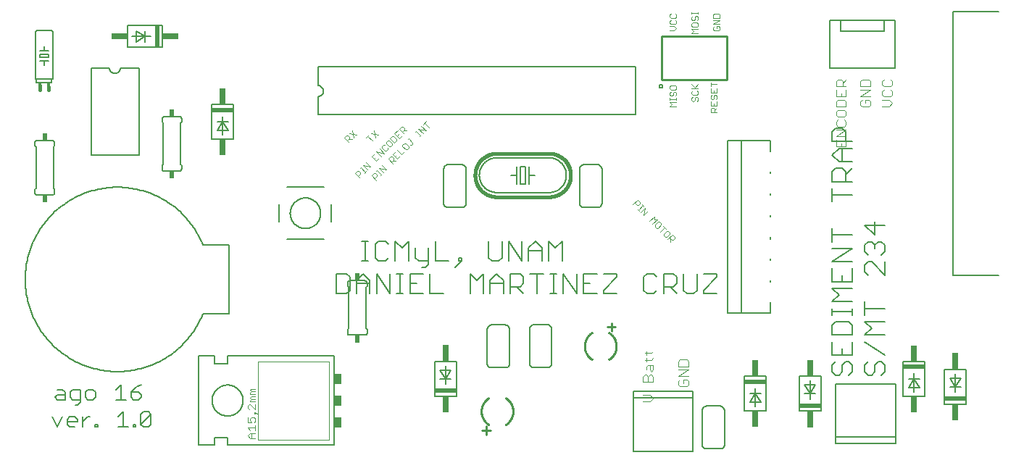
<source format=gto>
G75*
%MOIN*%
%OFA0B0*%
%FSLAX25Y25*%
%IPPOS*%
%LPD*%
%AMOC8*
5,1,8,0,0,1.08239X$1,22.5*
%
%ADD10C,0.00400*%
%ADD11C,0.00300*%
%ADD12C,0.00800*%
%ADD13C,0.00600*%
%ADD14R,0.10000X0.02000*%
%ADD15R,0.03000X0.07500*%
%ADD16R,0.02000X0.10000*%
%ADD17R,0.07500X0.03000*%
%ADD18C,0.01000*%
%ADD19C,0.00500*%
%ADD20C,0.01600*%
%ADD21R,0.01600X0.02300*%
%ADD22R,0.02400X0.03400*%
%ADD23C,0.00200*%
%ADD24R,0.03500X0.05000*%
%ADD25C,0.00080*%
D10*
X0110397Y0010218D02*
X0111565Y0011385D01*
X0113900Y0011385D01*
X0113900Y0012641D02*
X0113900Y0014976D01*
X0113900Y0013809D02*
X0110397Y0013809D01*
X0111565Y0012641D01*
X0112149Y0011385D02*
X0112149Y0009050D01*
X0111565Y0009050D02*
X0113900Y0009050D01*
X0111565Y0009050D02*
X0110397Y0010218D01*
X0110397Y0016232D02*
X0112149Y0016232D01*
X0111565Y0017400D01*
X0111565Y0017984D01*
X0112149Y0018567D01*
X0113316Y0018567D01*
X0113900Y0017984D01*
X0113900Y0016816D01*
X0113316Y0016232D01*
X0110397Y0016232D02*
X0110397Y0018567D01*
X0113316Y0020407D02*
X0113900Y0020407D01*
X0113900Y0020991D01*
X0113316Y0020991D01*
X0113316Y0020407D01*
X0113900Y0020991D02*
X0115068Y0019823D01*
X0113900Y0022217D02*
X0111565Y0024553D01*
X0110981Y0024553D01*
X0110397Y0023969D01*
X0110397Y0022801D01*
X0110981Y0022217D01*
X0113900Y0022217D02*
X0113900Y0024553D01*
X0113900Y0025808D02*
X0111565Y0025808D01*
X0111565Y0026392D01*
X0112149Y0026976D01*
X0111565Y0027560D01*
X0112149Y0028144D01*
X0113900Y0028144D01*
X0113900Y0026976D02*
X0112149Y0026976D01*
X0111565Y0029399D02*
X0111565Y0029983D01*
X0112149Y0030567D01*
X0111565Y0031151D01*
X0112149Y0031735D01*
X0113900Y0031735D01*
X0113900Y0030567D02*
X0112149Y0030567D01*
X0111565Y0029399D02*
X0113900Y0029399D01*
X0292235Y0028904D02*
X0295304Y0028904D01*
X0296839Y0027369D01*
X0295304Y0025834D01*
X0292235Y0025834D01*
X0308485Y0033594D02*
X0309252Y0032827D01*
X0312322Y0032827D01*
X0313089Y0033594D01*
X0313089Y0035129D01*
X0312322Y0035896D01*
X0310787Y0035896D01*
X0310787Y0034361D01*
X0309252Y0035896D02*
X0308485Y0035129D01*
X0308485Y0033594D01*
X0308485Y0037431D02*
X0313089Y0040500D01*
X0308485Y0040500D01*
X0308485Y0042035D02*
X0308485Y0044337D01*
X0309252Y0045104D01*
X0312322Y0045104D01*
X0313089Y0044337D01*
X0313089Y0042035D01*
X0308485Y0042035D01*
X0308485Y0037431D02*
X0313089Y0037431D01*
X0296839Y0037344D02*
X0296839Y0035042D01*
X0292235Y0035042D01*
X0292235Y0037344D01*
X0293002Y0038111D01*
X0293770Y0038111D01*
X0294537Y0037344D01*
X0294537Y0035042D01*
X0294537Y0037344D02*
X0295304Y0038111D01*
X0296072Y0038111D01*
X0296839Y0037344D01*
X0296072Y0039646D02*
X0295304Y0040413D01*
X0295304Y0042715D01*
X0294537Y0042715D02*
X0296839Y0042715D01*
X0296839Y0040413D01*
X0296072Y0039646D01*
X0293770Y0040413D02*
X0293770Y0041948D01*
X0294537Y0042715D01*
X0293770Y0044250D02*
X0293770Y0045785D01*
X0293002Y0045017D02*
X0296072Y0045017D01*
X0296839Y0045785D01*
X0296072Y0048087D02*
X0293002Y0048087D01*
X0293770Y0048854D02*
X0293770Y0047319D01*
X0296072Y0048087D02*
X0296839Y0048854D01*
X0380985Y0143161D02*
X0385589Y0143161D01*
X0385589Y0146230D01*
X0385589Y0147765D02*
X0380985Y0147765D01*
X0385589Y0150834D01*
X0380985Y0150834D01*
X0381752Y0152369D02*
X0384822Y0152369D01*
X0385589Y0153136D01*
X0385589Y0154671D01*
X0384822Y0155438D01*
X0384822Y0156973D02*
X0381752Y0156973D01*
X0380985Y0157740D01*
X0380985Y0159275D01*
X0381752Y0160042D01*
X0384822Y0160042D01*
X0385589Y0159275D01*
X0385589Y0157740D01*
X0384822Y0156973D01*
X0381752Y0155438D02*
X0380985Y0154671D01*
X0380985Y0153136D01*
X0381752Y0152369D01*
X0380985Y0146230D02*
X0380985Y0143161D01*
X0383287Y0143161D02*
X0383287Y0144696D01*
X0380985Y0161577D02*
X0380985Y0163879D01*
X0381752Y0164646D01*
X0384822Y0164646D01*
X0385589Y0163879D01*
X0385589Y0161577D01*
X0380985Y0161577D01*
X0380985Y0166181D02*
X0385589Y0166181D01*
X0385589Y0169250D01*
X0385589Y0170785D02*
X0380985Y0170785D01*
X0380985Y0173087D01*
X0381752Y0173854D01*
X0383287Y0173854D01*
X0384054Y0173087D01*
X0384054Y0170785D01*
X0384054Y0172319D02*
X0385589Y0173854D01*
X0392235Y0173087D02*
X0392235Y0170785D01*
X0396839Y0170785D01*
X0396839Y0173087D01*
X0396072Y0173854D01*
X0393002Y0173854D01*
X0392235Y0173087D01*
X0392235Y0169250D02*
X0396839Y0169250D01*
X0392235Y0166181D01*
X0396839Y0166181D01*
X0396072Y0164646D02*
X0394537Y0164646D01*
X0394537Y0163111D01*
X0393002Y0161577D02*
X0392235Y0162344D01*
X0392235Y0163879D01*
X0393002Y0164646D01*
X0393002Y0161577D02*
X0396072Y0161577D01*
X0396839Y0162344D01*
X0396839Y0163879D01*
X0396072Y0164646D01*
X0402235Y0164646D02*
X0405304Y0164646D01*
X0406839Y0163111D01*
X0405304Y0161577D01*
X0402235Y0161577D01*
X0403002Y0166181D02*
X0402235Y0166948D01*
X0402235Y0168483D01*
X0403002Y0169250D01*
X0403002Y0170785D02*
X0406072Y0170785D01*
X0406839Y0171552D01*
X0406839Y0173087D01*
X0406072Y0173854D01*
X0403002Y0173854D02*
X0402235Y0173087D01*
X0402235Y0171552D01*
X0403002Y0170785D01*
X0406072Y0169250D02*
X0406839Y0168483D01*
X0406839Y0166948D01*
X0406072Y0166181D01*
X0403002Y0166181D01*
X0383287Y0166181D02*
X0383287Y0167715D01*
X0380985Y0169250D02*
X0380985Y0166181D01*
D11*
X0326200Y0166344D02*
X0326200Y0165377D01*
X0325716Y0164893D01*
X0324749Y0165377D02*
X0324749Y0166344D01*
X0325233Y0166828D01*
X0325716Y0166828D01*
X0326200Y0166344D01*
X0326200Y0167840D02*
X0323298Y0167840D01*
X0323298Y0169775D01*
X0323298Y0170786D02*
X0323298Y0172721D01*
X0323298Y0171754D02*
X0326200Y0171754D01*
X0326200Y0169775D02*
X0326200Y0167840D01*
X0324749Y0167840D02*
X0324749Y0168807D01*
X0323781Y0166828D02*
X0323298Y0166344D01*
X0323298Y0165377D01*
X0323781Y0164893D01*
X0324265Y0164893D01*
X0324749Y0165377D01*
X0326200Y0163881D02*
X0326200Y0161947D01*
X0323298Y0161947D01*
X0323298Y0163881D01*
X0324749Y0162914D02*
X0324749Y0161947D01*
X0324749Y0160935D02*
X0325233Y0160451D01*
X0325233Y0159000D01*
X0326200Y0159000D02*
X0323298Y0159000D01*
X0323298Y0160451D01*
X0323781Y0160935D01*
X0324749Y0160935D01*
X0325233Y0159967D02*
X0326200Y0160935D01*
X0317450Y0164484D02*
X0317450Y0165451D01*
X0316966Y0165935D01*
X0316483Y0165935D01*
X0315999Y0165451D01*
X0315999Y0164484D01*
X0315515Y0164000D01*
X0315031Y0164000D01*
X0314548Y0164484D01*
X0314548Y0165451D01*
X0315031Y0165935D01*
X0315031Y0166947D02*
X0316966Y0166947D01*
X0317450Y0167430D01*
X0317450Y0168398D01*
X0316966Y0168881D01*
X0316483Y0169893D02*
X0314548Y0171828D01*
X0314548Y0169893D02*
X0317450Y0169893D01*
X0315999Y0170377D02*
X0317450Y0171828D01*
X0315031Y0168881D02*
X0314548Y0168398D01*
X0314548Y0167430D01*
X0315031Y0166947D01*
X0317450Y0164484D02*
X0316966Y0164000D01*
X0307450Y0164447D02*
X0307450Y0165414D01*
X0307450Y0164930D02*
X0304548Y0164930D01*
X0304548Y0164447D02*
X0304548Y0165414D01*
X0305031Y0166411D02*
X0305515Y0166411D01*
X0305999Y0166895D01*
X0305999Y0167862D01*
X0306483Y0168346D01*
X0306966Y0168346D01*
X0307450Y0167862D01*
X0307450Y0166895D01*
X0306966Y0166411D01*
X0305031Y0166411D02*
X0304548Y0166895D01*
X0304548Y0167862D01*
X0305031Y0168346D01*
X0305031Y0169357D02*
X0306966Y0169357D01*
X0307450Y0169841D01*
X0307450Y0170809D01*
X0306966Y0171292D01*
X0305031Y0171292D01*
X0304548Y0170809D01*
X0304548Y0169841D01*
X0305031Y0169357D01*
X0304548Y0163435D02*
X0307450Y0163435D01*
X0307450Y0161500D02*
X0304548Y0161500D01*
X0305515Y0162467D01*
X0304548Y0163435D01*
X0304548Y0196500D02*
X0306483Y0196500D01*
X0307450Y0197467D01*
X0306483Y0198435D01*
X0304548Y0198435D01*
X0305031Y0199447D02*
X0306966Y0199447D01*
X0307450Y0199930D01*
X0307450Y0200898D01*
X0306966Y0201381D01*
X0306966Y0202393D02*
X0307450Y0202877D01*
X0307450Y0203844D01*
X0306966Y0204328D01*
X0305031Y0204328D02*
X0304548Y0203844D01*
X0304548Y0202877D01*
X0305031Y0202393D01*
X0306966Y0202393D01*
X0305031Y0201381D02*
X0304548Y0200898D01*
X0304548Y0199930D01*
X0305031Y0199447D01*
X0314548Y0199648D02*
X0314548Y0198680D01*
X0315031Y0198197D01*
X0316966Y0198197D01*
X0317450Y0198680D01*
X0317450Y0199648D01*
X0316966Y0200131D01*
X0315031Y0200131D01*
X0314548Y0199648D01*
X0315031Y0201143D02*
X0315515Y0201143D01*
X0315999Y0201627D01*
X0315999Y0202594D01*
X0316483Y0203078D01*
X0316966Y0203078D01*
X0317450Y0202594D01*
X0317450Y0201627D01*
X0316966Y0201143D01*
X0315031Y0201143D02*
X0314548Y0201627D01*
X0314548Y0202594D01*
X0315031Y0203078D01*
X0314548Y0204090D02*
X0314548Y0205057D01*
X0314548Y0204573D02*
X0317450Y0204573D01*
X0317450Y0204090D02*
X0317450Y0205057D01*
X0324548Y0203844D02*
X0324548Y0202393D01*
X0327450Y0202393D01*
X0327450Y0203844D01*
X0326966Y0204328D01*
X0325031Y0204328D01*
X0324548Y0203844D01*
X0324548Y0201381D02*
X0327450Y0201381D01*
X0324548Y0199447D01*
X0327450Y0199447D01*
X0326966Y0198435D02*
X0325999Y0198435D01*
X0325999Y0197467D01*
X0326966Y0196500D02*
X0325031Y0196500D01*
X0324548Y0196984D01*
X0324548Y0197951D01*
X0325031Y0198435D01*
X0326966Y0198435D02*
X0327450Y0197951D01*
X0327450Y0196984D01*
X0326966Y0196500D01*
X0317450Y0197185D02*
X0314548Y0197185D01*
X0315515Y0196217D01*
X0314548Y0195250D01*
X0317450Y0195250D01*
X0193708Y0152021D02*
X0191656Y0154073D01*
X0190972Y0153389D02*
X0192340Y0154757D01*
X0190256Y0152674D02*
X0192309Y0150621D01*
X0188888Y0151305D01*
X0190941Y0149253D01*
X0190236Y0148548D02*
X0189552Y0147864D01*
X0189894Y0148206D02*
X0187841Y0150258D01*
X0187499Y0149916D02*
X0188183Y0150601D01*
X0183420Y0150482D02*
X0182052Y0150482D01*
X0182394Y0150824D02*
X0181367Y0149798D01*
X0182052Y0149114D02*
X0179999Y0151166D01*
X0181025Y0152193D01*
X0181709Y0152193D01*
X0182394Y0151508D01*
X0182394Y0150824D01*
X0181336Y0148399D02*
X0179968Y0147031D01*
X0177916Y0149083D01*
X0179284Y0150451D01*
X0179626Y0148741D02*
X0178942Y0148057D01*
X0178911Y0146657D02*
X0177542Y0148026D01*
X0176858Y0148026D01*
X0175832Y0146999D01*
X0177885Y0144947D01*
X0178911Y0145973D01*
X0178911Y0146657D01*
X0176827Y0144574D02*
X0175459Y0145942D01*
X0174775Y0145942D01*
X0174091Y0145258D01*
X0174091Y0144574D01*
X0175459Y0143206D01*
X0176143Y0143206D01*
X0176827Y0143890D01*
X0176827Y0144574D01*
X0174744Y0142490D02*
X0174744Y0141806D01*
X0174060Y0141122D01*
X0173375Y0141122D01*
X0172007Y0142490D01*
X0172007Y0143174D01*
X0172691Y0143859D01*
X0173375Y0143859D01*
X0170950Y0142117D02*
X0173002Y0140065D01*
X0169582Y0140749D01*
X0171634Y0138697D01*
X0170919Y0137981D02*
X0169551Y0136613D01*
X0167498Y0138665D01*
X0168866Y0140034D01*
X0169208Y0138323D02*
X0168524Y0137639D01*
X0166752Y0133814D02*
X0164699Y0135867D01*
X0163331Y0134498D02*
X0166752Y0133814D01*
X0165384Y0132446D02*
X0163331Y0134498D01*
X0162626Y0133794D02*
X0161942Y0133109D01*
X0162284Y0133451D02*
X0164337Y0131399D01*
X0163995Y0131057D02*
X0164679Y0131741D01*
X0162253Y0131368D02*
X0162253Y0130684D01*
X0161227Y0129658D01*
X0161911Y0128974D02*
X0159859Y0131026D01*
X0160885Y0132052D01*
X0161569Y0132052D01*
X0162253Y0131368D01*
X0167359Y0129776D02*
X0168385Y0130802D01*
X0169069Y0130802D01*
X0169753Y0130118D01*
X0169753Y0129434D01*
X0168727Y0128408D01*
X0169411Y0127724D02*
X0167359Y0129776D01*
X0169442Y0131859D02*
X0170126Y0132544D01*
X0169784Y0132201D02*
X0171837Y0130149D01*
X0171495Y0129807D02*
X0172179Y0130491D01*
X0172884Y0131196D02*
X0170831Y0133248D01*
X0174252Y0132564D01*
X0172199Y0134617D01*
X0174998Y0137415D02*
X0177051Y0135363D01*
X0176366Y0136047D02*
X0177393Y0137073D01*
X0177393Y0137757D01*
X0176708Y0138442D01*
X0176024Y0138442D01*
X0174998Y0137415D01*
X0177051Y0136731D02*
X0178419Y0136731D01*
X0179134Y0137447D02*
X0177082Y0139499D01*
X0178450Y0140867D01*
X0179165Y0141582D02*
X0181218Y0139530D01*
X0182586Y0140898D01*
X0182959Y0141956D02*
X0183643Y0141956D01*
X0184327Y0142640D01*
X0184327Y0143324D01*
X0182959Y0144692D01*
X0182275Y0144692D01*
X0181591Y0144008D01*
X0181591Y0143324D01*
X0182959Y0141956D01*
X0185042Y0144039D02*
X0185727Y0144039D01*
X0186069Y0144381D01*
X0186069Y0145065D01*
X0184358Y0146776D01*
X0184016Y0146434D02*
X0184700Y0147118D01*
X0170363Y0148675D02*
X0166942Y0149359D01*
X0166227Y0148644D02*
X0164859Y0147276D01*
X0165543Y0147960D02*
X0167595Y0145908D01*
X0168995Y0147307D02*
X0168310Y0150728D01*
X0160363Y0148675D02*
X0156942Y0149359D01*
X0156569Y0148302D02*
X0157253Y0147618D01*
X0157253Y0146934D01*
X0156227Y0145908D01*
X0156911Y0146592D02*
X0158279Y0146592D01*
X0158995Y0147307D02*
X0158310Y0150728D01*
X0156569Y0148302D02*
X0155885Y0148302D01*
X0154859Y0147276D01*
X0156911Y0145224D01*
X0178108Y0138473D02*
X0178792Y0139157D01*
X0179134Y0137447D02*
X0180502Y0138815D01*
X0287581Y0116455D02*
X0289633Y0118508D01*
X0290659Y0117481D01*
X0290659Y0116797D01*
X0289975Y0116113D01*
X0289291Y0116113D01*
X0288265Y0117139D01*
X0289664Y0114372D02*
X0290349Y0113688D01*
X0290006Y0114030D02*
X0292059Y0116082D01*
X0291717Y0116424D02*
X0292401Y0115740D01*
X0293106Y0115035D02*
X0292422Y0111615D01*
X0294474Y0113667D01*
X0293106Y0115035D02*
X0291053Y0112983D01*
X0295220Y0108816D02*
X0297273Y0110868D01*
X0297273Y0109500D01*
X0298641Y0109500D01*
X0296589Y0107447D01*
X0297646Y0107074D02*
X0297646Y0106390D01*
X0298330Y0105706D01*
X0299014Y0105706D01*
X0300382Y0107074D01*
X0300382Y0107758D01*
X0299698Y0108443D01*
X0299014Y0108443D01*
X0297646Y0107074D01*
X0301440Y0106701D02*
X0302808Y0105333D01*
X0302124Y0106017D02*
X0300072Y0103965D01*
X0301813Y0102907D02*
X0301813Y0102223D01*
X0302497Y0101539D01*
X0303181Y0101539D01*
X0304549Y0102907D01*
X0304549Y0103591D01*
X0303865Y0104275D01*
X0303181Y0104275D01*
X0301813Y0102907D01*
X0303554Y0100482D02*
X0305607Y0102534D01*
X0306633Y0101508D01*
X0306633Y0100824D01*
X0305949Y0100140D01*
X0305265Y0100140D01*
X0304239Y0101166D01*
X0304923Y0100482D02*
X0304923Y0099113D01*
D12*
X0306230Y0084708D02*
X0301626Y0084708D01*
X0301626Y0075500D01*
X0298557Y0077035D02*
X0297022Y0075500D01*
X0293953Y0075500D01*
X0292418Y0077035D01*
X0292418Y0083173D01*
X0293953Y0084708D01*
X0297022Y0084708D01*
X0298557Y0083173D01*
X0301626Y0078569D02*
X0306230Y0078569D01*
X0307765Y0080104D01*
X0307765Y0083173D01*
X0306230Y0084708D01*
X0310834Y0084708D02*
X0310834Y0077035D01*
X0312369Y0075500D01*
X0315438Y0075500D01*
X0316973Y0077035D01*
X0316973Y0084708D01*
X0320042Y0084708D02*
X0326181Y0084708D01*
X0326181Y0083173D01*
X0320042Y0077035D01*
X0320042Y0075500D01*
X0326181Y0075500D01*
X0331104Y0066439D02*
X0331104Y0145966D01*
X0337403Y0145966D01*
X0337403Y0066439D01*
X0331104Y0066439D01*
X0337403Y0066439D02*
X0350789Y0066439D01*
X0350750Y0066478D02*
X0350750Y0071596D01*
X0350750Y0080848D02*
X0350750Y0081635D01*
X0350750Y0090887D02*
X0350750Y0091675D01*
X0350750Y0100730D02*
X0350750Y0101517D01*
X0350750Y0110769D02*
X0350750Y0111557D01*
X0350750Y0120809D02*
X0350750Y0121596D01*
X0350750Y0130848D02*
X0350750Y0131635D01*
X0350750Y0140887D02*
X0350750Y0146006D01*
X0350789Y0145966D02*
X0337403Y0145966D01*
X0379242Y0145425D02*
X0379242Y0150029D01*
X0380777Y0151564D01*
X0383846Y0151564D01*
X0385381Y0150029D01*
X0385381Y0145425D01*
X0388450Y0145425D02*
X0379242Y0145425D01*
X0382311Y0142356D02*
X0388450Y0142356D01*
X0383846Y0142356D02*
X0383846Y0136217D01*
X0382311Y0136217D02*
X0379242Y0139286D01*
X0382311Y0142356D01*
X0382311Y0136217D02*
X0388450Y0136217D01*
X0388450Y0133148D02*
X0385381Y0130079D01*
X0385381Y0131613D02*
X0385381Y0127009D01*
X0388450Y0127009D02*
X0379242Y0127009D01*
X0379242Y0131613D01*
X0380777Y0133148D01*
X0383846Y0133148D01*
X0385381Y0131613D01*
X0379242Y0123940D02*
X0379242Y0117801D01*
X0379242Y0120871D02*
X0388450Y0120871D01*
X0398846Y0108594D02*
X0398846Y0102455D01*
X0394242Y0107059D01*
X0403450Y0107059D01*
X0401915Y0099386D02*
X0403450Y0097851D01*
X0403450Y0094782D01*
X0401915Y0093247D01*
X0398846Y0096316D02*
X0398846Y0097851D01*
X0400381Y0099386D01*
X0401915Y0099386D01*
X0398846Y0097851D02*
X0397311Y0099386D01*
X0395777Y0099386D01*
X0394242Y0097851D01*
X0394242Y0094782D01*
X0395777Y0093247D01*
X0388450Y0096316D02*
X0379242Y0096316D01*
X0379242Y0099386D02*
X0379242Y0105524D01*
X0379242Y0102455D02*
X0388450Y0102455D01*
X0388450Y0096316D02*
X0379242Y0090178D01*
X0388450Y0090178D01*
X0388450Y0087109D02*
X0388450Y0080970D01*
X0379242Y0080970D01*
X0379242Y0087109D01*
X0383846Y0084039D02*
X0383846Y0080970D01*
X0379242Y0077901D02*
X0388450Y0077901D01*
X0382311Y0074831D02*
X0379242Y0077901D01*
X0382311Y0074831D02*
X0379242Y0071762D01*
X0388450Y0071762D01*
X0388450Y0068693D02*
X0388450Y0065624D01*
X0388450Y0067158D02*
X0379242Y0067158D01*
X0379242Y0065624D02*
X0379242Y0068693D01*
X0380777Y0062554D02*
X0379242Y0061020D01*
X0379242Y0056416D01*
X0388450Y0056416D01*
X0388450Y0061020D01*
X0386915Y0062554D01*
X0380777Y0062554D01*
X0394242Y0062554D02*
X0397311Y0059485D01*
X0394242Y0056416D01*
X0403450Y0056416D01*
X0403450Y0047208D02*
X0394242Y0053346D01*
X0388450Y0053346D02*
X0388450Y0047208D01*
X0379242Y0047208D01*
X0379242Y0053346D01*
X0383846Y0050277D02*
X0383846Y0047208D01*
X0385381Y0044139D02*
X0386915Y0044139D01*
X0388450Y0042604D01*
X0388450Y0039535D01*
X0386915Y0038000D01*
X0383846Y0039535D02*
X0382311Y0038000D01*
X0380777Y0038000D01*
X0379242Y0039535D01*
X0379242Y0042604D01*
X0380777Y0044139D01*
X0383846Y0042604D02*
X0385381Y0044139D01*
X0383846Y0042604D02*
X0383846Y0039535D01*
X0380799Y0034047D02*
X0380799Y0009637D01*
X0408358Y0009637D01*
X0408358Y0006488D01*
X0380799Y0006488D01*
X0380799Y0009637D01*
X0408358Y0009637D02*
X0408358Y0034047D01*
X0380799Y0034047D01*
X0394242Y0039535D02*
X0395777Y0038000D01*
X0397311Y0038000D01*
X0398846Y0039535D01*
X0398846Y0042604D01*
X0400381Y0044139D01*
X0401915Y0044139D01*
X0403450Y0042604D01*
X0403450Y0039535D01*
X0401915Y0038000D01*
X0394242Y0039535D02*
X0394242Y0042604D01*
X0395777Y0044139D01*
X0394242Y0062554D02*
X0403450Y0062554D01*
X0394242Y0065624D02*
X0394242Y0071762D01*
X0394242Y0068693D02*
X0403450Y0068693D01*
X0403450Y0084039D02*
X0397311Y0090178D01*
X0395777Y0090178D01*
X0394242Y0088643D01*
X0394242Y0085574D01*
X0395777Y0084039D01*
X0403450Y0084039D02*
X0403450Y0090178D01*
X0434883Y0084067D02*
X0434883Y0205326D01*
X0455907Y0205326D01*
X0273279Y0132885D02*
X0273279Y0117137D01*
X0273280Y0117137D02*
X0273278Y0117051D01*
X0273273Y0116965D01*
X0273263Y0116880D01*
X0273250Y0116795D01*
X0273233Y0116711D01*
X0273213Y0116627D01*
X0273189Y0116545D01*
X0273161Y0116464D01*
X0273130Y0116383D01*
X0273096Y0116305D01*
X0273058Y0116228D01*
X0273016Y0116153D01*
X0272972Y0116079D01*
X0272924Y0116008D01*
X0272873Y0115938D01*
X0272819Y0115871D01*
X0272763Y0115807D01*
X0272703Y0115745D01*
X0272641Y0115685D01*
X0272577Y0115629D01*
X0272510Y0115575D01*
X0272440Y0115524D01*
X0272369Y0115476D01*
X0272296Y0115432D01*
X0272220Y0115390D01*
X0272143Y0115352D01*
X0272065Y0115318D01*
X0271984Y0115287D01*
X0271903Y0115259D01*
X0271821Y0115235D01*
X0271737Y0115215D01*
X0271653Y0115198D01*
X0271568Y0115185D01*
X0271483Y0115175D01*
X0271397Y0115170D01*
X0271311Y0115168D01*
X0271311Y0115169D02*
X0265011Y0115169D01*
X0265011Y0115168D02*
X0264925Y0115170D01*
X0264839Y0115175D01*
X0264754Y0115185D01*
X0264669Y0115198D01*
X0264585Y0115215D01*
X0264501Y0115235D01*
X0264419Y0115259D01*
X0264338Y0115287D01*
X0264257Y0115318D01*
X0264179Y0115352D01*
X0264102Y0115390D01*
X0264027Y0115432D01*
X0263953Y0115476D01*
X0263882Y0115524D01*
X0263812Y0115575D01*
X0263745Y0115629D01*
X0263681Y0115685D01*
X0263619Y0115745D01*
X0263559Y0115807D01*
X0263503Y0115871D01*
X0263449Y0115938D01*
X0263398Y0116008D01*
X0263350Y0116079D01*
X0263306Y0116153D01*
X0263264Y0116228D01*
X0263226Y0116305D01*
X0263192Y0116383D01*
X0263161Y0116464D01*
X0263133Y0116545D01*
X0263109Y0116627D01*
X0263089Y0116711D01*
X0263072Y0116795D01*
X0263059Y0116880D01*
X0263049Y0116965D01*
X0263044Y0117051D01*
X0263042Y0117137D01*
X0263043Y0117137D02*
X0263043Y0132885D01*
X0263042Y0132885D02*
X0263044Y0132971D01*
X0263049Y0133057D01*
X0263059Y0133142D01*
X0263072Y0133227D01*
X0263089Y0133311D01*
X0263109Y0133395D01*
X0263133Y0133477D01*
X0263161Y0133558D01*
X0263192Y0133639D01*
X0263226Y0133717D01*
X0263264Y0133794D01*
X0263306Y0133870D01*
X0263350Y0133943D01*
X0263398Y0134014D01*
X0263449Y0134084D01*
X0263503Y0134151D01*
X0263559Y0134215D01*
X0263619Y0134277D01*
X0263681Y0134337D01*
X0263745Y0134393D01*
X0263812Y0134447D01*
X0263882Y0134498D01*
X0263953Y0134546D01*
X0264027Y0134590D01*
X0264102Y0134632D01*
X0264179Y0134670D01*
X0264257Y0134704D01*
X0264338Y0134735D01*
X0264419Y0134763D01*
X0264501Y0134787D01*
X0264585Y0134807D01*
X0264669Y0134824D01*
X0264754Y0134837D01*
X0264839Y0134847D01*
X0264925Y0134852D01*
X0265011Y0134854D01*
X0271311Y0134854D01*
X0271397Y0134852D01*
X0271483Y0134847D01*
X0271568Y0134837D01*
X0271653Y0134824D01*
X0271737Y0134807D01*
X0271821Y0134787D01*
X0271903Y0134763D01*
X0271984Y0134735D01*
X0272065Y0134704D01*
X0272143Y0134670D01*
X0272220Y0134632D01*
X0272296Y0134590D01*
X0272369Y0134546D01*
X0272440Y0134498D01*
X0272510Y0134447D01*
X0272577Y0134393D01*
X0272641Y0134337D01*
X0272703Y0134277D01*
X0272763Y0134215D01*
X0272819Y0134151D01*
X0272873Y0134084D01*
X0272924Y0134014D01*
X0272972Y0133943D01*
X0273016Y0133870D01*
X0273058Y0133794D01*
X0273096Y0133717D01*
X0273130Y0133639D01*
X0273161Y0133558D01*
X0273189Y0133477D01*
X0273213Y0133395D01*
X0273233Y0133311D01*
X0273250Y0133227D01*
X0273263Y0133142D01*
X0273273Y0133057D01*
X0273278Y0132971D01*
X0273280Y0132885D01*
X0210779Y0132885D02*
X0210779Y0117137D01*
X0210780Y0117137D02*
X0210778Y0117051D01*
X0210773Y0116965D01*
X0210763Y0116880D01*
X0210750Y0116795D01*
X0210733Y0116711D01*
X0210713Y0116627D01*
X0210689Y0116545D01*
X0210661Y0116464D01*
X0210630Y0116383D01*
X0210596Y0116305D01*
X0210558Y0116228D01*
X0210516Y0116153D01*
X0210472Y0116079D01*
X0210424Y0116008D01*
X0210373Y0115938D01*
X0210319Y0115871D01*
X0210263Y0115807D01*
X0210203Y0115745D01*
X0210141Y0115685D01*
X0210077Y0115629D01*
X0210010Y0115575D01*
X0209940Y0115524D01*
X0209869Y0115476D01*
X0209796Y0115432D01*
X0209720Y0115390D01*
X0209643Y0115352D01*
X0209565Y0115318D01*
X0209484Y0115287D01*
X0209403Y0115259D01*
X0209321Y0115235D01*
X0209237Y0115215D01*
X0209153Y0115198D01*
X0209068Y0115185D01*
X0208983Y0115175D01*
X0208897Y0115170D01*
X0208811Y0115168D01*
X0208811Y0115169D02*
X0202511Y0115169D01*
X0202511Y0115168D02*
X0202425Y0115170D01*
X0202339Y0115175D01*
X0202254Y0115185D01*
X0202169Y0115198D01*
X0202085Y0115215D01*
X0202001Y0115235D01*
X0201919Y0115259D01*
X0201838Y0115287D01*
X0201757Y0115318D01*
X0201679Y0115352D01*
X0201602Y0115390D01*
X0201527Y0115432D01*
X0201453Y0115476D01*
X0201382Y0115524D01*
X0201312Y0115575D01*
X0201245Y0115629D01*
X0201181Y0115685D01*
X0201119Y0115745D01*
X0201059Y0115807D01*
X0201003Y0115871D01*
X0200949Y0115938D01*
X0200898Y0116008D01*
X0200850Y0116079D01*
X0200806Y0116153D01*
X0200764Y0116228D01*
X0200726Y0116305D01*
X0200692Y0116383D01*
X0200661Y0116464D01*
X0200633Y0116545D01*
X0200609Y0116627D01*
X0200589Y0116711D01*
X0200572Y0116795D01*
X0200559Y0116880D01*
X0200549Y0116965D01*
X0200544Y0117051D01*
X0200542Y0117137D01*
X0200543Y0117137D02*
X0200543Y0132885D01*
X0200542Y0132885D02*
X0200544Y0132971D01*
X0200549Y0133057D01*
X0200559Y0133142D01*
X0200572Y0133227D01*
X0200589Y0133311D01*
X0200609Y0133395D01*
X0200633Y0133477D01*
X0200661Y0133558D01*
X0200692Y0133639D01*
X0200726Y0133717D01*
X0200764Y0133794D01*
X0200806Y0133870D01*
X0200850Y0133943D01*
X0200898Y0134014D01*
X0200949Y0134084D01*
X0201003Y0134151D01*
X0201059Y0134215D01*
X0201119Y0134277D01*
X0201181Y0134337D01*
X0201245Y0134393D01*
X0201312Y0134447D01*
X0201382Y0134498D01*
X0201453Y0134546D01*
X0201527Y0134590D01*
X0201602Y0134632D01*
X0201679Y0134670D01*
X0201757Y0134704D01*
X0201838Y0134735D01*
X0201919Y0134763D01*
X0202001Y0134787D01*
X0202085Y0134807D01*
X0202169Y0134824D01*
X0202254Y0134837D01*
X0202339Y0134847D01*
X0202425Y0134852D01*
X0202511Y0134854D01*
X0208811Y0134854D01*
X0208897Y0134852D01*
X0208983Y0134847D01*
X0209068Y0134837D01*
X0209153Y0134824D01*
X0209237Y0134807D01*
X0209321Y0134787D01*
X0209403Y0134763D01*
X0209484Y0134735D01*
X0209565Y0134704D01*
X0209643Y0134670D01*
X0209720Y0134632D01*
X0209796Y0134590D01*
X0209869Y0134546D01*
X0209940Y0134498D01*
X0210010Y0134447D01*
X0210077Y0134393D01*
X0210141Y0134337D01*
X0210203Y0134277D01*
X0210263Y0134215D01*
X0210319Y0134151D01*
X0210373Y0134084D01*
X0210424Y0134014D01*
X0210472Y0133943D01*
X0210516Y0133870D01*
X0210558Y0133794D01*
X0210596Y0133717D01*
X0210630Y0133639D01*
X0210661Y0133558D01*
X0210689Y0133477D01*
X0210713Y0133395D01*
X0210733Y0133311D01*
X0210750Y0133227D01*
X0210763Y0133142D01*
X0210773Y0133057D01*
X0210778Y0132971D01*
X0210780Y0132885D01*
X0148911Y0116511D02*
X0148911Y0108464D01*
X0129911Y0112511D02*
X0129913Y0112683D01*
X0129919Y0112854D01*
X0129930Y0113026D01*
X0129945Y0113197D01*
X0129964Y0113368D01*
X0129987Y0113538D01*
X0130014Y0113708D01*
X0130046Y0113877D01*
X0130081Y0114045D01*
X0130121Y0114212D01*
X0130165Y0114378D01*
X0130212Y0114543D01*
X0130264Y0114707D01*
X0130320Y0114869D01*
X0130380Y0115030D01*
X0130444Y0115190D01*
X0130512Y0115348D01*
X0130583Y0115504D01*
X0130658Y0115658D01*
X0130738Y0115811D01*
X0130820Y0115961D01*
X0130907Y0116110D01*
X0130997Y0116256D01*
X0131091Y0116400D01*
X0131188Y0116542D01*
X0131289Y0116681D01*
X0131393Y0116818D01*
X0131500Y0116952D01*
X0131611Y0117083D01*
X0131724Y0117212D01*
X0131841Y0117338D01*
X0131961Y0117461D01*
X0132084Y0117581D01*
X0132210Y0117698D01*
X0132339Y0117811D01*
X0132470Y0117922D01*
X0132604Y0118029D01*
X0132741Y0118133D01*
X0132880Y0118234D01*
X0133022Y0118331D01*
X0133166Y0118425D01*
X0133312Y0118515D01*
X0133461Y0118602D01*
X0133611Y0118684D01*
X0133764Y0118764D01*
X0133918Y0118839D01*
X0134074Y0118910D01*
X0134232Y0118978D01*
X0134392Y0119042D01*
X0134553Y0119102D01*
X0134715Y0119158D01*
X0134879Y0119210D01*
X0135044Y0119257D01*
X0135210Y0119301D01*
X0135377Y0119341D01*
X0135545Y0119376D01*
X0135714Y0119408D01*
X0135884Y0119435D01*
X0136054Y0119458D01*
X0136225Y0119477D01*
X0136396Y0119492D01*
X0136568Y0119503D01*
X0136739Y0119509D01*
X0136911Y0119511D01*
X0137083Y0119509D01*
X0137254Y0119503D01*
X0137426Y0119492D01*
X0137597Y0119477D01*
X0137768Y0119458D01*
X0137938Y0119435D01*
X0138108Y0119408D01*
X0138277Y0119376D01*
X0138445Y0119341D01*
X0138612Y0119301D01*
X0138778Y0119257D01*
X0138943Y0119210D01*
X0139107Y0119158D01*
X0139269Y0119102D01*
X0139430Y0119042D01*
X0139590Y0118978D01*
X0139748Y0118910D01*
X0139904Y0118839D01*
X0140058Y0118764D01*
X0140211Y0118684D01*
X0140361Y0118602D01*
X0140510Y0118515D01*
X0140656Y0118425D01*
X0140800Y0118331D01*
X0140942Y0118234D01*
X0141081Y0118133D01*
X0141218Y0118029D01*
X0141352Y0117922D01*
X0141483Y0117811D01*
X0141612Y0117698D01*
X0141738Y0117581D01*
X0141861Y0117461D01*
X0141981Y0117338D01*
X0142098Y0117212D01*
X0142211Y0117083D01*
X0142322Y0116952D01*
X0142429Y0116818D01*
X0142533Y0116681D01*
X0142634Y0116542D01*
X0142731Y0116400D01*
X0142825Y0116256D01*
X0142915Y0116110D01*
X0143002Y0115961D01*
X0143084Y0115811D01*
X0143164Y0115658D01*
X0143239Y0115504D01*
X0143310Y0115348D01*
X0143378Y0115190D01*
X0143442Y0115030D01*
X0143502Y0114869D01*
X0143558Y0114707D01*
X0143610Y0114543D01*
X0143657Y0114378D01*
X0143701Y0114212D01*
X0143741Y0114045D01*
X0143776Y0113877D01*
X0143808Y0113708D01*
X0143835Y0113538D01*
X0143858Y0113368D01*
X0143877Y0113197D01*
X0143892Y0113026D01*
X0143903Y0112854D01*
X0143909Y0112683D01*
X0143911Y0112511D01*
X0143909Y0112339D01*
X0143903Y0112168D01*
X0143892Y0111996D01*
X0143877Y0111825D01*
X0143858Y0111654D01*
X0143835Y0111484D01*
X0143808Y0111314D01*
X0143776Y0111145D01*
X0143741Y0110977D01*
X0143701Y0110810D01*
X0143657Y0110644D01*
X0143610Y0110479D01*
X0143558Y0110315D01*
X0143502Y0110153D01*
X0143442Y0109992D01*
X0143378Y0109832D01*
X0143310Y0109674D01*
X0143239Y0109518D01*
X0143164Y0109364D01*
X0143084Y0109211D01*
X0143002Y0109061D01*
X0142915Y0108912D01*
X0142825Y0108766D01*
X0142731Y0108622D01*
X0142634Y0108480D01*
X0142533Y0108341D01*
X0142429Y0108204D01*
X0142322Y0108070D01*
X0142211Y0107939D01*
X0142098Y0107810D01*
X0141981Y0107684D01*
X0141861Y0107561D01*
X0141738Y0107441D01*
X0141612Y0107324D01*
X0141483Y0107211D01*
X0141352Y0107100D01*
X0141218Y0106993D01*
X0141081Y0106889D01*
X0140942Y0106788D01*
X0140800Y0106691D01*
X0140656Y0106597D01*
X0140510Y0106507D01*
X0140361Y0106420D01*
X0140211Y0106338D01*
X0140058Y0106258D01*
X0139904Y0106183D01*
X0139748Y0106112D01*
X0139590Y0106044D01*
X0139430Y0105980D01*
X0139269Y0105920D01*
X0139107Y0105864D01*
X0138943Y0105812D01*
X0138778Y0105765D01*
X0138612Y0105721D01*
X0138445Y0105681D01*
X0138277Y0105646D01*
X0138108Y0105614D01*
X0137938Y0105587D01*
X0137768Y0105564D01*
X0137597Y0105545D01*
X0137426Y0105530D01*
X0137254Y0105519D01*
X0137083Y0105513D01*
X0136911Y0105511D01*
X0136739Y0105513D01*
X0136568Y0105519D01*
X0136396Y0105530D01*
X0136225Y0105545D01*
X0136054Y0105564D01*
X0135884Y0105587D01*
X0135714Y0105614D01*
X0135545Y0105646D01*
X0135377Y0105681D01*
X0135210Y0105721D01*
X0135044Y0105765D01*
X0134879Y0105812D01*
X0134715Y0105864D01*
X0134553Y0105920D01*
X0134392Y0105980D01*
X0134232Y0106044D01*
X0134074Y0106112D01*
X0133918Y0106183D01*
X0133764Y0106258D01*
X0133611Y0106338D01*
X0133461Y0106420D01*
X0133312Y0106507D01*
X0133166Y0106597D01*
X0133022Y0106691D01*
X0132880Y0106788D01*
X0132741Y0106889D01*
X0132604Y0106993D01*
X0132470Y0107100D01*
X0132339Y0107211D01*
X0132210Y0107324D01*
X0132084Y0107441D01*
X0131961Y0107561D01*
X0131841Y0107684D01*
X0131724Y0107810D01*
X0131611Y0107939D01*
X0131500Y0108070D01*
X0131393Y0108204D01*
X0131289Y0108341D01*
X0131188Y0108480D01*
X0131091Y0108622D01*
X0130997Y0108766D01*
X0130907Y0108912D01*
X0130820Y0109061D01*
X0130738Y0109211D01*
X0130658Y0109364D01*
X0130583Y0109518D01*
X0130512Y0109674D01*
X0130444Y0109832D01*
X0130380Y0109992D01*
X0130320Y0110153D01*
X0130264Y0110315D01*
X0130212Y0110479D01*
X0130165Y0110644D01*
X0130121Y0110810D01*
X0130081Y0110977D01*
X0130046Y0111145D01*
X0130014Y0111314D01*
X0129987Y0111484D01*
X0129964Y0111654D01*
X0129945Y0111825D01*
X0129930Y0111996D01*
X0129919Y0112168D01*
X0129913Y0112339D01*
X0129911Y0112511D01*
X0124911Y0108582D02*
X0124911Y0116511D01*
X0128411Y0124511D02*
X0145411Y0124511D01*
X0145411Y0100511D02*
X0128411Y0100511D01*
X0101626Y0097787D02*
X0101626Y0066291D01*
X0089815Y0066291D01*
X0089814Y0066291D02*
X0089416Y0065329D01*
X0088994Y0064378D01*
X0088549Y0063437D01*
X0088081Y0062508D01*
X0087590Y0061590D01*
X0087077Y0060685D01*
X0086542Y0059792D01*
X0085986Y0058913D01*
X0085407Y0058048D01*
X0084808Y0057197D01*
X0084188Y0056361D01*
X0083548Y0055541D01*
X0082887Y0054736D01*
X0082208Y0053948D01*
X0081509Y0053177D01*
X0080791Y0052424D01*
X0080055Y0051688D01*
X0079301Y0050970D01*
X0078530Y0050272D01*
X0077742Y0049592D01*
X0076938Y0048932D01*
X0076117Y0048291D01*
X0075281Y0047672D01*
X0074431Y0047072D01*
X0073565Y0046494D01*
X0072686Y0045938D01*
X0071793Y0045403D01*
X0070888Y0044890D01*
X0069970Y0044399D01*
X0069040Y0043931D01*
X0068100Y0043487D01*
X0067148Y0043065D01*
X0066187Y0042667D01*
X0065216Y0042292D01*
X0064236Y0041942D01*
X0063248Y0041615D01*
X0062252Y0041313D01*
X0061249Y0041036D01*
X0060239Y0040783D01*
X0059224Y0040555D01*
X0058203Y0040352D01*
X0057178Y0040174D01*
X0056149Y0040021D01*
X0055116Y0039894D01*
X0054080Y0039792D01*
X0053042Y0039716D01*
X0052003Y0039665D01*
X0050962Y0039639D01*
X0049922Y0039639D01*
X0048881Y0039665D01*
X0047842Y0039716D01*
X0046804Y0039793D01*
X0045768Y0039895D01*
X0044736Y0040022D01*
X0043706Y0040175D01*
X0042681Y0040353D01*
X0041660Y0040556D01*
X0040645Y0040784D01*
X0039635Y0041037D01*
X0038632Y0041314D01*
X0037637Y0041616D01*
X0036648Y0041943D01*
X0035669Y0042294D01*
X0034698Y0042668D01*
X0033736Y0043066D01*
X0032785Y0043488D01*
X0031844Y0043933D01*
X0030915Y0044401D01*
X0029997Y0044892D01*
X0029091Y0045405D01*
X0028199Y0045940D01*
X0027320Y0046496D01*
X0026454Y0047075D01*
X0025603Y0047674D01*
X0024768Y0048294D01*
X0023947Y0048934D01*
X0023143Y0049594D01*
X0022355Y0050274D01*
X0021584Y0050973D01*
X0020830Y0051691D01*
X0020094Y0052426D01*
X0019377Y0053180D01*
X0018678Y0053951D01*
X0017998Y0054739D01*
X0017338Y0055544D01*
X0016698Y0056364D01*
X0016078Y0057200D01*
X0015479Y0058051D01*
X0014900Y0058916D01*
X0014344Y0059795D01*
X0013809Y0060688D01*
X0013296Y0061593D01*
X0012805Y0062511D01*
X0012337Y0063441D01*
X0011892Y0064382D01*
X0011471Y0065333D01*
X0011072Y0066294D01*
X0010698Y0067265D01*
X0010347Y0068245D01*
X0010021Y0069233D01*
X0009719Y0070229D01*
X0009441Y0071232D01*
X0009188Y0072242D01*
X0008960Y0073257D01*
X0008757Y0074278D01*
X0008579Y0075303D01*
X0008427Y0076333D01*
X0008299Y0077365D01*
X0008197Y0078401D01*
X0008121Y0079439D01*
X0008070Y0080478D01*
X0008044Y0081519D01*
X0008044Y0082559D01*
X0008070Y0083600D01*
X0008121Y0084639D01*
X0008197Y0085677D01*
X0008299Y0086713D01*
X0008427Y0087745D01*
X0008579Y0088775D01*
X0008757Y0089800D01*
X0008960Y0090821D01*
X0009188Y0091836D01*
X0009441Y0092846D01*
X0009719Y0093849D01*
X0010021Y0094845D01*
X0010347Y0095833D01*
X0010698Y0096813D01*
X0011072Y0097784D01*
X0011471Y0098745D01*
X0011892Y0099696D01*
X0012337Y0100637D01*
X0012805Y0101567D01*
X0013296Y0102485D01*
X0013809Y0103390D01*
X0014344Y0104283D01*
X0014900Y0105162D01*
X0015479Y0106027D01*
X0016078Y0106878D01*
X0016698Y0107714D01*
X0017338Y0108534D01*
X0017998Y0109339D01*
X0018678Y0110127D01*
X0019377Y0110898D01*
X0020094Y0111652D01*
X0020830Y0112387D01*
X0021584Y0113105D01*
X0022355Y0113804D01*
X0023143Y0114484D01*
X0023947Y0115144D01*
X0024768Y0115784D01*
X0025603Y0116404D01*
X0026454Y0117003D01*
X0027320Y0117582D01*
X0028199Y0118138D01*
X0029091Y0118673D01*
X0029997Y0119186D01*
X0030915Y0119677D01*
X0031844Y0120145D01*
X0032785Y0120590D01*
X0033736Y0121012D01*
X0034698Y0121410D01*
X0035669Y0121784D01*
X0036648Y0122135D01*
X0037637Y0122462D01*
X0038632Y0122764D01*
X0039635Y0123041D01*
X0040645Y0123294D01*
X0041660Y0123522D01*
X0042681Y0123725D01*
X0043706Y0123903D01*
X0044736Y0124056D01*
X0045768Y0124183D01*
X0046804Y0124285D01*
X0047842Y0124362D01*
X0048881Y0124413D01*
X0049922Y0124439D01*
X0050962Y0124439D01*
X0052003Y0124413D01*
X0053042Y0124362D01*
X0054080Y0124286D01*
X0055116Y0124184D01*
X0056149Y0124057D01*
X0057178Y0123904D01*
X0058203Y0123726D01*
X0059224Y0123523D01*
X0060239Y0123295D01*
X0061249Y0123042D01*
X0062252Y0122765D01*
X0063248Y0122463D01*
X0064236Y0122136D01*
X0065216Y0121786D01*
X0066187Y0121411D01*
X0067148Y0121013D01*
X0068100Y0120591D01*
X0069040Y0120147D01*
X0069970Y0119679D01*
X0070888Y0119188D01*
X0071793Y0118675D01*
X0072686Y0118140D01*
X0073565Y0117584D01*
X0074431Y0117006D01*
X0075281Y0116406D01*
X0076117Y0115787D01*
X0076938Y0115146D01*
X0077742Y0114486D01*
X0078530Y0113806D01*
X0079301Y0113108D01*
X0080055Y0112390D01*
X0080791Y0111654D01*
X0081509Y0110901D01*
X0082208Y0110130D01*
X0082887Y0109342D01*
X0083548Y0108537D01*
X0084188Y0107717D01*
X0084808Y0106881D01*
X0085407Y0106030D01*
X0085986Y0105165D01*
X0086542Y0104286D01*
X0087077Y0103393D01*
X0087590Y0102488D01*
X0088081Y0101570D01*
X0088549Y0100641D01*
X0088994Y0099700D01*
X0089416Y0098749D01*
X0089814Y0097787D01*
X0089815Y0097787D02*
X0101626Y0097787D01*
X0151231Y0084708D02*
X0155835Y0084708D01*
X0157370Y0083173D01*
X0157370Y0077035D01*
X0155835Y0075500D01*
X0151231Y0075500D01*
X0151231Y0084708D01*
X0160439Y0081639D02*
X0163508Y0084708D01*
X0166578Y0081639D01*
X0166578Y0075500D01*
X0169647Y0075500D02*
X0169647Y0084708D01*
X0175785Y0075500D01*
X0175785Y0084708D01*
X0178855Y0084708D02*
X0181924Y0084708D01*
X0180389Y0084708D02*
X0180389Y0075500D01*
X0178855Y0075500D02*
X0181924Y0075500D01*
X0184993Y0075500D02*
X0191132Y0075500D01*
X0194201Y0075500D02*
X0200340Y0075500D01*
X0194201Y0075500D02*
X0194201Y0084708D01*
X0191132Y0084708D02*
X0184993Y0084708D01*
X0184993Y0075500D01*
X0184993Y0080104D02*
X0188063Y0080104D01*
X0190476Y0087431D02*
X0192010Y0087431D01*
X0193545Y0088965D01*
X0193545Y0096639D01*
X0187406Y0096639D02*
X0187406Y0092035D01*
X0188941Y0090500D01*
X0193545Y0090500D01*
X0196614Y0090500D02*
X0202753Y0090500D01*
X0205822Y0087431D02*
X0208891Y0090500D01*
X0207357Y0090500D01*
X0207357Y0092035D01*
X0208891Y0092035D01*
X0208891Y0090500D01*
X0212617Y0084708D02*
X0215686Y0081639D01*
X0218755Y0084708D01*
X0218755Y0075500D01*
X0221825Y0075500D02*
X0221825Y0081639D01*
X0224894Y0084708D01*
X0227963Y0081639D01*
X0227963Y0075500D01*
X0231033Y0075500D02*
X0231033Y0084708D01*
X0235637Y0084708D01*
X0237171Y0083173D01*
X0237171Y0080104D01*
X0235637Y0078569D01*
X0231033Y0078569D01*
X0234102Y0078569D02*
X0237171Y0075500D01*
X0243310Y0075500D02*
X0243310Y0084708D01*
X0240241Y0084708D02*
X0246379Y0084708D01*
X0249448Y0084708D02*
X0252518Y0084708D01*
X0250983Y0084708D02*
X0250983Y0075500D01*
X0249448Y0075500D02*
X0252518Y0075500D01*
X0255587Y0075500D02*
X0255587Y0084708D01*
X0261726Y0075500D01*
X0261726Y0084708D01*
X0264795Y0084708D02*
X0264795Y0075500D01*
X0270933Y0075500D01*
X0274003Y0075500D02*
X0280141Y0075500D01*
X0274003Y0075500D02*
X0274003Y0077035D01*
X0280141Y0083173D01*
X0280141Y0084708D01*
X0274003Y0084708D01*
X0270933Y0084708D02*
X0264795Y0084708D01*
X0254931Y0090500D02*
X0254931Y0099708D01*
X0251861Y0096639D01*
X0248792Y0099708D01*
X0248792Y0090500D01*
X0245723Y0090500D02*
X0245723Y0096639D01*
X0242653Y0099708D01*
X0239584Y0096639D01*
X0239584Y0090500D01*
X0236515Y0090500D02*
X0236515Y0099708D01*
X0230376Y0099708D02*
X0236515Y0090500D01*
X0230376Y0090500D02*
X0230376Y0099708D01*
X0227307Y0099708D02*
X0227307Y0092035D01*
X0225772Y0090500D01*
X0222703Y0090500D01*
X0221168Y0092035D01*
X0221168Y0099708D01*
X0239584Y0095104D02*
X0245723Y0095104D01*
X0227963Y0080104D02*
X0221825Y0080104D01*
X0212617Y0075500D02*
X0212617Y0084708D01*
X0196614Y0090500D02*
X0196614Y0099708D01*
X0184337Y0099708D02*
X0184337Y0090500D01*
X0178198Y0090500D02*
X0178198Y0099708D01*
X0181268Y0096639D01*
X0184337Y0099708D01*
X0175129Y0098173D02*
X0173595Y0099708D01*
X0170525Y0099708D01*
X0168991Y0098173D01*
X0168991Y0092035D01*
X0170525Y0090500D01*
X0173595Y0090500D01*
X0175129Y0092035D01*
X0165921Y0090500D02*
X0162852Y0090500D01*
X0164387Y0090500D02*
X0164387Y0099708D01*
X0165921Y0099708D02*
X0162852Y0099708D01*
X0160439Y0081639D02*
X0160439Y0075500D01*
X0160439Y0080104D02*
X0166578Y0080104D01*
X0220543Y0059135D02*
X0220543Y0043387D01*
X0220542Y0043387D02*
X0220544Y0043301D01*
X0220549Y0043215D01*
X0220559Y0043130D01*
X0220572Y0043045D01*
X0220589Y0042961D01*
X0220609Y0042877D01*
X0220633Y0042795D01*
X0220661Y0042714D01*
X0220692Y0042633D01*
X0220726Y0042555D01*
X0220764Y0042478D01*
X0220806Y0042403D01*
X0220850Y0042329D01*
X0220898Y0042258D01*
X0220949Y0042188D01*
X0221003Y0042121D01*
X0221059Y0042057D01*
X0221119Y0041995D01*
X0221181Y0041935D01*
X0221245Y0041879D01*
X0221312Y0041825D01*
X0221382Y0041774D01*
X0221453Y0041726D01*
X0221527Y0041682D01*
X0221602Y0041640D01*
X0221679Y0041602D01*
X0221757Y0041568D01*
X0221838Y0041537D01*
X0221919Y0041509D01*
X0222001Y0041485D01*
X0222085Y0041465D01*
X0222169Y0041448D01*
X0222254Y0041435D01*
X0222339Y0041425D01*
X0222425Y0041420D01*
X0222511Y0041418D01*
X0222511Y0041419D02*
X0228811Y0041419D01*
X0228811Y0041418D02*
X0228897Y0041420D01*
X0228983Y0041425D01*
X0229068Y0041435D01*
X0229153Y0041448D01*
X0229237Y0041465D01*
X0229321Y0041485D01*
X0229403Y0041509D01*
X0229484Y0041537D01*
X0229565Y0041568D01*
X0229643Y0041602D01*
X0229720Y0041640D01*
X0229796Y0041682D01*
X0229869Y0041726D01*
X0229940Y0041774D01*
X0230010Y0041825D01*
X0230077Y0041879D01*
X0230141Y0041935D01*
X0230203Y0041995D01*
X0230263Y0042057D01*
X0230319Y0042121D01*
X0230373Y0042188D01*
X0230424Y0042258D01*
X0230472Y0042329D01*
X0230516Y0042403D01*
X0230558Y0042478D01*
X0230596Y0042555D01*
X0230630Y0042633D01*
X0230661Y0042714D01*
X0230689Y0042795D01*
X0230713Y0042877D01*
X0230733Y0042961D01*
X0230750Y0043045D01*
X0230763Y0043130D01*
X0230773Y0043215D01*
X0230778Y0043301D01*
X0230780Y0043387D01*
X0230779Y0043387D02*
X0230779Y0059135D01*
X0230780Y0059135D02*
X0230778Y0059221D01*
X0230773Y0059307D01*
X0230763Y0059392D01*
X0230750Y0059477D01*
X0230733Y0059561D01*
X0230713Y0059645D01*
X0230689Y0059727D01*
X0230661Y0059808D01*
X0230630Y0059889D01*
X0230596Y0059967D01*
X0230558Y0060044D01*
X0230516Y0060120D01*
X0230472Y0060193D01*
X0230424Y0060264D01*
X0230373Y0060334D01*
X0230319Y0060401D01*
X0230263Y0060465D01*
X0230203Y0060527D01*
X0230141Y0060587D01*
X0230077Y0060643D01*
X0230010Y0060697D01*
X0229940Y0060748D01*
X0229869Y0060796D01*
X0229796Y0060840D01*
X0229720Y0060882D01*
X0229643Y0060920D01*
X0229565Y0060954D01*
X0229484Y0060985D01*
X0229403Y0061013D01*
X0229321Y0061037D01*
X0229237Y0061057D01*
X0229153Y0061074D01*
X0229068Y0061087D01*
X0228983Y0061097D01*
X0228897Y0061102D01*
X0228811Y0061104D01*
X0222511Y0061104D01*
X0222425Y0061102D01*
X0222339Y0061097D01*
X0222254Y0061087D01*
X0222169Y0061074D01*
X0222085Y0061057D01*
X0222001Y0061037D01*
X0221919Y0061013D01*
X0221838Y0060985D01*
X0221757Y0060954D01*
X0221679Y0060920D01*
X0221602Y0060882D01*
X0221527Y0060840D01*
X0221453Y0060796D01*
X0221382Y0060748D01*
X0221312Y0060697D01*
X0221245Y0060643D01*
X0221181Y0060587D01*
X0221119Y0060527D01*
X0221059Y0060465D01*
X0221003Y0060401D01*
X0220949Y0060334D01*
X0220898Y0060264D01*
X0220850Y0060193D01*
X0220806Y0060120D01*
X0220764Y0060044D01*
X0220726Y0059967D01*
X0220692Y0059889D01*
X0220661Y0059808D01*
X0220633Y0059727D01*
X0220609Y0059645D01*
X0220589Y0059561D01*
X0220572Y0059477D01*
X0220559Y0059392D01*
X0220549Y0059307D01*
X0220544Y0059221D01*
X0220542Y0059135D01*
X0239982Y0059224D02*
X0239982Y0043476D01*
X0239981Y0043476D02*
X0239983Y0043390D01*
X0239988Y0043304D01*
X0239998Y0043219D01*
X0240011Y0043134D01*
X0240028Y0043050D01*
X0240048Y0042966D01*
X0240072Y0042884D01*
X0240100Y0042803D01*
X0240131Y0042722D01*
X0240165Y0042644D01*
X0240203Y0042567D01*
X0240245Y0042492D01*
X0240289Y0042418D01*
X0240337Y0042347D01*
X0240388Y0042277D01*
X0240442Y0042210D01*
X0240498Y0042146D01*
X0240558Y0042084D01*
X0240620Y0042024D01*
X0240684Y0041968D01*
X0240751Y0041914D01*
X0240821Y0041863D01*
X0240892Y0041815D01*
X0240966Y0041771D01*
X0241041Y0041729D01*
X0241118Y0041691D01*
X0241196Y0041657D01*
X0241277Y0041626D01*
X0241358Y0041598D01*
X0241440Y0041574D01*
X0241524Y0041554D01*
X0241608Y0041537D01*
X0241693Y0041524D01*
X0241778Y0041514D01*
X0241864Y0041509D01*
X0241950Y0041507D01*
X0248250Y0041507D01*
X0248336Y0041509D01*
X0248422Y0041514D01*
X0248507Y0041524D01*
X0248592Y0041537D01*
X0248676Y0041554D01*
X0248760Y0041574D01*
X0248842Y0041598D01*
X0248923Y0041626D01*
X0249004Y0041657D01*
X0249082Y0041691D01*
X0249159Y0041729D01*
X0249235Y0041771D01*
X0249308Y0041815D01*
X0249379Y0041863D01*
X0249449Y0041914D01*
X0249516Y0041968D01*
X0249580Y0042024D01*
X0249642Y0042084D01*
X0249702Y0042146D01*
X0249758Y0042210D01*
X0249812Y0042277D01*
X0249863Y0042347D01*
X0249911Y0042418D01*
X0249955Y0042492D01*
X0249997Y0042567D01*
X0250035Y0042644D01*
X0250069Y0042722D01*
X0250100Y0042803D01*
X0250128Y0042884D01*
X0250152Y0042966D01*
X0250172Y0043050D01*
X0250189Y0043134D01*
X0250202Y0043219D01*
X0250212Y0043304D01*
X0250217Y0043390D01*
X0250219Y0043476D01*
X0250218Y0043476D02*
X0250218Y0059224D01*
X0250219Y0059224D02*
X0250217Y0059310D01*
X0250212Y0059396D01*
X0250202Y0059481D01*
X0250189Y0059566D01*
X0250172Y0059650D01*
X0250152Y0059734D01*
X0250128Y0059816D01*
X0250100Y0059897D01*
X0250069Y0059978D01*
X0250035Y0060056D01*
X0249997Y0060133D01*
X0249955Y0060209D01*
X0249911Y0060282D01*
X0249863Y0060353D01*
X0249812Y0060423D01*
X0249758Y0060490D01*
X0249702Y0060554D01*
X0249642Y0060616D01*
X0249580Y0060676D01*
X0249516Y0060732D01*
X0249449Y0060786D01*
X0249379Y0060837D01*
X0249308Y0060885D01*
X0249235Y0060929D01*
X0249159Y0060971D01*
X0249082Y0061009D01*
X0249004Y0061043D01*
X0248923Y0061074D01*
X0248842Y0061102D01*
X0248760Y0061126D01*
X0248676Y0061146D01*
X0248592Y0061163D01*
X0248507Y0061176D01*
X0248422Y0061186D01*
X0248336Y0061191D01*
X0248250Y0061193D01*
X0241950Y0061193D01*
X0241864Y0061191D01*
X0241778Y0061186D01*
X0241693Y0061176D01*
X0241608Y0061163D01*
X0241524Y0061146D01*
X0241440Y0061126D01*
X0241358Y0061102D01*
X0241277Y0061074D01*
X0241196Y0061043D01*
X0241118Y0061009D01*
X0241041Y0060971D01*
X0240966Y0060929D01*
X0240892Y0060885D01*
X0240821Y0060837D01*
X0240751Y0060786D01*
X0240684Y0060732D01*
X0240620Y0060676D01*
X0240558Y0060616D01*
X0240498Y0060554D01*
X0240442Y0060490D01*
X0240388Y0060423D01*
X0240337Y0060353D01*
X0240289Y0060282D01*
X0240245Y0060209D01*
X0240203Y0060133D01*
X0240165Y0060056D01*
X0240131Y0059978D01*
X0240100Y0059897D01*
X0240072Y0059816D01*
X0240048Y0059734D01*
X0240028Y0059650D01*
X0240011Y0059566D01*
X0239998Y0059481D01*
X0239988Y0059396D01*
X0239983Y0059310D01*
X0239981Y0059224D01*
X0264795Y0080104D02*
X0267864Y0080104D01*
X0304696Y0078569D02*
X0307765Y0075500D01*
X0315179Y0030612D02*
X0287620Y0030612D01*
X0287620Y0027462D01*
X0315179Y0027462D01*
X0315179Y0003053D01*
X0287620Y0003053D01*
X0287620Y0027462D01*
X0315179Y0027462D02*
X0315179Y0030612D01*
X0321389Y0023781D02*
X0327689Y0023781D01*
X0327689Y0023782D02*
X0327775Y0023780D01*
X0327861Y0023775D01*
X0327946Y0023765D01*
X0328031Y0023752D01*
X0328115Y0023735D01*
X0328199Y0023715D01*
X0328281Y0023691D01*
X0328362Y0023663D01*
X0328443Y0023632D01*
X0328521Y0023598D01*
X0328598Y0023560D01*
X0328674Y0023518D01*
X0328747Y0023474D01*
X0328818Y0023426D01*
X0328888Y0023375D01*
X0328955Y0023321D01*
X0329019Y0023265D01*
X0329081Y0023205D01*
X0329141Y0023143D01*
X0329197Y0023079D01*
X0329251Y0023012D01*
X0329302Y0022942D01*
X0329350Y0022871D01*
X0329394Y0022798D01*
X0329436Y0022722D01*
X0329474Y0022645D01*
X0329508Y0022567D01*
X0329539Y0022486D01*
X0329567Y0022405D01*
X0329591Y0022323D01*
X0329611Y0022239D01*
X0329628Y0022155D01*
X0329641Y0022070D01*
X0329651Y0021985D01*
X0329656Y0021899D01*
X0329658Y0021813D01*
X0329657Y0021813D02*
X0329657Y0006065D01*
X0329658Y0006065D02*
X0329656Y0005979D01*
X0329651Y0005893D01*
X0329641Y0005808D01*
X0329628Y0005723D01*
X0329611Y0005639D01*
X0329591Y0005555D01*
X0329567Y0005473D01*
X0329539Y0005392D01*
X0329508Y0005311D01*
X0329474Y0005233D01*
X0329436Y0005156D01*
X0329394Y0005080D01*
X0329350Y0005007D01*
X0329302Y0004936D01*
X0329251Y0004866D01*
X0329197Y0004799D01*
X0329141Y0004735D01*
X0329081Y0004673D01*
X0329019Y0004613D01*
X0328955Y0004557D01*
X0328888Y0004503D01*
X0328818Y0004452D01*
X0328747Y0004404D01*
X0328674Y0004360D01*
X0328598Y0004318D01*
X0328521Y0004280D01*
X0328443Y0004246D01*
X0328362Y0004215D01*
X0328281Y0004187D01*
X0328199Y0004163D01*
X0328115Y0004143D01*
X0328031Y0004126D01*
X0327946Y0004113D01*
X0327861Y0004103D01*
X0327775Y0004098D01*
X0327689Y0004096D01*
X0321389Y0004096D01*
X0321303Y0004098D01*
X0321217Y0004103D01*
X0321132Y0004113D01*
X0321047Y0004126D01*
X0320963Y0004143D01*
X0320879Y0004163D01*
X0320797Y0004187D01*
X0320716Y0004215D01*
X0320635Y0004246D01*
X0320557Y0004280D01*
X0320480Y0004318D01*
X0320405Y0004360D01*
X0320331Y0004404D01*
X0320260Y0004452D01*
X0320190Y0004503D01*
X0320123Y0004557D01*
X0320059Y0004613D01*
X0319997Y0004673D01*
X0319937Y0004735D01*
X0319881Y0004799D01*
X0319827Y0004866D01*
X0319776Y0004936D01*
X0319728Y0005007D01*
X0319684Y0005081D01*
X0319642Y0005156D01*
X0319604Y0005233D01*
X0319570Y0005311D01*
X0319539Y0005392D01*
X0319511Y0005473D01*
X0319487Y0005555D01*
X0319467Y0005639D01*
X0319450Y0005723D01*
X0319437Y0005808D01*
X0319427Y0005893D01*
X0319422Y0005979D01*
X0319420Y0006065D01*
X0319421Y0006065D02*
X0319421Y0021813D01*
X0319420Y0021813D02*
X0319422Y0021899D01*
X0319427Y0021985D01*
X0319437Y0022070D01*
X0319450Y0022155D01*
X0319467Y0022239D01*
X0319487Y0022323D01*
X0319511Y0022405D01*
X0319539Y0022486D01*
X0319570Y0022567D01*
X0319604Y0022645D01*
X0319642Y0022722D01*
X0319684Y0022798D01*
X0319728Y0022871D01*
X0319776Y0022942D01*
X0319827Y0023012D01*
X0319881Y0023079D01*
X0319937Y0023143D01*
X0319997Y0023205D01*
X0320059Y0023265D01*
X0320123Y0023321D01*
X0320190Y0023375D01*
X0320260Y0023426D01*
X0320331Y0023474D01*
X0320405Y0023518D01*
X0320480Y0023560D01*
X0320557Y0023598D01*
X0320635Y0023632D01*
X0320716Y0023663D01*
X0320797Y0023691D01*
X0320879Y0023715D01*
X0320963Y0023735D01*
X0321047Y0023752D01*
X0321132Y0023765D01*
X0321217Y0023775D01*
X0321303Y0023780D01*
X0321389Y0023782D01*
X0434883Y0084067D02*
X0455907Y0084067D01*
D13*
X0025071Y0018821D02*
X0022735Y0014150D01*
X0020400Y0018821D01*
X0027398Y0017653D02*
X0027398Y0015318D01*
X0028566Y0014150D01*
X0030901Y0014150D01*
X0032069Y0016485D02*
X0027398Y0016485D01*
X0027398Y0017653D02*
X0028566Y0018821D01*
X0030901Y0018821D01*
X0032069Y0017653D01*
X0032069Y0016485D01*
X0034396Y0016485D02*
X0036731Y0018821D01*
X0037899Y0018821D01*
X0034396Y0018821D02*
X0034396Y0014150D01*
X0040228Y0014150D02*
X0040228Y0015318D01*
X0041395Y0015318D01*
X0041395Y0014150D01*
X0040228Y0014150D01*
X0050725Y0014150D02*
X0055395Y0014150D01*
X0057723Y0014150D02*
X0057723Y0015318D01*
X0058890Y0015318D01*
X0058890Y0014150D01*
X0057723Y0014150D01*
X0061221Y0015318D02*
X0065892Y0019988D01*
X0065892Y0015318D01*
X0064724Y0014150D01*
X0062389Y0014150D01*
X0061221Y0015318D01*
X0061221Y0019988D01*
X0062389Y0021156D01*
X0064724Y0021156D01*
X0065892Y0019988D01*
X0053060Y0021156D02*
X0053060Y0014150D01*
X0050725Y0018821D02*
X0053060Y0021156D01*
X0051977Y0026650D02*
X0051977Y0033656D01*
X0049642Y0031321D01*
X0049642Y0026650D02*
X0054313Y0026650D01*
X0056640Y0027818D02*
X0057808Y0026650D01*
X0060143Y0026650D01*
X0061311Y0027818D01*
X0061311Y0028985D01*
X0060143Y0030153D01*
X0056640Y0030153D01*
X0056640Y0027818D01*
X0056640Y0030153D02*
X0058975Y0032488D01*
X0061311Y0033656D01*
X0040317Y0030153D02*
X0040317Y0027818D01*
X0039149Y0026650D01*
X0036814Y0026650D01*
X0035646Y0027818D01*
X0035646Y0030153D01*
X0036814Y0031321D01*
X0039149Y0031321D01*
X0040317Y0030153D01*
X0033319Y0031321D02*
X0029816Y0031321D01*
X0028648Y0030153D01*
X0028648Y0027818D01*
X0029816Y0026650D01*
X0033319Y0026650D01*
X0033319Y0025482D02*
X0033319Y0031321D01*
X0026321Y0030153D02*
X0026321Y0026650D01*
X0022818Y0026650D01*
X0021650Y0027818D01*
X0022818Y0028985D01*
X0026321Y0028985D01*
X0026321Y0030153D02*
X0025153Y0031321D01*
X0022818Y0031321D01*
X0032151Y0024315D02*
X0033319Y0025482D01*
X0032151Y0024315D02*
X0030983Y0024315D01*
X0087600Y0005850D02*
X0087600Y0046850D01*
X0095100Y0046850D01*
X0095100Y0043350D01*
X0101100Y0043350D01*
X0101100Y0046850D01*
X0150100Y0046850D01*
X0150100Y0005850D01*
X0101100Y0005850D01*
X0101100Y0009350D01*
X0095100Y0009350D01*
X0095100Y0005850D01*
X0087600Y0005850D01*
X0094000Y0026350D02*
X0094002Y0026524D01*
X0094009Y0026698D01*
X0094019Y0026872D01*
X0094034Y0027046D01*
X0094053Y0027219D01*
X0094077Y0027392D01*
X0094105Y0027564D01*
X0094136Y0027735D01*
X0094173Y0027906D01*
X0094213Y0028075D01*
X0094257Y0028244D01*
X0094306Y0028411D01*
X0094358Y0028577D01*
X0094415Y0028742D01*
X0094476Y0028905D01*
X0094540Y0029067D01*
X0094609Y0029227D01*
X0094682Y0029386D01*
X0094758Y0029542D01*
X0094838Y0029697D01*
X0094922Y0029850D01*
X0095010Y0030000D01*
X0095102Y0030148D01*
X0095197Y0030295D01*
X0095295Y0030438D01*
X0095397Y0030579D01*
X0095503Y0030718D01*
X0095612Y0030854D01*
X0095724Y0030988D01*
X0095839Y0031118D01*
X0095958Y0031246D01*
X0096080Y0031370D01*
X0096204Y0031492D01*
X0096332Y0031611D01*
X0096462Y0031726D01*
X0096596Y0031838D01*
X0096732Y0031947D01*
X0096871Y0032053D01*
X0097012Y0032155D01*
X0097155Y0032253D01*
X0097302Y0032348D01*
X0097450Y0032440D01*
X0097600Y0032528D01*
X0097753Y0032612D01*
X0097908Y0032692D01*
X0098064Y0032768D01*
X0098223Y0032841D01*
X0098383Y0032910D01*
X0098545Y0032974D01*
X0098708Y0033035D01*
X0098873Y0033092D01*
X0099039Y0033144D01*
X0099206Y0033193D01*
X0099375Y0033237D01*
X0099544Y0033277D01*
X0099715Y0033314D01*
X0099886Y0033345D01*
X0100058Y0033373D01*
X0100231Y0033397D01*
X0100404Y0033416D01*
X0100578Y0033431D01*
X0100752Y0033441D01*
X0100926Y0033448D01*
X0101100Y0033450D01*
X0101274Y0033448D01*
X0101448Y0033441D01*
X0101622Y0033431D01*
X0101796Y0033416D01*
X0101969Y0033397D01*
X0102142Y0033373D01*
X0102314Y0033345D01*
X0102485Y0033314D01*
X0102656Y0033277D01*
X0102825Y0033237D01*
X0102994Y0033193D01*
X0103161Y0033144D01*
X0103327Y0033092D01*
X0103492Y0033035D01*
X0103655Y0032974D01*
X0103817Y0032910D01*
X0103977Y0032841D01*
X0104136Y0032768D01*
X0104292Y0032692D01*
X0104447Y0032612D01*
X0104600Y0032528D01*
X0104750Y0032440D01*
X0104898Y0032348D01*
X0105045Y0032253D01*
X0105188Y0032155D01*
X0105329Y0032053D01*
X0105468Y0031947D01*
X0105604Y0031838D01*
X0105738Y0031726D01*
X0105868Y0031611D01*
X0105996Y0031492D01*
X0106120Y0031370D01*
X0106242Y0031246D01*
X0106361Y0031118D01*
X0106476Y0030988D01*
X0106588Y0030854D01*
X0106697Y0030718D01*
X0106803Y0030579D01*
X0106905Y0030438D01*
X0107003Y0030295D01*
X0107098Y0030148D01*
X0107190Y0030000D01*
X0107278Y0029850D01*
X0107362Y0029697D01*
X0107442Y0029542D01*
X0107518Y0029386D01*
X0107591Y0029227D01*
X0107660Y0029067D01*
X0107724Y0028905D01*
X0107785Y0028742D01*
X0107842Y0028577D01*
X0107894Y0028411D01*
X0107943Y0028244D01*
X0107987Y0028075D01*
X0108027Y0027906D01*
X0108064Y0027735D01*
X0108095Y0027564D01*
X0108123Y0027392D01*
X0108147Y0027219D01*
X0108166Y0027046D01*
X0108181Y0026872D01*
X0108191Y0026698D01*
X0108198Y0026524D01*
X0108200Y0026350D01*
X0108198Y0026176D01*
X0108191Y0026002D01*
X0108181Y0025828D01*
X0108166Y0025654D01*
X0108147Y0025481D01*
X0108123Y0025308D01*
X0108095Y0025136D01*
X0108064Y0024965D01*
X0108027Y0024794D01*
X0107987Y0024625D01*
X0107943Y0024456D01*
X0107894Y0024289D01*
X0107842Y0024123D01*
X0107785Y0023958D01*
X0107724Y0023795D01*
X0107660Y0023633D01*
X0107591Y0023473D01*
X0107518Y0023314D01*
X0107442Y0023158D01*
X0107362Y0023003D01*
X0107278Y0022850D01*
X0107190Y0022700D01*
X0107098Y0022552D01*
X0107003Y0022405D01*
X0106905Y0022262D01*
X0106803Y0022121D01*
X0106697Y0021982D01*
X0106588Y0021846D01*
X0106476Y0021712D01*
X0106361Y0021582D01*
X0106242Y0021454D01*
X0106120Y0021330D01*
X0105996Y0021208D01*
X0105868Y0021089D01*
X0105738Y0020974D01*
X0105604Y0020862D01*
X0105468Y0020753D01*
X0105329Y0020647D01*
X0105188Y0020545D01*
X0105045Y0020447D01*
X0104898Y0020352D01*
X0104750Y0020260D01*
X0104600Y0020172D01*
X0104447Y0020088D01*
X0104292Y0020008D01*
X0104136Y0019932D01*
X0103977Y0019859D01*
X0103817Y0019790D01*
X0103655Y0019726D01*
X0103492Y0019665D01*
X0103327Y0019608D01*
X0103161Y0019556D01*
X0102994Y0019507D01*
X0102825Y0019463D01*
X0102656Y0019423D01*
X0102485Y0019386D01*
X0102314Y0019355D01*
X0102142Y0019327D01*
X0101969Y0019303D01*
X0101796Y0019284D01*
X0101622Y0019269D01*
X0101448Y0019259D01*
X0101274Y0019252D01*
X0101100Y0019250D01*
X0100926Y0019252D01*
X0100752Y0019259D01*
X0100578Y0019269D01*
X0100404Y0019284D01*
X0100231Y0019303D01*
X0100058Y0019327D01*
X0099886Y0019355D01*
X0099715Y0019386D01*
X0099544Y0019423D01*
X0099375Y0019463D01*
X0099206Y0019507D01*
X0099039Y0019556D01*
X0098873Y0019608D01*
X0098708Y0019665D01*
X0098545Y0019726D01*
X0098383Y0019790D01*
X0098223Y0019859D01*
X0098064Y0019932D01*
X0097908Y0020008D01*
X0097753Y0020088D01*
X0097600Y0020172D01*
X0097450Y0020260D01*
X0097302Y0020352D01*
X0097155Y0020447D01*
X0097012Y0020545D01*
X0096871Y0020647D01*
X0096732Y0020753D01*
X0096596Y0020862D01*
X0096462Y0020974D01*
X0096332Y0021089D01*
X0096204Y0021208D01*
X0096080Y0021330D01*
X0095958Y0021454D01*
X0095839Y0021582D01*
X0095724Y0021712D01*
X0095612Y0021846D01*
X0095503Y0021982D01*
X0095397Y0022121D01*
X0095295Y0022262D01*
X0095197Y0022405D01*
X0095102Y0022552D01*
X0095010Y0022700D01*
X0094922Y0022850D01*
X0094838Y0023003D01*
X0094758Y0023158D01*
X0094682Y0023314D01*
X0094609Y0023473D01*
X0094540Y0023633D01*
X0094476Y0023795D01*
X0094415Y0023958D01*
X0094358Y0024123D01*
X0094306Y0024289D01*
X0094257Y0024456D01*
X0094213Y0024625D01*
X0094173Y0024794D01*
X0094136Y0024965D01*
X0094105Y0025136D01*
X0094077Y0025308D01*
X0094053Y0025481D01*
X0094034Y0025654D01*
X0094019Y0025828D01*
X0094009Y0026002D01*
X0094002Y0026176D01*
X0094000Y0026350D01*
X0157289Y0056439D02*
X0164289Y0056439D01*
X0164349Y0056441D01*
X0164410Y0056446D01*
X0164469Y0056455D01*
X0164528Y0056468D01*
X0164587Y0056484D01*
X0164644Y0056504D01*
X0164699Y0056527D01*
X0164754Y0056554D01*
X0164806Y0056583D01*
X0164857Y0056616D01*
X0164906Y0056652D01*
X0164952Y0056690D01*
X0164996Y0056732D01*
X0165038Y0056776D01*
X0165076Y0056822D01*
X0165112Y0056871D01*
X0165145Y0056922D01*
X0165174Y0056974D01*
X0165201Y0057029D01*
X0165224Y0057084D01*
X0165244Y0057141D01*
X0165260Y0057200D01*
X0165273Y0057259D01*
X0165282Y0057318D01*
X0165287Y0057379D01*
X0165289Y0057439D01*
X0165289Y0058939D01*
X0164789Y0059439D01*
X0164789Y0078439D01*
X0165289Y0078939D01*
X0165289Y0080439D01*
X0165287Y0080499D01*
X0165282Y0080560D01*
X0165273Y0080619D01*
X0165260Y0080678D01*
X0165244Y0080737D01*
X0165224Y0080794D01*
X0165201Y0080849D01*
X0165174Y0080904D01*
X0165145Y0080956D01*
X0165112Y0081007D01*
X0165076Y0081056D01*
X0165038Y0081102D01*
X0164996Y0081146D01*
X0164952Y0081188D01*
X0164906Y0081226D01*
X0164857Y0081262D01*
X0164806Y0081295D01*
X0164754Y0081324D01*
X0164699Y0081351D01*
X0164644Y0081374D01*
X0164587Y0081394D01*
X0164528Y0081410D01*
X0164469Y0081423D01*
X0164410Y0081432D01*
X0164349Y0081437D01*
X0164289Y0081439D01*
X0157289Y0081439D01*
X0157229Y0081437D01*
X0157168Y0081432D01*
X0157109Y0081423D01*
X0157050Y0081410D01*
X0156991Y0081394D01*
X0156934Y0081374D01*
X0156879Y0081351D01*
X0156824Y0081324D01*
X0156772Y0081295D01*
X0156721Y0081262D01*
X0156672Y0081226D01*
X0156626Y0081188D01*
X0156582Y0081146D01*
X0156540Y0081102D01*
X0156502Y0081056D01*
X0156466Y0081007D01*
X0156433Y0080956D01*
X0156404Y0080904D01*
X0156377Y0080849D01*
X0156354Y0080794D01*
X0156334Y0080737D01*
X0156318Y0080678D01*
X0156305Y0080619D01*
X0156296Y0080560D01*
X0156291Y0080499D01*
X0156289Y0080439D01*
X0156289Y0078939D01*
X0156789Y0078439D01*
X0156789Y0059439D01*
X0156289Y0058939D01*
X0156289Y0057439D01*
X0156291Y0057379D01*
X0156296Y0057318D01*
X0156305Y0057259D01*
X0156318Y0057200D01*
X0156334Y0057141D01*
X0156354Y0057084D01*
X0156377Y0057029D01*
X0156404Y0056974D01*
X0156433Y0056922D01*
X0156466Y0056871D01*
X0156502Y0056822D01*
X0156540Y0056776D01*
X0156582Y0056732D01*
X0156626Y0056690D01*
X0156672Y0056652D01*
X0156721Y0056616D01*
X0156772Y0056583D01*
X0156824Y0056554D01*
X0156879Y0056527D01*
X0156934Y0056504D01*
X0156991Y0056484D01*
X0157050Y0056468D01*
X0157109Y0056455D01*
X0157168Y0056446D01*
X0157229Y0056441D01*
X0157289Y0056439D01*
X0196350Y0044350D02*
X0196350Y0028350D01*
X0206350Y0028350D01*
X0206350Y0044350D01*
X0196350Y0044350D01*
X0198850Y0040350D02*
X0201350Y0036350D01*
X0203850Y0036350D01*
X0201350Y0036350D02*
X0201350Y0033850D01*
X0201350Y0036350D02*
X0198850Y0036350D01*
X0201350Y0036350D02*
X0201350Y0042350D01*
X0198850Y0040350D02*
X0203850Y0040350D01*
X0201350Y0036350D01*
X0338761Y0037539D02*
X0338761Y0021539D01*
X0348761Y0021539D01*
X0348761Y0037539D01*
X0338761Y0037539D01*
X0343761Y0032039D02*
X0343761Y0029539D01*
X0341261Y0029539D01*
X0343761Y0029539D02*
X0341261Y0025539D01*
X0346261Y0025539D01*
X0343761Y0029539D01*
X0346261Y0029539D01*
X0343761Y0029539D02*
X0343761Y0023539D01*
X0363939Y0021411D02*
X0373939Y0021411D01*
X0373939Y0037411D01*
X0363939Y0037411D01*
X0363939Y0021411D01*
X0368939Y0026911D02*
X0368939Y0029411D01*
X0371439Y0029411D01*
X0368939Y0029411D02*
X0366439Y0029411D01*
X0368939Y0029411D02*
X0366439Y0033411D01*
X0371439Y0033411D01*
X0368939Y0029411D01*
X0368939Y0035411D01*
X0411911Y0028261D02*
X0421911Y0028261D01*
X0421911Y0044261D01*
X0411911Y0044261D01*
X0411911Y0028261D01*
X0416911Y0030261D02*
X0416911Y0036261D01*
X0414411Y0036261D01*
X0416911Y0036261D02*
X0419411Y0036261D01*
X0416911Y0036261D02*
X0416911Y0038761D01*
X0416911Y0036261D02*
X0419411Y0032261D01*
X0414411Y0032261D01*
X0416911Y0036261D01*
X0430789Y0040689D02*
X0430789Y0024689D01*
X0440789Y0024689D01*
X0440789Y0040689D01*
X0430789Y0040689D01*
X0435789Y0038689D02*
X0435789Y0032689D01*
X0438289Y0032689D01*
X0435789Y0032689D02*
X0435789Y0030189D01*
X0435789Y0032689D02*
X0433289Y0032689D01*
X0435789Y0032689D02*
X0433289Y0036689D01*
X0438289Y0036689D01*
X0435789Y0032689D01*
X0248911Y0122011D02*
X0224911Y0122011D01*
X0234211Y0126011D02*
X0234211Y0130011D01*
X0234211Y0134011D01*
X0235711Y0134011D02*
X0235711Y0126011D01*
X0238211Y0126011D01*
X0238211Y0134011D01*
X0235711Y0134011D01*
X0239611Y0134011D02*
X0239611Y0130011D01*
X0242411Y0130011D01*
X0239611Y0130011D02*
X0239611Y0126011D01*
X0234211Y0130011D02*
X0231411Y0130011D01*
X0224911Y0138011D02*
X0224716Y0138009D01*
X0224521Y0138002D01*
X0224327Y0137990D01*
X0224133Y0137973D01*
X0223939Y0137952D01*
X0223746Y0137926D01*
X0223554Y0137895D01*
X0223362Y0137860D01*
X0223172Y0137820D01*
X0222982Y0137775D01*
X0222793Y0137726D01*
X0222606Y0137672D01*
X0222420Y0137613D01*
X0222236Y0137551D01*
X0222053Y0137483D01*
X0221872Y0137411D01*
X0221693Y0137335D01*
X0221515Y0137255D01*
X0221340Y0137170D01*
X0221167Y0137081D01*
X0220996Y0136987D01*
X0220827Y0136890D01*
X0220661Y0136788D01*
X0220497Y0136683D01*
X0220336Y0136574D01*
X0220177Y0136460D01*
X0220022Y0136343D01*
X0219869Y0136222D01*
X0219719Y0136097D01*
X0219572Y0135969D01*
X0219429Y0135837D01*
X0219289Y0135702D01*
X0219152Y0135564D01*
X0219018Y0135422D01*
X0218888Y0135277D01*
X0218762Y0135128D01*
X0218639Y0134977D01*
X0218520Y0134823D01*
X0218405Y0134666D01*
X0218293Y0134506D01*
X0218186Y0134344D01*
X0218082Y0134179D01*
X0217983Y0134011D01*
X0217887Y0133841D01*
X0217796Y0133669D01*
X0217709Y0133495D01*
X0217627Y0133318D01*
X0217548Y0133140D01*
X0217474Y0132960D01*
X0217405Y0132778D01*
X0217339Y0132594D01*
X0217279Y0132409D01*
X0217223Y0132222D01*
X0217171Y0132034D01*
X0217124Y0131845D01*
X0217082Y0131655D01*
X0217044Y0131464D01*
X0217011Y0131272D01*
X0216983Y0131079D01*
X0216959Y0130886D01*
X0216940Y0130692D01*
X0216926Y0130498D01*
X0216916Y0130303D01*
X0216912Y0130108D01*
X0216912Y0129914D01*
X0216916Y0129719D01*
X0216926Y0129524D01*
X0216940Y0129330D01*
X0216959Y0129136D01*
X0216983Y0128943D01*
X0217011Y0128750D01*
X0217044Y0128558D01*
X0217082Y0128367D01*
X0217124Y0128177D01*
X0217171Y0127988D01*
X0217223Y0127800D01*
X0217279Y0127613D01*
X0217339Y0127428D01*
X0217405Y0127244D01*
X0217474Y0127062D01*
X0217548Y0126882D01*
X0217627Y0126704D01*
X0217709Y0126527D01*
X0217796Y0126353D01*
X0217887Y0126181D01*
X0217983Y0126011D01*
X0218082Y0125843D01*
X0218186Y0125678D01*
X0218293Y0125516D01*
X0218405Y0125356D01*
X0218520Y0125199D01*
X0218639Y0125045D01*
X0218762Y0124894D01*
X0218888Y0124745D01*
X0219018Y0124600D01*
X0219152Y0124458D01*
X0219289Y0124320D01*
X0219429Y0124185D01*
X0219572Y0124053D01*
X0219719Y0123925D01*
X0219869Y0123800D01*
X0220022Y0123679D01*
X0220177Y0123562D01*
X0220336Y0123448D01*
X0220497Y0123339D01*
X0220661Y0123234D01*
X0220827Y0123132D01*
X0220996Y0123035D01*
X0221167Y0122941D01*
X0221340Y0122852D01*
X0221515Y0122767D01*
X0221693Y0122687D01*
X0221872Y0122611D01*
X0222053Y0122539D01*
X0222236Y0122471D01*
X0222420Y0122409D01*
X0222606Y0122350D01*
X0222793Y0122296D01*
X0222982Y0122247D01*
X0223172Y0122202D01*
X0223362Y0122162D01*
X0223554Y0122127D01*
X0223746Y0122096D01*
X0223939Y0122070D01*
X0224133Y0122049D01*
X0224327Y0122032D01*
X0224521Y0122020D01*
X0224716Y0122013D01*
X0224911Y0122011D01*
X0248911Y0122011D02*
X0249106Y0122013D01*
X0249301Y0122020D01*
X0249495Y0122032D01*
X0249689Y0122049D01*
X0249883Y0122070D01*
X0250076Y0122096D01*
X0250268Y0122127D01*
X0250460Y0122162D01*
X0250650Y0122202D01*
X0250840Y0122247D01*
X0251029Y0122296D01*
X0251216Y0122350D01*
X0251402Y0122409D01*
X0251586Y0122471D01*
X0251769Y0122539D01*
X0251950Y0122611D01*
X0252129Y0122687D01*
X0252307Y0122767D01*
X0252482Y0122852D01*
X0252655Y0122941D01*
X0252826Y0123035D01*
X0252995Y0123132D01*
X0253161Y0123234D01*
X0253325Y0123339D01*
X0253486Y0123448D01*
X0253645Y0123562D01*
X0253800Y0123679D01*
X0253953Y0123800D01*
X0254103Y0123925D01*
X0254250Y0124053D01*
X0254393Y0124185D01*
X0254533Y0124320D01*
X0254670Y0124458D01*
X0254804Y0124600D01*
X0254934Y0124745D01*
X0255060Y0124894D01*
X0255183Y0125045D01*
X0255302Y0125199D01*
X0255417Y0125356D01*
X0255529Y0125516D01*
X0255636Y0125678D01*
X0255740Y0125843D01*
X0255839Y0126011D01*
X0255935Y0126181D01*
X0256026Y0126353D01*
X0256113Y0126527D01*
X0256195Y0126704D01*
X0256274Y0126882D01*
X0256348Y0127062D01*
X0256417Y0127244D01*
X0256483Y0127428D01*
X0256543Y0127613D01*
X0256599Y0127800D01*
X0256651Y0127988D01*
X0256698Y0128177D01*
X0256740Y0128367D01*
X0256778Y0128558D01*
X0256811Y0128750D01*
X0256839Y0128943D01*
X0256863Y0129136D01*
X0256882Y0129330D01*
X0256896Y0129524D01*
X0256906Y0129719D01*
X0256910Y0129914D01*
X0256910Y0130108D01*
X0256906Y0130303D01*
X0256896Y0130498D01*
X0256882Y0130692D01*
X0256863Y0130886D01*
X0256839Y0131079D01*
X0256811Y0131272D01*
X0256778Y0131464D01*
X0256740Y0131655D01*
X0256698Y0131845D01*
X0256651Y0132034D01*
X0256599Y0132222D01*
X0256543Y0132409D01*
X0256483Y0132594D01*
X0256417Y0132778D01*
X0256348Y0132960D01*
X0256274Y0133140D01*
X0256195Y0133318D01*
X0256113Y0133495D01*
X0256026Y0133669D01*
X0255935Y0133841D01*
X0255839Y0134011D01*
X0255740Y0134179D01*
X0255636Y0134344D01*
X0255529Y0134506D01*
X0255417Y0134666D01*
X0255302Y0134823D01*
X0255183Y0134977D01*
X0255060Y0135128D01*
X0254934Y0135277D01*
X0254804Y0135422D01*
X0254670Y0135564D01*
X0254533Y0135702D01*
X0254393Y0135837D01*
X0254250Y0135969D01*
X0254103Y0136097D01*
X0253953Y0136222D01*
X0253800Y0136343D01*
X0253645Y0136460D01*
X0253486Y0136574D01*
X0253325Y0136683D01*
X0253161Y0136788D01*
X0252995Y0136890D01*
X0252826Y0136987D01*
X0252655Y0137081D01*
X0252482Y0137170D01*
X0252307Y0137255D01*
X0252129Y0137335D01*
X0251950Y0137411D01*
X0251769Y0137483D01*
X0251586Y0137551D01*
X0251402Y0137613D01*
X0251216Y0137672D01*
X0251029Y0137726D01*
X0250840Y0137775D01*
X0250650Y0137820D01*
X0250460Y0137860D01*
X0250268Y0137895D01*
X0250076Y0137926D01*
X0249883Y0137952D01*
X0249689Y0137973D01*
X0249495Y0137990D01*
X0249301Y0138002D01*
X0249106Y0138009D01*
X0248911Y0138011D01*
X0224911Y0138011D01*
X0288661Y0157761D02*
X0288661Y0179761D01*
X0142661Y0179761D01*
X0142661Y0171261D01*
X0142759Y0171259D01*
X0142857Y0171253D01*
X0142955Y0171244D01*
X0143052Y0171230D01*
X0143149Y0171213D01*
X0143245Y0171192D01*
X0143340Y0171167D01*
X0143434Y0171139D01*
X0143526Y0171106D01*
X0143618Y0171071D01*
X0143708Y0171031D01*
X0143796Y0170989D01*
X0143883Y0170942D01*
X0143967Y0170893D01*
X0144050Y0170840D01*
X0144130Y0170784D01*
X0144209Y0170724D01*
X0144285Y0170662D01*
X0144358Y0170597D01*
X0144429Y0170529D01*
X0144497Y0170458D01*
X0144562Y0170385D01*
X0144624Y0170309D01*
X0144684Y0170230D01*
X0144740Y0170150D01*
X0144793Y0170067D01*
X0144842Y0169983D01*
X0144889Y0169896D01*
X0144931Y0169808D01*
X0144971Y0169718D01*
X0145006Y0169626D01*
X0145039Y0169534D01*
X0145067Y0169440D01*
X0145092Y0169345D01*
X0145113Y0169249D01*
X0145130Y0169152D01*
X0145144Y0169055D01*
X0145153Y0168957D01*
X0145159Y0168859D01*
X0145161Y0168761D01*
X0145159Y0168663D01*
X0145153Y0168565D01*
X0145144Y0168467D01*
X0145130Y0168370D01*
X0145113Y0168273D01*
X0145092Y0168177D01*
X0145067Y0168082D01*
X0145039Y0167988D01*
X0145006Y0167896D01*
X0144971Y0167804D01*
X0144931Y0167714D01*
X0144889Y0167626D01*
X0144842Y0167539D01*
X0144793Y0167455D01*
X0144740Y0167372D01*
X0144684Y0167292D01*
X0144624Y0167213D01*
X0144562Y0167137D01*
X0144497Y0167064D01*
X0144429Y0166993D01*
X0144358Y0166925D01*
X0144285Y0166860D01*
X0144209Y0166798D01*
X0144130Y0166738D01*
X0144050Y0166682D01*
X0143967Y0166629D01*
X0143883Y0166580D01*
X0143796Y0166533D01*
X0143708Y0166491D01*
X0143618Y0166451D01*
X0143526Y0166416D01*
X0143434Y0166383D01*
X0143340Y0166355D01*
X0143245Y0166330D01*
X0143149Y0166309D01*
X0143052Y0166292D01*
X0142955Y0166278D01*
X0142857Y0166269D01*
X0142759Y0166263D01*
X0142661Y0166261D01*
X0142661Y0157761D01*
X0288661Y0157761D01*
X0299882Y0170400D02*
X0299882Y0171568D01*
X0301050Y0171568D01*
X0301050Y0170400D01*
X0299882Y0170400D01*
X0103761Y0162539D02*
X0103761Y0146539D01*
X0093761Y0146539D01*
X0093761Y0162539D01*
X0103761Y0162539D01*
X0098761Y0157039D02*
X0098761Y0154539D01*
X0096261Y0154539D01*
X0098761Y0154539D02*
X0101261Y0154539D01*
X0098761Y0154539D02*
X0101261Y0150539D01*
X0096261Y0150539D01*
X0098761Y0154539D01*
X0098761Y0148539D01*
X0079964Y0154480D02*
X0079464Y0153980D01*
X0079464Y0134980D01*
X0079964Y0134480D01*
X0079964Y0132980D01*
X0079962Y0132920D01*
X0079957Y0132859D01*
X0079948Y0132800D01*
X0079935Y0132741D01*
X0079919Y0132682D01*
X0079899Y0132625D01*
X0079876Y0132570D01*
X0079849Y0132515D01*
X0079820Y0132463D01*
X0079787Y0132412D01*
X0079751Y0132363D01*
X0079713Y0132317D01*
X0079671Y0132273D01*
X0079627Y0132231D01*
X0079581Y0132193D01*
X0079532Y0132157D01*
X0079481Y0132124D01*
X0079429Y0132095D01*
X0079374Y0132068D01*
X0079319Y0132045D01*
X0079262Y0132025D01*
X0079203Y0132009D01*
X0079144Y0131996D01*
X0079085Y0131987D01*
X0079024Y0131982D01*
X0078964Y0131980D01*
X0071964Y0131980D01*
X0071904Y0131982D01*
X0071843Y0131987D01*
X0071784Y0131996D01*
X0071725Y0132009D01*
X0071666Y0132025D01*
X0071609Y0132045D01*
X0071554Y0132068D01*
X0071499Y0132095D01*
X0071447Y0132124D01*
X0071396Y0132157D01*
X0071347Y0132193D01*
X0071301Y0132231D01*
X0071257Y0132273D01*
X0071215Y0132317D01*
X0071177Y0132363D01*
X0071141Y0132412D01*
X0071108Y0132463D01*
X0071079Y0132515D01*
X0071052Y0132570D01*
X0071029Y0132625D01*
X0071009Y0132682D01*
X0070993Y0132741D01*
X0070980Y0132800D01*
X0070971Y0132859D01*
X0070966Y0132920D01*
X0070964Y0132980D01*
X0070964Y0134480D01*
X0071464Y0134980D01*
X0071464Y0153980D01*
X0070964Y0154480D01*
X0070964Y0155980D01*
X0070966Y0156040D01*
X0070971Y0156101D01*
X0070980Y0156160D01*
X0070993Y0156219D01*
X0071009Y0156278D01*
X0071029Y0156335D01*
X0071052Y0156390D01*
X0071079Y0156445D01*
X0071108Y0156497D01*
X0071141Y0156548D01*
X0071177Y0156597D01*
X0071215Y0156643D01*
X0071257Y0156687D01*
X0071301Y0156729D01*
X0071347Y0156767D01*
X0071396Y0156803D01*
X0071447Y0156836D01*
X0071499Y0156865D01*
X0071554Y0156892D01*
X0071609Y0156915D01*
X0071666Y0156935D01*
X0071725Y0156951D01*
X0071784Y0156964D01*
X0071843Y0156973D01*
X0071904Y0156978D01*
X0071964Y0156980D01*
X0078964Y0156980D01*
X0079024Y0156978D01*
X0079085Y0156973D01*
X0079144Y0156964D01*
X0079203Y0156951D01*
X0079262Y0156935D01*
X0079319Y0156915D01*
X0079374Y0156892D01*
X0079429Y0156865D01*
X0079481Y0156836D01*
X0079532Y0156803D01*
X0079581Y0156767D01*
X0079627Y0156729D01*
X0079671Y0156687D01*
X0079713Y0156643D01*
X0079751Y0156597D01*
X0079787Y0156548D01*
X0079820Y0156497D01*
X0079849Y0156445D01*
X0079876Y0156390D01*
X0079899Y0156335D01*
X0079919Y0156278D01*
X0079935Y0156219D01*
X0079948Y0156160D01*
X0079957Y0156101D01*
X0079962Y0156040D01*
X0079964Y0155980D01*
X0079964Y0154480D01*
X0060293Y0139381D02*
X0038293Y0139381D01*
X0038293Y0179381D01*
X0046793Y0179381D01*
X0046795Y0179283D01*
X0046801Y0179185D01*
X0046810Y0179087D01*
X0046824Y0178990D01*
X0046841Y0178893D01*
X0046862Y0178797D01*
X0046887Y0178702D01*
X0046915Y0178608D01*
X0046948Y0178516D01*
X0046983Y0178424D01*
X0047023Y0178334D01*
X0047065Y0178246D01*
X0047112Y0178159D01*
X0047161Y0178075D01*
X0047214Y0177992D01*
X0047270Y0177912D01*
X0047330Y0177833D01*
X0047392Y0177757D01*
X0047457Y0177684D01*
X0047525Y0177613D01*
X0047596Y0177545D01*
X0047669Y0177480D01*
X0047745Y0177418D01*
X0047824Y0177358D01*
X0047904Y0177302D01*
X0047987Y0177249D01*
X0048071Y0177200D01*
X0048158Y0177153D01*
X0048246Y0177111D01*
X0048336Y0177071D01*
X0048428Y0177036D01*
X0048520Y0177003D01*
X0048614Y0176975D01*
X0048709Y0176950D01*
X0048805Y0176929D01*
X0048902Y0176912D01*
X0048999Y0176898D01*
X0049097Y0176889D01*
X0049195Y0176883D01*
X0049293Y0176881D01*
X0049391Y0176883D01*
X0049489Y0176889D01*
X0049587Y0176898D01*
X0049684Y0176912D01*
X0049781Y0176929D01*
X0049877Y0176950D01*
X0049972Y0176975D01*
X0050066Y0177003D01*
X0050158Y0177036D01*
X0050250Y0177071D01*
X0050340Y0177111D01*
X0050428Y0177153D01*
X0050515Y0177200D01*
X0050599Y0177249D01*
X0050682Y0177302D01*
X0050762Y0177358D01*
X0050841Y0177418D01*
X0050917Y0177480D01*
X0050990Y0177545D01*
X0051061Y0177613D01*
X0051129Y0177684D01*
X0051194Y0177757D01*
X0051256Y0177833D01*
X0051316Y0177912D01*
X0051372Y0177992D01*
X0051425Y0178075D01*
X0051474Y0178159D01*
X0051521Y0178246D01*
X0051563Y0178334D01*
X0051603Y0178424D01*
X0051638Y0178516D01*
X0051671Y0178608D01*
X0051699Y0178702D01*
X0051724Y0178797D01*
X0051745Y0178893D01*
X0051762Y0178990D01*
X0051776Y0179087D01*
X0051785Y0179185D01*
X0051791Y0179283D01*
X0051793Y0179381D01*
X0060293Y0179381D01*
X0060293Y0139381D01*
X0021480Y0143466D02*
X0020980Y0142966D01*
X0020980Y0123966D01*
X0021480Y0123466D01*
X0021480Y0121966D01*
X0021478Y0121906D01*
X0021473Y0121845D01*
X0021464Y0121786D01*
X0021451Y0121727D01*
X0021435Y0121668D01*
X0021415Y0121611D01*
X0021392Y0121556D01*
X0021365Y0121501D01*
X0021336Y0121449D01*
X0021303Y0121398D01*
X0021267Y0121349D01*
X0021229Y0121303D01*
X0021187Y0121259D01*
X0021143Y0121217D01*
X0021097Y0121179D01*
X0021048Y0121143D01*
X0020997Y0121110D01*
X0020945Y0121081D01*
X0020890Y0121054D01*
X0020835Y0121031D01*
X0020778Y0121011D01*
X0020719Y0120995D01*
X0020660Y0120982D01*
X0020601Y0120973D01*
X0020540Y0120968D01*
X0020480Y0120966D01*
X0013480Y0120966D01*
X0013420Y0120968D01*
X0013359Y0120973D01*
X0013300Y0120982D01*
X0013241Y0120995D01*
X0013182Y0121011D01*
X0013125Y0121031D01*
X0013070Y0121054D01*
X0013015Y0121081D01*
X0012963Y0121110D01*
X0012912Y0121143D01*
X0012863Y0121179D01*
X0012817Y0121217D01*
X0012773Y0121259D01*
X0012731Y0121303D01*
X0012693Y0121349D01*
X0012657Y0121398D01*
X0012624Y0121449D01*
X0012595Y0121501D01*
X0012568Y0121556D01*
X0012545Y0121611D01*
X0012525Y0121668D01*
X0012509Y0121727D01*
X0012496Y0121786D01*
X0012487Y0121845D01*
X0012482Y0121906D01*
X0012480Y0121966D01*
X0012480Y0123466D01*
X0012980Y0123966D01*
X0012980Y0142966D01*
X0012480Y0143466D01*
X0012480Y0144966D01*
X0012482Y0145026D01*
X0012487Y0145087D01*
X0012496Y0145146D01*
X0012509Y0145205D01*
X0012525Y0145264D01*
X0012545Y0145321D01*
X0012568Y0145376D01*
X0012595Y0145431D01*
X0012624Y0145483D01*
X0012657Y0145534D01*
X0012693Y0145583D01*
X0012731Y0145629D01*
X0012773Y0145673D01*
X0012817Y0145715D01*
X0012863Y0145753D01*
X0012912Y0145789D01*
X0012963Y0145822D01*
X0013015Y0145851D01*
X0013070Y0145878D01*
X0013125Y0145901D01*
X0013182Y0145921D01*
X0013241Y0145937D01*
X0013300Y0145950D01*
X0013359Y0145959D01*
X0013420Y0145964D01*
X0013480Y0145966D01*
X0020480Y0145966D01*
X0020540Y0145964D01*
X0020601Y0145959D01*
X0020660Y0145950D01*
X0020719Y0145937D01*
X0020778Y0145921D01*
X0020835Y0145901D01*
X0020890Y0145878D01*
X0020945Y0145851D01*
X0020997Y0145822D01*
X0021048Y0145789D01*
X0021097Y0145753D01*
X0021143Y0145715D01*
X0021187Y0145673D01*
X0021229Y0145629D01*
X0021267Y0145583D01*
X0021303Y0145534D01*
X0021336Y0145483D01*
X0021365Y0145431D01*
X0021392Y0145376D01*
X0021415Y0145321D01*
X0021435Y0145264D01*
X0021451Y0145205D01*
X0021464Y0145146D01*
X0021473Y0145087D01*
X0021478Y0145026D01*
X0021480Y0144966D01*
X0021480Y0143466D01*
X0020244Y0172594D02*
X0013244Y0172594D01*
X0013244Y0174094D01*
X0020244Y0174094D01*
X0020744Y0174094D01*
X0020744Y0195594D01*
X0020742Y0195654D01*
X0020737Y0195715D01*
X0020728Y0195774D01*
X0020715Y0195833D01*
X0020699Y0195892D01*
X0020679Y0195949D01*
X0020656Y0196004D01*
X0020629Y0196059D01*
X0020600Y0196111D01*
X0020567Y0196162D01*
X0020531Y0196211D01*
X0020493Y0196257D01*
X0020451Y0196301D01*
X0020407Y0196343D01*
X0020361Y0196381D01*
X0020312Y0196417D01*
X0020261Y0196450D01*
X0020209Y0196479D01*
X0020154Y0196506D01*
X0020099Y0196529D01*
X0020042Y0196549D01*
X0019983Y0196565D01*
X0019924Y0196578D01*
X0019865Y0196587D01*
X0019804Y0196592D01*
X0019744Y0196594D01*
X0013744Y0196594D01*
X0013684Y0196592D01*
X0013623Y0196587D01*
X0013564Y0196578D01*
X0013505Y0196565D01*
X0013446Y0196549D01*
X0013389Y0196529D01*
X0013334Y0196506D01*
X0013279Y0196479D01*
X0013227Y0196450D01*
X0013176Y0196417D01*
X0013127Y0196381D01*
X0013081Y0196343D01*
X0013037Y0196301D01*
X0012995Y0196257D01*
X0012957Y0196211D01*
X0012921Y0196162D01*
X0012888Y0196111D01*
X0012859Y0196059D01*
X0012832Y0196004D01*
X0012809Y0195949D01*
X0012789Y0195892D01*
X0012773Y0195833D01*
X0012760Y0195774D01*
X0012751Y0195715D01*
X0012746Y0195654D01*
X0012744Y0195594D01*
X0012744Y0174094D01*
X0013244Y0174094D01*
X0020244Y0174094D02*
X0020244Y0172594D01*
X0016744Y0180594D02*
X0016744Y0182594D01*
X0018744Y0182594D01*
X0018744Y0184094D02*
X0014744Y0184094D01*
X0014744Y0185594D01*
X0018744Y0185594D01*
X0018744Y0184094D01*
X0016744Y0182594D02*
X0014744Y0182594D01*
X0014744Y0187094D02*
X0016744Y0187094D01*
X0018744Y0187094D01*
X0016744Y0187094D02*
X0016744Y0189094D01*
X0055161Y0188761D02*
X0071161Y0188761D01*
X0071161Y0198761D01*
X0055161Y0198761D01*
X0055161Y0188761D01*
X0059161Y0191261D02*
X0063161Y0193761D01*
X0063161Y0196261D01*
X0063161Y0193761D02*
X0057161Y0193761D01*
X0059161Y0191261D02*
X0059161Y0196261D01*
X0063161Y0193761D01*
X0063161Y0191261D01*
X0063161Y0193761D02*
X0065661Y0193761D01*
D14*
X0098761Y0160039D03*
X0343761Y0035039D03*
X0368939Y0023911D03*
X0416911Y0041761D03*
X0435789Y0027189D03*
X0201350Y0030850D03*
D15*
X0201350Y0024600D03*
X0201350Y0048100D03*
X0343761Y0041289D03*
X0368939Y0041161D03*
X0416911Y0048011D03*
X0435789Y0044439D03*
X0416911Y0024511D03*
X0435789Y0020939D03*
X0368939Y0017661D03*
X0343761Y0017789D03*
X0098761Y0142789D03*
X0098761Y0166289D03*
D16*
X0068661Y0193761D03*
D17*
X0074911Y0193761D03*
X0051411Y0193761D03*
D18*
X0300661Y0193761D02*
X0300661Y0173761D01*
X0330661Y0173761D01*
X0330661Y0193761D01*
X0300661Y0193761D01*
X0277600Y0061975D02*
X0277600Y0060100D01*
X0275725Y0060100D01*
X0277600Y0060100D02*
X0279475Y0060100D01*
X0277600Y0060100D02*
X0277600Y0058225D01*
X0220100Y0014475D02*
X0220100Y0012600D01*
X0221975Y0012600D01*
X0220100Y0012600D02*
X0218225Y0012600D01*
X0220100Y0012600D02*
X0220100Y0010725D01*
D19*
X0378161Y0179261D02*
X0408161Y0179261D01*
X0408161Y0201261D01*
X0403161Y0201261D01*
X0403161Y0196261D01*
X0383161Y0196261D01*
X0383161Y0201261D01*
X0403161Y0201261D01*
X0383161Y0201261D02*
X0378161Y0201261D01*
X0378161Y0179261D01*
D20*
X0248911Y0140011D02*
X0224911Y0140011D01*
X0224667Y0140008D01*
X0224424Y0139999D01*
X0224181Y0139984D01*
X0223938Y0139964D01*
X0223696Y0139937D01*
X0223455Y0139904D01*
X0223215Y0139866D01*
X0222975Y0139822D01*
X0222737Y0139772D01*
X0222500Y0139716D01*
X0222264Y0139654D01*
X0222030Y0139587D01*
X0221798Y0139514D01*
X0221567Y0139435D01*
X0221339Y0139351D01*
X0221112Y0139261D01*
X0220888Y0139166D01*
X0220666Y0139065D01*
X0220447Y0138959D01*
X0220231Y0138848D01*
X0220017Y0138731D01*
X0219806Y0138610D01*
X0219598Y0138483D01*
X0219393Y0138351D01*
X0219192Y0138214D01*
X0218994Y0138072D01*
X0218799Y0137926D01*
X0218608Y0137775D01*
X0218421Y0137619D01*
X0218238Y0137459D01*
X0218058Y0137294D01*
X0217883Y0137125D01*
X0217712Y0136952D01*
X0217545Y0136774D01*
X0217383Y0136593D01*
X0217225Y0136408D01*
X0217071Y0136219D01*
X0216922Y0136026D01*
X0216778Y0135830D01*
X0216639Y0135630D01*
X0216504Y0135427D01*
X0216375Y0135220D01*
X0216251Y0135011D01*
X0216132Y0134799D01*
X0216018Y0134583D01*
X0215909Y0134366D01*
X0215806Y0134145D01*
X0215708Y0133922D01*
X0215615Y0133697D01*
X0215528Y0133469D01*
X0215447Y0133240D01*
X0215371Y0133008D01*
X0215301Y0132775D01*
X0215236Y0132540D01*
X0215177Y0132304D01*
X0215124Y0132066D01*
X0215077Y0131827D01*
X0215036Y0131587D01*
X0215001Y0131346D01*
X0214971Y0131105D01*
X0214947Y0130862D01*
X0214930Y0130619D01*
X0214918Y0130376D01*
X0214912Y0130133D01*
X0214912Y0129889D01*
X0214918Y0129646D01*
X0214930Y0129403D01*
X0214947Y0129160D01*
X0214971Y0128917D01*
X0215001Y0128676D01*
X0215036Y0128435D01*
X0215077Y0128195D01*
X0215124Y0127956D01*
X0215177Y0127718D01*
X0215236Y0127482D01*
X0215301Y0127247D01*
X0215371Y0127014D01*
X0215447Y0126782D01*
X0215528Y0126553D01*
X0215615Y0126325D01*
X0215708Y0126100D01*
X0215806Y0125877D01*
X0215909Y0125656D01*
X0216018Y0125439D01*
X0216132Y0125223D01*
X0216251Y0125011D01*
X0216375Y0124802D01*
X0216504Y0124595D01*
X0216639Y0124392D01*
X0216778Y0124192D01*
X0216922Y0123996D01*
X0217071Y0123803D01*
X0217225Y0123614D01*
X0217383Y0123429D01*
X0217545Y0123248D01*
X0217712Y0123070D01*
X0217883Y0122897D01*
X0218058Y0122728D01*
X0218238Y0122563D01*
X0218421Y0122403D01*
X0218608Y0122247D01*
X0218799Y0122096D01*
X0218994Y0121950D01*
X0219192Y0121808D01*
X0219393Y0121671D01*
X0219598Y0121539D01*
X0219806Y0121412D01*
X0220017Y0121291D01*
X0220231Y0121174D01*
X0220447Y0121063D01*
X0220666Y0120957D01*
X0220888Y0120856D01*
X0221112Y0120761D01*
X0221339Y0120671D01*
X0221567Y0120587D01*
X0221798Y0120508D01*
X0222030Y0120435D01*
X0222264Y0120368D01*
X0222500Y0120306D01*
X0222737Y0120250D01*
X0222975Y0120200D01*
X0223215Y0120156D01*
X0223455Y0120118D01*
X0223696Y0120085D01*
X0223938Y0120058D01*
X0224181Y0120038D01*
X0224424Y0120023D01*
X0224667Y0120014D01*
X0224911Y0120011D01*
X0248911Y0120011D01*
X0249155Y0120014D01*
X0249398Y0120023D01*
X0249641Y0120038D01*
X0249884Y0120058D01*
X0250126Y0120085D01*
X0250367Y0120118D01*
X0250607Y0120156D01*
X0250847Y0120200D01*
X0251085Y0120250D01*
X0251322Y0120306D01*
X0251558Y0120368D01*
X0251792Y0120435D01*
X0252024Y0120508D01*
X0252255Y0120587D01*
X0252483Y0120671D01*
X0252710Y0120761D01*
X0252934Y0120856D01*
X0253156Y0120957D01*
X0253375Y0121063D01*
X0253591Y0121174D01*
X0253805Y0121291D01*
X0254016Y0121412D01*
X0254224Y0121539D01*
X0254429Y0121671D01*
X0254630Y0121808D01*
X0254828Y0121950D01*
X0255023Y0122096D01*
X0255214Y0122247D01*
X0255401Y0122403D01*
X0255584Y0122563D01*
X0255764Y0122728D01*
X0255939Y0122897D01*
X0256110Y0123070D01*
X0256277Y0123248D01*
X0256439Y0123429D01*
X0256597Y0123614D01*
X0256751Y0123803D01*
X0256900Y0123996D01*
X0257044Y0124192D01*
X0257183Y0124392D01*
X0257318Y0124595D01*
X0257447Y0124802D01*
X0257571Y0125011D01*
X0257690Y0125223D01*
X0257804Y0125439D01*
X0257913Y0125656D01*
X0258016Y0125877D01*
X0258114Y0126100D01*
X0258207Y0126325D01*
X0258294Y0126553D01*
X0258375Y0126782D01*
X0258451Y0127014D01*
X0258521Y0127247D01*
X0258586Y0127482D01*
X0258645Y0127718D01*
X0258698Y0127956D01*
X0258745Y0128195D01*
X0258786Y0128435D01*
X0258821Y0128676D01*
X0258851Y0128917D01*
X0258875Y0129160D01*
X0258892Y0129403D01*
X0258904Y0129646D01*
X0258910Y0129889D01*
X0258910Y0130133D01*
X0258904Y0130376D01*
X0258892Y0130619D01*
X0258875Y0130862D01*
X0258851Y0131105D01*
X0258821Y0131346D01*
X0258786Y0131587D01*
X0258745Y0131827D01*
X0258698Y0132066D01*
X0258645Y0132304D01*
X0258586Y0132540D01*
X0258521Y0132775D01*
X0258451Y0133008D01*
X0258375Y0133240D01*
X0258294Y0133469D01*
X0258207Y0133697D01*
X0258114Y0133922D01*
X0258016Y0134145D01*
X0257913Y0134366D01*
X0257804Y0134583D01*
X0257690Y0134799D01*
X0257571Y0135011D01*
X0257447Y0135220D01*
X0257318Y0135427D01*
X0257183Y0135630D01*
X0257044Y0135830D01*
X0256900Y0136026D01*
X0256751Y0136219D01*
X0256597Y0136408D01*
X0256439Y0136593D01*
X0256277Y0136774D01*
X0256110Y0136952D01*
X0255939Y0137125D01*
X0255764Y0137294D01*
X0255584Y0137459D01*
X0255401Y0137619D01*
X0255214Y0137775D01*
X0255023Y0137926D01*
X0254828Y0138072D01*
X0254630Y0138214D01*
X0254429Y0138351D01*
X0254224Y0138483D01*
X0254016Y0138610D01*
X0253805Y0138731D01*
X0253591Y0138848D01*
X0253375Y0138959D01*
X0253156Y0139065D01*
X0252934Y0139166D01*
X0252710Y0139261D01*
X0252483Y0139351D01*
X0252255Y0139435D01*
X0252024Y0139514D01*
X0251792Y0139587D01*
X0251558Y0139654D01*
X0251322Y0139716D01*
X0251085Y0139772D01*
X0250847Y0139822D01*
X0250607Y0139866D01*
X0250367Y0139904D01*
X0250126Y0139937D01*
X0249884Y0139964D01*
X0249641Y0139984D01*
X0249398Y0139999D01*
X0249155Y0140008D01*
X0248911Y0140011D01*
X0018744Y0169094D02*
X0018744Y0170594D01*
X0014744Y0171094D02*
X0014744Y0169094D01*
D21*
X0014744Y0171244D03*
X0018744Y0171244D03*
D22*
X0075464Y0158680D03*
X0016980Y0147666D03*
X0075464Y0130280D03*
X0016980Y0119266D03*
X0160789Y0083139D03*
X0160789Y0054739D03*
D23*
X0147600Y0044350D02*
X0115100Y0044350D01*
X0115100Y0008350D01*
X0147600Y0008350D01*
X0147600Y0044350D01*
D24*
X0151850Y0036350D03*
X0151850Y0026350D03*
X0151850Y0016350D03*
D25*
X0221131Y0027888D02*
X0221501Y0027270D01*
X0221501Y0027271D02*
X0221357Y0027181D01*
X0221216Y0027088D01*
X0221078Y0026992D01*
X0220941Y0026892D01*
X0220807Y0026789D01*
X0220676Y0026683D01*
X0220547Y0026573D01*
X0220421Y0026461D01*
X0220298Y0026345D01*
X0220177Y0026226D01*
X0220060Y0026105D01*
X0219945Y0025980D01*
X0219834Y0025853D01*
X0219726Y0025723D01*
X0219621Y0025591D01*
X0219519Y0025456D01*
X0219420Y0025319D01*
X0219325Y0025179D01*
X0219233Y0025037D01*
X0219145Y0024893D01*
X0219061Y0024746D01*
X0218980Y0024598D01*
X0218902Y0024448D01*
X0218828Y0024296D01*
X0218758Y0024142D01*
X0218692Y0023986D01*
X0218630Y0023829D01*
X0218571Y0023671D01*
X0218517Y0023511D01*
X0218466Y0023350D01*
X0218419Y0023187D01*
X0218376Y0023024D01*
X0218337Y0022859D01*
X0218303Y0022694D01*
X0218272Y0022528D01*
X0218245Y0022361D01*
X0218222Y0022193D01*
X0218204Y0022025D01*
X0218190Y0021857D01*
X0218179Y0021688D01*
X0218173Y0021519D01*
X0218171Y0021350D01*
X0218173Y0021181D01*
X0218179Y0021012D01*
X0218190Y0020843D01*
X0218204Y0020675D01*
X0218222Y0020507D01*
X0218245Y0020339D01*
X0218272Y0020172D01*
X0218303Y0020006D01*
X0218337Y0019841D01*
X0218376Y0019676D01*
X0218419Y0019513D01*
X0218466Y0019350D01*
X0218517Y0019189D01*
X0218571Y0019029D01*
X0218630Y0018871D01*
X0218692Y0018714D01*
X0218758Y0018558D01*
X0218828Y0018404D01*
X0218902Y0018252D01*
X0218980Y0018102D01*
X0219061Y0017954D01*
X0219145Y0017807D01*
X0219233Y0017663D01*
X0219325Y0017521D01*
X0219420Y0017381D01*
X0219519Y0017244D01*
X0219621Y0017109D01*
X0219726Y0016977D01*
X0219834Y0016847D01*
X0219945Y0016720D01*
X0220060Y0016595D01*
X0220177Y0016474D01*
X0220298Y0016355D01*
X0220421Y0016239D01*
X0220547Y0016127D01*
X0220676Y0016017D01*
X0220807Y0015911D01*
X0220941Y0015808D01*
X0221078Y0015708D01*
X0221216Y0015612D01*
X0221357Y0015519D01*
X0221501Y0015429D01*
X0221131Y0014812D01*
X0221130Y0014812D01*
X0220972Y0014911D01*
X0220816Y0015013D01*
X0220663Y0015120D01*
X0220512Y0015230D01*
X0220364Y0015344D01*
X0220219Y0015461D01*
X0220076Y0015582D01*
X0219937Y0015706D01*
X0219801Y0015834D01*
X0219668Y0015965D01*
X0219538Y0016099D01*
X0219412Y0016236D01*
X0219289Y0016377D01*
X0219169Y0016520D01*
X0219053Y0016666D01*
X0218940Y0016815D01*
X0218831Y0016967D01*
X0218726Y0017121D01*
X0218625Y0017278D01*
X0218528Y0017437D01*
X0218434Y0017599D01*
X0218344Y0017763D01*
X0218259Y0017929D01*
X0218177Y0018096D01*
X0218100Y0018266D01*
X0218027Y0018438D01*
X0217958Y0018612D01*
X0217893Y0018787D01*
X0217833Y0018963D01*
X0217777Y0019142D01*
X0217725Y0019321D01*
X0217678Y0019501D01*
X0217635Y0019683D01*
X0217596Y0019866D01*
X0217562Y0020049D01*
X0217533Y0020234D01*
X0217508Y0020419D01*
X0217487Y0020604D01*
X0217471Y0020790D01*
X0217460Y0020977D01*
X0217453Y0021163D01*
X0217451Y0021350D01*
X0217453Y0021537D01*
X0217460Y0021723D01*
X0217471Y0021910D01*
X0217487Y0022096D01*
X0217508Y0022281D01*
X0217533Y0022466D01*
X0217562Y0022651D01*
X0217596Y0022834D01*
X0217635Y0023017D01*
X0217678Y0023199D01*
X0217725Y0023379D01*
X0217777Y0023558D01*
X0217833Y0023737D01*
X0217893Y0023913D01*
X0217958Y0024088D01*
X0218027Y0024262D01*
X0218100Y0024434D01*
X0218177Y0024604D01*
X0218259Y0024771D01*
X0218344Y0024937D01*
X0218434Y0025101D01*
X0218528Y0025263D01*
X0218625Y0025422D01*
X0218726Y0025579D01*
X0218831Y0025733D01*
X0218940Y0025885D01*
X0219053Y0026034D01*
X0219169Y0026180D01*
X0219289Y0026323D01*
X0219412Y0026464D01*
X0219538Y0026601D01*
X0219668Y0026735D01*
X0219801Y0026866D01*
X0219937Y0026994D01*
X0220076Y0027118D01*
X0220219Y0027239D01*
X0220364Y0027356D01*
X0220512Y0027470D01*
X0220663Y0027580D01*
X0220816Y0027687D01*
X0220972Y0027789D01*
X0221130Y0027888D01*
X0221169Y0027824D01*
X0221012Y0027726D01*
X0220858Y0027624D01*
X0220706Y0027519D01*
X0220557Y0027410D01*
X0220410Y0027297D01*
X0220266Y0027181D01*
X0220125Y0027061D01*
X0219988Y0026938D01*
X0219853Y0026812D01*
X0219721Y0026682D01*
X0219592Y0026549D01*
X0219467Y0026413D01*
X0219345Y0026274D01*
X0219227Y0026132D01*
X0219112Y0025988D01*
X0219001Y0025840D01*
X0218893Y0025690D01*
X0218789Y0025537D01*
X0218688Y0025382D01*
X0218592Y0025224D01*
X0218499Y0025064D01*
X0218411Y0024902D01*
X0218326Y0024738D01*
X0218245Y0024571D01*
X0218169Y0024403D01*
X0218096Y0024233D01*
X0218028Y0024061D01*
X0217964Y0023888D01*
X0217904Y0023713D01*
X0217849Y0023537D01*
X0217797Y0023359D01*
X0217750Y0023180D01*
X0217708Y0023000D01*
X0217670Y0022819D01*
X0217636Y0022638D01*
X0217607Y0022455D01*
X0217582Y0022272D01*
X0217562Y0022088D01*
X0217546Y0021904D01*
X0217535Y0021720D01*
X0217528Y0021535D01*
X0217526Y0021350D01*
X0217528Y0021165D01*
X0217535Y0020980D01*
X0217546Y0020796D01*
X0217562Y0020612D01*
X0217582Y0020428D01*
X0217607Y0020245D01*
X0217636Y0020062D01*
X0217670Y0019881D01*
X0217708Y0019700D01*
X0217750Y0019520D01*
X0217797Y0019341D01*
X0217849Y0019163D01*
X0217904Y0018987D01*
X0217964Y0018812D01*
X0218028Y0018639D01*
X0218096Y0018467D01*
X0218169Y0018297D01*
X0218245Y0018129D01*
X0218326Y0017962D01*
X0218411Y0017798D01*
X0218499Y0017636D01*
X0218592Y0017476D01*
X0218688Y0017318D01*
X0218789Y0017163D01*
X0218893Y0017010D01*
X0219001Y0016860D01*
X0219112Y0016712D01*
X0219227Y0016568D01*
X0219345Y0016426D01*
X0219467Y0016287D01*
X0219592Y0016151D01*
X0219721Y0016018D01*
X0219853Y0015888D01*
X0219988Y0015762D01*
X0220125Y0015639D01*
X0220266Y0015519D01*
X0220410Y0015403D01*
X0220557Y0015290D01*
X0220706Y0015181D01*
X0220858Y0015076D01*
X0221012Y0014974D01*
X0221169Y0014876D01*
X0221208Y0014940D01*
X0221052Y0015037D01*
X0220899Y0015138D01*
X0220749Y0015242D01*
X0220601Y0015350D01*
X0220456Y0015462D01*
X0220314Y0015577D01*
X0220175Y0015695D01*
X0220038Y0015817D01*
X0219904Y0015942D01*
X0219774Y0016071D01*
X0219647Y0016202D01*
X0219523Y0016337D01*
X0219402Y0016475D01*
X0219285Y0016615D01*
X0219171Y0016758D01*
X0219061Y0016904D01*
X0218954Y0017053D01*
X0218851Y0017204D01*
X0218752Y0017358D01*
X0218656Y0017514D01*
X0218565Y0017673D01*
X0218477Y0017833D01*
X0218393Y0017996D01*
X0218313Y0018161D01*
X0218237Y0018327D01*
X0218166Y0018496D01*
X0218098Y0018666D01*
X0218034Y0018837D01*
X0217975Y0019010D01*
X0217920Y0019185D01*
X0217870Y0019361D01*
X0217823Y0019538D01*
X0217781Y0019716D01*
X0217743Y0019895D01*
X0217710Y0020075D01*
X0217681Y0020256D01*
X0217657Y0020437D01*
X0217637Y0020619D01*
X0217621Y0020801D01*
X0217610Y0020984D01*
X0217603Y0021167D01*
X0217601Y0021350D01*
X0217603Y0021533D01*
X0217610Y0021716D01*
X0217621Y0021899D01*
X0217637Y0022081D01*
X0217657Y0022263D01*
X0217681Y0022444D01*
X0217710Y0022625D01*
X0217743Y0022805D01*
X0217781Y0022984D01*
X0217823Y0023162D01*
X0217870Y0023339D01*
X0217920Y0023515D01*
X0217975Y0023690D01*
X0218034Y0023863D01*
X0218098Y0024034D01*
X0218166Y0024204D01*
X0218237Y0024373D01*
X0218313Y0024539D01*
X0218393Y0024704D01*
X0218477Y0024867D01*
X0218565Y0025027D01*
X0218656Y0025186D01*
X0218752Y0025342D01*
X0218851Y0025496D01*
X0218954Y0025647D01*
X0219061Y0025796D01*
X0219171Y0025942D01*
X0219285Y0026085D01*
X0219402Y0026225D01*
X0219523Y0026363D01*
X0219647Y0026498D01*
X0219774Y0026629D01*
X0219904Y0026758D01*
X0220038Y0026883D01*
X0220175Y0027005D01*
X0220314Y0027123D01*
X0220456Y0027238D01*
X0220601Y0027350D01*
X0220749Y0027458D01*
X0220899Y0027562D01*
X0221052Y0027663D01*
X0221208Y0027760D01*
X0221246Y0027695D01*
X0221092Y0027599D01*
X0220941Y0027500D01*
X0220792Y0027396D01*
X0220646Y0027290D01*
X0220502Y0027179D01*
X0220362Y0027065D01*
X0220224Y0026948D01*
X0220088Y0026827D01*
X0219956Y0026703D01*
X0219827Y0026576D01*
X0219701Y0026446D01*
X0219578Y0026313D01*
X0219459Y0026176D01*
X0219343Y0026037D01*
X0219230Y0025895D01*
X0219121Y0025751D01*
X0219015Y0025604D01*
X0218913Y0025454D01*
X0218815Y0025302D01*
X0218721Y0025147D01*
X0218630Y0024990D01*
X0218543Y0024831D01*
X0218460Y0024670D01*
X0218381Y0024507D01*
X0218306Y0024342D01*
X0218235Y0024176D01*
X0218168Y0024007D01*
X0218105Y0023837D01*
X0218047Y0023666D01*
X0217992Y0023493D01*
X0217942Y0023319D01*
X0217896Y0023144D01*
X0217854Y0022968D01*
X0217817Y0022790D01*
X0217784Y0022612D01*
X0217755Y0022433D01*
X0217731Y0022254D01*
X0217711Y0022074D01*
X0217696Y0021893D01*
X0217685Y0021712D01*
X0217678Y0021531D01*
X0217676Y0021350D01*
X0217678Y0021169D01*
X0217685Y0020988D01*
X0217696Y0020807D01*
X0217711Y0020626D01*
X0217731Y0020446D01*
X0217755Y0020267D01*
X0217784Y0020088D01*
X0217817Y0019910D01*
X0217854Y0019732D01*
X0217896Y0019556D01*
X0217942Y0019381D01*
X0217992Y0019207D01*
X0218047Y0019034D01*
X0218105Y0018863D01*
X0218168Y0018693D01*
X0218235Y0018524D01*
X0218306Y0018358D01*
X0218381Y0018193D01*
X0218460Y0018030D01*
X0218543Y0017869D01*
X0218630Y0017710D01*
X0218721Y0017553D01*
X0218815Y0017398D01*
X0218913Y0017246D01*
X0219015Y0017096D01*
X0219121Y0016949D01*
X0219230Y0016805D01*
X0219343Y0016663D01*
X0219459Y0016524D01*
X0219578Y0016387D01*
X0219701Y0016254D01*
X0219827Y0016124D01*
X0219956Y0015997D01*
X0220088Y0015873D01*
X0220224Y0015752D01*
X0220362Y0015635D01*
X0220502Y0015521D01*
X0220646Y0015410D01*
X0220792Y0015304D01*
X0220941Y0015200D01*
X0221092Y0015101D01*
X0221246Y0015005D01*
X0221285Y0015069D01*
X0221133Y0015164D01*
X0220983Y0015263D01*
X0220836Y0015365D01*
X0220691Y0015471D01*
X0220549Y0015580D01*
X0220409Y0015693D01*
X0220273Y0015809D01*
X0220139Y0015928D01*
X0220008Y0016051D01*
X0219880Y0016177D01*
X0219755Y0016306D01*
X0219634Y0016438D01*
X0219516Y0016573D01*
X0219401Y0016710D01*
X0219289Y0016851D01*
X0219181Y0016994D01*
X0219077Y0017140D01*
X0218976Y0017288D01*
X0218878Y0017438D01*
X0218785Y0017591D01*
X0218695Y0017747D01*
X0218609Y0017904D01*
X0218527Y0018063D01*
X0218449Y0018225D01*
X0218374Y0018388D01*
X0218304Y0018553D01*
X0218238Y0018720D01*
X0218176Y0018888D01*
X0218118Y0019058D01*
X0218064Y0019229D01*
X0218014Y0019401D01*
X0217969Y0019574D01*
X0217928Y0019749D01*
X0217891Y0019924D01*
X0217858Y0020101D01*
X0217830Y0020278D01*
X0217806Y0020456D01*
X0217786Y0020634D01*
X0217771Y0020812D01*
X0217760Y0020991D01*
X0217753Y0021171D01*
X0217751Y0021350D01*
X0217753Y0021529D01*
X0217760Y0021709D01*
X0217771Y0021888D01*
X0217786Y0022066D01*
X0217806Y0022244D01*
X0217830Y0022422D01*
X0217858Y0022599D01*
X0217891Y0022776D01*
X0217928Y0022951D01*
X0217969Y0023126D01*
X0218014Y0023299D01*
X0218064Y0023471D01*
X0218118Y0023642D01*
X0218176Y0023812D01*
X0218238Y0023980D01*
X0218304Y0024147D01*
X0218374Y0024312D01*
X0218449Y0024475D01*
X0218527Y0024637D01*
X0218609Y0024796D01*
X0218695Y0024953D01*
X0218785Y0025109D01*
X0218878Y0025262D01*
X0218976Y0025412D01*
X0219077Y0025560D01*
X0219181Y0025706D01*
X0219289Y0025849D01*
X0219401Y0025990D01*
X0219516Y0026127D01*
X0219634Y0026262D01*
X0219755Y0026394D01*
X0219880Y0026523D01*
X0220008Y0026649D01*
X0220139Y0026772D01*
X0220273Y0026891D01*
X0220409Y0027007D01*
X0220549Y0027120D01*
X0220691Y0027229D01*
X0220836Y0027335D01*
X0220983Y0027437D01*
X0221133Y0027536D01*
X0221285Y0027631D01*
X0221323Y0027567D01*
X0221173Y0027473D01*
X0221025Y0027375D01*
X0220879Y0027274D01*
X0220735Y0027169D01*
X0220595Y0027061D01*
X0220457Y0026949D01*
X0220322Y0026834D01*
X0220189Y0026716D01*
X0220060Y0026595D01*
X0219933Y0026470D01*
X0219810Y0026343D01*
X0219690Y0026212D01*
X0219573Y0026078D01*
X0219459Y0025942D01*
X0219348Y0025803D01*
X0219242Y0025662D01*
X0219138Y0025517D01*
X0219038Y0025371D01*
X0218942Y0025222D01*
X0218849Y0025070D01*
X0218760Y0024916D01*
X0218675Y0024761D01*
X0218594Y0024603D01*
X0218516Y0024443D01*
X0218443Y0024282D01*
X0218373Y0024118D01*
X0218308Y0023953D01*
X0218246Y0023787D01*
X0218189Y0023619D01*
X0218136Y0023450D01*
X0218086Y0023279D01*
X0218041Y0023107D01*
X0218001Y0022935D01*
X0217964Y0022761D01*
X0217932Y0022586D01*
X0217904Y0022411D01*
X0217880Y0022235D01*
X0217861Y0022059D01*
X0217845Y0021882D01*
X0217835Y0021705D01*
X0217828Y0021527D01*
X0217826Y0021350D01*
X0217828Y0021173D01*
X0217835Y0020995D01*
X0217845Y0020818D01*
X0217861Y0020641D01*
X0217880Y0020465D01*
X0217904Y0020289D01*
X0217932Y0020114D01*
X0217964Y0019939D01*
X0218001Y0019765D01*
X0218041Y0019593D01*
X0218086Y0019421D01*
X0218136Y0019250D01*
X0218189Y0019081D01*
X0218246Y0018913D01*
X0218308Y0018747D01*
X0218373Y0018582D01*
X0218443Y0018418D01*
X0218516Y0018257D01*
X0218594Y0018097D01*
X0218675Y0017939D01*
X0218760Y0017784D01*
X0218849Y0017630D01*
X0218942Y0017478D01*
X0219038Y0017329D01*
X0219138Y0017183D01*
X0219242Y0017038D01*
X0219348Y0016897D01*
X0219459Y0016758D01*
X0219573Y0016622D01*
X0219690Y0016488D01*
X0219810Y0016357D01*
X0219933Y0016230D01*
X0220060Y0016105D01*
X0220189Y0015984D01*
X0220322Y0015866D01*
X0220457Y0015751D01*
X0220595Y0015639D01*
X0220735Y0015531D01*
X0220879Y0015426D01*
X0221025Y0015325D01*
X0221173Y0015227D01*
X0221323Y0015133D01*
X0221362Y0015198D01*
X0221213Y0015291D01*
X0221066Y0015387D01*
X0220922Y0015487D01*
X0220780Y0015591D01*
X0220641Y0015698D01*
X0220504Y0015809D01*
X0220371Y0015922D01*
X0220240Y0016039D01*
X0220111Y0016160D01*
X0219986Y0016283D01*
X0219864Y0016409D01*
X0219745Y0016538D01*
X0219629Y0016670D01*
X0219517Y0016805D01*
X0219408Y0016943D01*
X0219302Y0017083D01*
X0219199Y0017226D01*
X0219101Y0017371D01*
X0219005Y0017519D01*
X0218914Y0017668D01*
X0218826Y0017820D01*
X0218741Y0017975D01*
X0218661Y0018131D01*
X0218584Y0018289D01*
X0218512Y0018449D01*
X0218443Y0018610D01*
X0218378Y0018774D01*
X0218317Y0018938D01*
X0218260Y0019105D01*
X0218207Y0019272D01*
X0218159Y0019441D01*
X0218114Y0019611D01*
X0218074Y0019782D01*
X0218038Y0019954D01*
X0218006Y0020126D01*
X0217978Y0020300D01*
X0217955Y0020474D01*
X0217935Y0020648D01*
X0217920Y0020823D01*
X0217910Y0020999D01*
X0217903Y0021174D01*
X0217901Y0021350D01*
X0217903Y0021526D01*
X0217910Y0021701D01*
X0217920Y0021877D01*
X0217935Y0022052D01*
X0217955Y0022226D01*
X0217978Y0022400D01*
X0218006Y0022574D01*
X0218038Y0022746D01*
X0218074Y0022918D01*
X0218114Y0023089D01*
X0218159Y0023259D01*
X0218207Y0023428D01*
X0218260Y0023595D01*
X0218317Y0023762D01*
X0218378Y0023926D01*
X0218443Y0024090D01*
X0218512Y0024251D01*
X0218584Y0024411D01*
X0218661Y0024569D01*
X0218741Y0024725D01*
X0218826Y0024880D01*
X0218914Y0025032D01*
X0219005Y0025181D01*
X0219101Y0025329D01*
X0219199Y0025474D01*
X0219302Y0025617D01*
X0219408Y0025757D01*
X0219517Y0025895D01*
X0219629Y0026030D01*
X0219745Y0026162D01*
X0219864Y0026291D01*
X0219986Y0026417D01*
X0220111Y0026540D01*
X0220240Y0026661D01*
X0220371Y0026778D01*
X0220504Y0026891D01*
X0220641Y0027002D01*
X0220780Y0027109D01*
X0220922Y0027213D01*
X0221066Y0027313D01*
X0221213Y0027409D01*
X0221362Y0027502D01*
X0221400Y0027438D01*
X0221253Y0027346D01*
X0221108Y0027250D01*
X0220965Y0027151D01*
X0220825Y0027049D01*
X0220687Y0026943D01*
X0220552Y0026833D01*
X0220420Y0026721D01*
X0220290Y0026605D01*
X0220163Y0026486D01*
X0220039Y0026364D01*
X0219918Y0026239D01*
X0219801Y0026111D01*
X0219686Y0025981D01*
X0219575Y0025847D01*
X0219467Y0025711D01*
X0219362Y0025572D01*
X0219261Y0025431D01*
X0219163Y0025287D01*
X0219069Y0025141D01*
X0218978Y0024993D01*
X0218891Y0024843D01*
X0218808Y0024690D01*
X0218728Y0024536D01*
X0218652Y0024379D01*
X0218580Y0024221D01*
X0218512Y0024061D01*
X0218448Y0023899D01*
X0218388Y0023736D01*
X0218331Y0023572D01*
X0218279Y0023406D01*
X0218231Y0023239D01*
X0218187Y0023071D01*
X0218147Y0022902D01*
X0218111Y0022732D01*
X0218080Y0022561D01*
X0218052Y0022389D01*
X0218029Y0022217D01*
X0218010Y0022044D01*
X0217995Y0021871D01*
X0217984Y0021698D01*
X0217978Y0021524D01*
X0217976Y0021350D01*
X0217978Y0021176D01*
X0217984Y0021002D01*
X0217995Y0020829D01*
X0218010Y0020656D01*
X0218029Y0020483D01*
X0218052Y0020311D01*
X0218080Y0020139D01*
X0218111Y0019968D01*
X0218147Y0019798D01*
X0218187Y0019629D01*
X0218231Y0019461D01*
X0218279Y0019294D01*
X0218331Y0019128D01*
X0218388Y0018964D01*
X0218448Y0018801D01*
X0218512Y0018639D01*
X0218580Y0018479D01*
X0218652Y0018321D01*
X0218728Y0018164D01*
X0218808Y0018010D01*
X0218891Y0017857D01*
X0218978Y0017707D01*
X0219069Y0017559D01*
X0219163Y0017413D01*
X0219261Y0017269D01*
X0219362Y0017128D01*
X0219467Y0016989D01*
X0219575Y0016853D01*
X0219686Y0016719D01*
X0219801Y0016589D01*
X0219918Y0016461D01*
X0220039Y0016336D01*
X0220163Y0016214D01*
X0220290Y0016095D01*
X0220420Y0015979D01*
X0220552Y0015867D01*
X0220687Y0015757D01*
X0220825Y0015651D01*
X0220965Y0015549D01*
X0221108Y0015450D01*
X0221253Y0015354D01*
X0221400Y0015262D01*
X0221439Y0015326D01*
X0221293Y0015417D01*
X0221150Y0015512D01*
X0221008Y0015610D01*
X0220870Y0015712D01*
X0220733Y0015816D01*
X0220600Y0015925D01*
X0220469Y0016036D01*
X0220340Y0016151D01*
X0220215Y0016268D01*
X0220092Y0016389D01*
X0219973Y0016513D01*
X0219856Y0016639D01*
X0219743Y0016768D01*
X0219633Y0016900D01*
X0219526Y0017035D01*
X0219422Y0017172D01*
X0219322Y0017312D01*
X0219225Y0017454D01*
X0219132Y0017599D01*
X0219042Y0017746D01*
X0218956Y0017894D01*
X0218874Y0018045D01*
X0218795Y0018198D01*
X0218720Y0018353D01*
X0218649Y0018509D01*
X0218581Y0018668D01*
X0218518Y0018828D01*
X0218458Y0018989D01*
X0218403Y0019152D01*
X0218351Y0019316D01*
X0218303Y0019481D01*
X0218260Y0019647D01*
X0218220Y0019815D01*
X0218185Y0019983D01*
X0218154Y0020152D01*
X0218126Y0020322D01*
X0218103Y0020492D01*
X0218085Y0020663D01*
X0218070Y0020835D01*
X0218059Y0021006D01*
X0218053Y0021178D01*
X0218051Y0021350D01*
X0218053Y0021522D01*
X0218059Y0021694D01*
X0218070Y0021865D01*
X0218085Y0022037D01*
X0218103Y0022208D01*
X0218126Y0022378D01*
X0218154Y0022548D01*
X0218185Y0022717D01*
X0218220Y0022885D01*
X0218260Y0023053D01*
X0218303Y0023219D01*
X0218351Y0023384D01*
X0218403Y0023548D01*
X0218458Y0023711D01*
X0218518Y0023872D01*
X0218581Y0024032D01*
X0218649Y0024191D01*
X0218720Y0024347D01*
X0218795Y0024502D01*
X0218874Y0024655D01*
X0218956Y0024806D01*
X0219042Y0024954D01*
X0219132Y0025101D01*
X0219225Y0025246D01*
X0219322Y0025388D01*
X0219422Y0025528D01*
X0219526Y0025665D01*
X0219633Y0025800D01*
X0219743Y0025932D01*
X0219856Y0026061D01*
X0219973Y0026187D01*
X0220092Y0026311D01*
X0220215Y0026432D01*
X0220340Y0026549D01*
X0220469Y0026664D01*
X0220600Y0026775D01*
X0220733Y0026884D01*
X0220870Y0026988D01*
X0221008Y0027090D01*
X0221150Y0027188D01*
X0221293Y0027283D01*
X0221439Y0027374D01*
X0221478Y0027309D01*
X0221333Y0027219D01*
X0221191Y0027126D01*
X0221052Y0027029D01*
X0220914Y0026928D01*
X0220779Y0026824D01*
X0220647Y0026717D01*
X0220518Y0026607D01*
X0220391Y0026494D01*
X0220267Y0026377D01*
X0220145Y0026258D01*
X0220027Y0026136D01*
X0219912Y0026011D01*
X0219800Y0025883D01*
X0219691Y0025752D01*
X0219585Y0025619D01*
X0219483Y0025483D01*
X0219383Y0025345D01*
X0219288Y0025204D01*
X0219195Y0025061D01*
X0219107Y0024916D01*
X0219021Y0024769D01*
X0218940Y0024619D01*
X0218862Y0024468D01*
X0218788Y0024315D01*
X0218717Y0024160D01*
X0218651Y0024004D01*
X0218588Y0023846D01*
X0218529Y0023686D01*
X0218474Y0023525D01*
X0218423Y0023363D01*
X0218376Y0023199D01*
X0218333Y0023035D01*
X0218293Y0022869D01*
X0218258Y0022702D01*
X0218227Y0022535D01*
X0218201Y0022367D01*
X0218178Y0022199D01*
X0218159Y0022029D01*
X0218145Y0021860D01*
X0218134Y0021690D01*
X0218128Y0021520D01*
X0218126Y0021350D01*
X0218128Y0021180D01*
X0218134Y0021010D01*
X0218145Y0020840D01*
X0218159Y0020671D01*
X0218178Y0020501D01*
X0218201Y0020333D01*
X0218227Y0020165D01*
X0218258Y0019998D01*
X0218293Y0019831D01*
X0218333Y0019665D01*
X0218376Y0019501D01*
X0218423Y0019337D01*
X0218474Y0019175D01*
X0218529Y0019014D01*
X0218588Y0018854D01*
X0218651Y0018696D01*
X0218717Y0018540D01*
X0218788Y0018385D01*
X0218862Y0018232D01*
X0218940Y0018081D01*
X0219021Y0017931D01*
X0219107Y0017784D01*
X0219195Y0017639D01*
X0219288Y0017496D01*
X0219383Y0017355D01*
X0219483Y0017217D01*
X0219585Y0017081D01*
X0219691Y0016948D01*
X0219800Y0016817D01*
X0219912Y0016689D01*
X0220027Y0016564D01*
X0220145Y0016442D01*
X0220267Y0016323D01*
X0220391Y0016206D01*
X0220518Y0016093D01*
X0220647Y0015983D01*
X0220779Y0015876D01*
X0220914Y0015772D01*
X0221052Y0015671D01*
X0221191Y0015574D01*
X0221333Y0015481D01*
X0221478Y0015391D01*
X0229069Y0014812D02*
X0228699Y0015430D01*
X0228699Y0015429D02*
X0228843Y0015519D01*
X0228984Y0015612D01*
X0229122Y0015708D01*
X0229259Y0015808D01*
X0229393Y0015911D01*
X0229524Y0016017D01*
X0229653Y0016127D01*
X0229779Y0016239D01*
X0229902Y0016355D01*
X0230023Y0016474D01*
X0230140Y0016595D01*
X0230255Y0016720D01*
X0230366Y0016847D01*
X0230474Y0016977D01*
X0230579Y0017109D01*
X0230681Y0017244D01*
X0230780Y0017381D01*
X0230875Y0017521D01*
X0230967Y0017663D01*
X0231055Y0017807D01*
X0231139Y0017954D01*
X0231220Y0018102D01*
X0231298Y0018252D01*
X0231372Y0018404D01*
X0231442Y0018558D01*
X0231508Y0018714D01*
X0231570Y0018871D01*
X0231629Y0019029D01*
X0231683Y0019189D01*
X0231734Y0019350D01*
X0231781Y0019513D01*
X0231824Y0019676D01*
X0231863Y0019841D01*
X0231897Y0020006D01*
X0231928Y0020172D01*
X0231955Y0020339D01*
X0231978Y0020507D01*
X0231996Y0020675D01*
X0232010Y0020843D01*
X0232021Y0021012D01*
X0232027Y0021181D01*
X0232029Y0021350D01*
X0232027Y0021519D01*
X0232021Y0021688D01*
X0232010Y0021857D01*
X0231996Y0022025D01*
X0231978Y0022193D01*
X0231955Y0022361D01*
X0231928Y0022528D01*
X0231897Y0022694D01*
X0231863Y0022859D01*
X0231824Y0023024D01*
X0231781Y0023187D01*
X0231734Y0023350D01*
X0231683Y0023511D01*
X0231629Y0023671D01*
X0231570Y0023829D01*
X0231508Y0023986D01*
X0231442Y0024142D01*
X0231372Y0024296D01*
X0231298Y0024448D01*
X0231220Y0024598D01*
X0231139Y0024746D01*
X0231055Y0024893D01*
X0230967Y0025037D01*
X0230875Y0025179D01*
X0230780Y0025319D01*
X0230681Y0025456D01*
X0230579Y0025591D01*
X0230474Y0025723D01*
X0230366Y0025853D01*
X0230255Y0025980D01*
X0230140Y0026105D01*
X0230023Y0026226D01*
X0229902Y0026345D01*
X0229779Y0026461D01*
X0229653Y0026573D01*
X0229524Y0026683D01*
X0229393Y0026789D01*
X0229259Y0026892D01*
X0229122Y0026992D01*
X0228984Y0027088D01*
X0228843Y0027181D01*
X0228699Y0027271D01*
X0229069Y0027888D01*
X0229070Y0027888D01*
X0229228Y0027789D01*
X0229384Y0027687D01*
X0229537Y0027580D01*
X0229688Y0027470D01*
X0229836Y0027356D01*
X0229981Y0027239D01*
X0230124Y0027118D01*
X0230263Y0026994D01*
X0230399Y0026866D01*
X0230532Y0026735D01*
X0230662Y0026601D01*
X0230788Y0026464D01*
X0230911Y0026323D01*
X0231031Y0026180D01*
X0231147Y0026034D01*
X0231260Y0025885D01*
X0231369Y0025733D01*
X0231474Y0025579D01*
X0231575Y0025422D01*
X0231672Y0025263D01*
X0231766Y0025101D01*
X0231856Y0024937D01*
X0231941Y0024771D01*
X0232023Y0024604D01*
X0232100Y0024434D01*
X0232173Y0024262D01*
X0232242Y0024088D01*
X0232307Y0023913D01*
X0232367Y0023737D01*
X0232423Y0023558D01*
X0232475Y0023379D01*
X0232522Y0023199D01*
X0232565Y0023017D01*
X0232604Y0022834D01*
X0232638Y0022651D01*
X0232667Y0022466D01*
X0232692Y0022281D01*
X0232713Y0022096D01*
X0232729Y0021910D01*
X0232740Y0021723D01*
X0232747Y0021537D01*
X0232749Y0021350D01*
X0232747Y0021163D01*
X0232740Y0020977D01*
X0232729Y0020790D01*
X0232713Y0020604D01*
X0232692Y0020419D01*
X0232667Y0020234D01*
X0232638Y0020049D01*
X0232604Y0019866D01*
X0232565Y0019683D01*
X0232522Y0019501D01*
X0232475Y0019321D01*
X0232423Y0019142D01*
X0232367Y0018963D01*
X0232307Y0018787D01*
X0232242Y0018612D01*
X0232173Y0018438D01*
X0232100Y0018266D01*
X0232023Y0018096D01*
X0231941Y0017929D01*
X0231856Y0017763D01*
X0231766Y0017599D01*
X0231672Y0017437D01*
X0231575Y0017278D01*
X0231474Y0017121D01*
X0231369Y0016967D01*
X0231260Y0016815D01*
X0231147Y0016666D01*
X0231031Y0016520D01*
X0230911Y0016377D01*
X0230788Y0016236D01*
X0230662Y0016099D01*
X0230532Y0015965D01*
X0230399Y0015834D01*
X0230263Y0015706D01*
X0230124Y0015582D01*
X0229981Y0015461D01*
X0229836Y0015344D01*
X0229688Y0015230D01*
X0229537Y0015120D01*
X0229384Y0015013D01*
X0229228Y0014911D01*
X0229070Y0014812D01*
X0229031Y0014876D01*
X0229188Y0014974D01*
X0229342Y0015076D01*
X0229494Y0015181D01*
X0229643Y0015290D01*
X0229790Y0015403D01*
X0229934Y0015519D01*
X0230075Y0015639D01*
X0230212Y0015762D01*
X0230347Y0015888D01*
X0230479Y0016018D01*
X0230608Y0016151D01*
X0230733Y0016287D01*
X0230855Y0016426D01*
X0230973Y0016568D01*
X0231088Y0016712D01*
X0231199Y0016860D01*
X0231307Y0017010D01*
X0231411Y0017163D01*
X0231512Y0017318D01*
X0231608Y0017476D01*
X0231701Y0017636D01*
X0231789Y0017798D01*
X0231874Y0017962D01*
X0231955Y0018129D01*
X0232031Y0018297D01*
X0232104Y0018467D01*
X0232172Y0018639D01*
X0232236Y0018812D01*
X0232296Y0018987D01*
X0232351Y0019163D01*
X0232403Y0019341D01*
X0232450Y0019520D01*
X0232492Y0019700D01*
X0232530Y0019881D01*
X0232564Y0020062D01*
X0232593Y0020245D01*
X0232618Y0020428D01*
X0232638Y0020612D01*
X0232654Y0020796D01*
X0232665Y0020980D01*
X0232672Y0021165D01*
X0232674Y0021350D01*
X0232672Y0021535D01*
X0232665Y0021720D01*
X0232654Y0021904D01*
X0232638Y0022088D01*
X0232618Y0022272D01*
X0232593Y0022455D01*
X0232564Y0022638D01*
X0232530Y0022819D01*
X0232492Y0023000D01*
X0232450Y0023180D01*
X0232403Y0023359D01*
X0232351Y0023537D01*
X0232296Y0023713D01*
X0232236Y0023888D01*
X0232172Y0024061D01*
X0232104Y0024233D01*
X0232031Y0024403D01*
X0231955Y0024571D01*
X0231874Y0024738D01*
X0231789Y0024902D01*
X0231701Y0025064D01*
X0231608Y0025224D01*
X0231512Y0025382D01*
X0231411Y0025537D01*
X0231307Y0025690D01*
X0231199Y0025840D01*
X0231088Y0025988D01*
X0230973Y0026132D01*
X0230855Y0026274D01*
X0230733Y0026413D01*
X0230608Y0026549D01*
X0230479Y0026682D01*
X0230347Y0026812D01*
X0230212Y0026938D01*
X0230075Y0027061D01*
X0229934Y0027181D01*
X0229790Y0027297D01*
X0229643Y0027410D01*
X0229494Y0027519D01*
X0229342Y0027624D01*
X0229188Y0027726D01*
X0229031Y0027824D01*
X0228992Y0027760D01*
X0229148Y0027663D01*
X0229301Y0027562D01*
X0229451Y0027458D01*
X0229599Y0027350D01*
X0229744Y0027238D01*
X0229886Y0027123D01*
X0230025Y0027005D01*
X0230162Y0026883D01*
X0230296Y0026758D01*
X0230426Y0026629D01*
X0230553Y0026498D01*
X0230677Y0026363D01*
X0230798Y0026225D01*
X0230915Y0026085D01*
X0231029Y0025942D01*
X0231139Y0025796D01*
X0231246Y0025647D01*
X0231349Y0025496D01*
X0231448Y0025342D01*
X0231544Y0025186D01*
X0231635Y0025027D01*
X0231723Y0024867D01*
X0231807Y0024704D01*
X0231887Y0024539D01*
X0231963Y0024373D01*
X0232034Y0024204D01*
X0232102Y0024034D01*
X0232166Y0023863D01*
X0232225Y0023690D01*
X0232280Y0023515D01*
X0232330Y0023339D01*
X0232377Y0023162D01*
X0232419Y0022984D01*
X0232457Y0022805D01*
X0232490Y0022625D01*
X0232519Y0022444D01*
X0232543Y0022263D01*
X0232563Y0022081D01*
X0232579Y0021899D01*
X0232590Y0021716D01*
X0232597Y0021533D01*
X0232599Y0021350D01*
X0232597Y0021167D01*
X0232590Y0020984D01*
X0232579Y0020801D01*
X0232563Y0020619D01*
X0232543Y0020437D01*
X0232519Y0020256D01*
X0232490Y0020075D01*
X0232457Y0019895D01*
X0232419Y0019716D01*
X0232377Y0019538D01*
X0232330Y0019361D01*
X0232280Y0019185D01*
X0232225Y0019010D01*
X0232166Y0018837D01*
X0232102Y0018666D01*
X0232034Y0018496D01*
X0231963Y0018327D01*
X0231887Y0018161D01*
X0231807Y0017996D01*
X0231723Y0017833D01*
X0231635Y0017673D01*
X0231544Y0017514D01*
X0231448Y0017358D01*
X0231349Y0017204D01*
X0231246Y0017053D01*
X0231139Y0016904D01*
X0231029Y0016758D01*
X0230915Y0016615D01*
X0230798Y0016475D01*
X0230677Y0016337D01*
X0230553Y0016202D01*
X0230426Y0016071D01*
X0230296Y0015942D01*
X0230162Y0015817D01*
X0230025Y0015695D01*
X0229886Y0015577D01*
X0229744Y0015462D01*
X0229599Y0015350D01*
X0229451Y0015242D01*
X0229301Y0015138D01*
X0229148Y0015037D01*
X0228992Y0014940D01*
X0228954Y0015005D01*
X0229108Y0015101D01*
X0229259Y0015200D01*
X0229408Y0015304D01*
X0229554Y0015410D01*
X0229698Y0015521D01*
X0229838Y0015635D01*
X0229976Y0015752D01*
X0230112Y0015873D01*
X0230244Y0015997D01*
X0230373Y0016124D01*
X0230499Y0016254D01*
X0230622Y0016387D01*
X0230741Y0016524D01*
X0230857Y0016663D01*
X0230970Y0016805D01*
X0231079Y0016949D01*
X0231185Y0017096D01*
X0231287Y0017246D01*
X0231385Y0017398D01*
X0231479Y0017553D01*
X0231570Y0017710D01*
X0231657Y0017869D01*
X0231740Y0018030D01*
X0231819Y0018193D01*
X0231894Y0018358D01*
X0231965Y0018524D01*
X0232032Y0018693D01*
X0232095Y0018863D01*
X0232153Y0019034D01*
X0232208Y0019207D01*
X0232258Y0019381D01*
X0232304Y0019556D01*
X0232346Y0019732D01*
X0232383Y0019910D01*
X0232416Y0020088D01*
X0232445Y0020267D01*
X0232469Y0020446D01*
X0232489Y0020626D01*
X0232504Y0020807D01*
X0232515Y0020988D01*
X0232522Y0021169D01*
X0232524Y0021350D01*
X0232522Y0021531D01*
X0232515Y0021712D01*
X0232504Y0021893D01*
X0232489Y0022074D01*
X0232469Y0022254D01*
X0232445Y0022433D01*
X0232416Y0022612D01*
X0232383Y0022790D01*
X0232346Y0022968D01*
X0232304Y0023144D01*
X0232258Y0023319D01*
X0232208Y0023493D01*
X0232153Y0023666D01*
X0232095Y0023837D01*
X0232032Y0024007D01*
X0231965Y0024176D01*
X0231894Y0024342D01*
X0231819Y0024507D01*
X0231740Y0024670D01*
X0231657Y0024831D01*
X0231570Y0024990D01*
X0231479Y0025147D01*
X0231385Y0025302D01*
X0231287Y0025454D01*
X0231185Y0025604D01*
X0231079Y0025751D01*
X0230970Y0025895D01*
X0230857Y0026037D01*
X0230741Y0026176D01*
X0230622Y0026313D01*
X0230499Y0026446D01*
X0230373Y0026576D01*
X0230244Y0026703D01*
X0230112Y0026827D01*
X0229976Y0026948D01*
X0229838Y0027065D01*
X0229698Y0027179D01*
X0229554Y0027290D01*
X0229408Y0027396D01*
X0229259Y0027500D01*
X0229108Y0027599D01*
X0228954Y0027695D01*
X0228915Y0027631D01*
X0229067Y0027536D01*
X0229217Y0027437D01*
X0229364Y0027335D01*
X0229509Y0027229D01*
X0229651Y0027120D01*
X0229791Y0027007D01*
X0229927Y0026891D01*
X0230061Y0026772D01*
X0230192Y0026649D01*
X0230320Y0026523D01*
X0230445Y0026394D01*
X0230566Y0026262D01*
X0230684Y0026127D01*
X0230799Y0025990D01*
X0230911Y0025849D01*
X0231019Y0025706D01*
X0231123Y0025560D01*
X0231224Y0025412D01*
X0231322Y0025262D01*
X0231415Y0025109D01*
X0231505Y0024953D01*
X0231591Y0024796D01*
X0231673Y0024637D01*
X0231751Y0024475D01*
X0231826Y0024312D01*
X0231896Y0024147D01*
X0231962Y0023980D01*
X0232024Y0023812D01*
X0232082Y0023642D01*
X0232136Y0023471D01*
X0232186Y0023299D01*
X0232231Y0023126D01*
X0232272Y0022951D01*
X0232309Y0022776D01*
X0232342Y0022599D01*
X0232370Y0022422D01*
X0232394Y0022244D01*
X0232414Y0022066D01*
X0232429Y0021888D01*
X0232440Y0021709D01*
X0232447Y0021529D01*
X0232449Y0021350D01*
X0232447Y0021171D01*
X0232440Y0020991D01*
X0232429Y0020812D01*
X0232414Y0020634D01*
X0232394Y0020456D01*
X0232370Y0020278D01*
X0232342Y0020101D01*
X0232309Y0019924D01*
X0232272Y0019749D01*
X0232231Y0019574D01*
X0232186Y0019401D01*
X0232136Y0019229D01*
X0232082Y0019058D01*
X0232024Y0018888D01*
X0231962Y0018720D01*
X0231896Y0018553D01*
X0231826Y0018388D01*
X0231751Y0018225D01*
X0231673Y0018063D01*
X0231591Y0017904D01*
X0231505Y0017747D01*
X0231415Y0017591D01*
X0231322Y0017438D01*
X0231224Y0017288D01*
X0231123Y0017140D01*
X0231019Y0016994D01*
X0230911Y0016851D01*
X0230799Y0016710D01*
X0230684Y0016573D01*
X0230566Y0016438D01*
X0230445Y0016306D01*
X0230320Y0016177D01*
X0230192Y0016051D01*
X0230061Y0015928D01*
X0229927Y0015809D01*
X0229791Y0015693D01*
X0229651Y0015580D01*
X0229509Y0015471D01*
X0229364Y0015365D01*
X0229217Y0015263D01*
X0229067Y0015164D01*
X0228915Y0015069D01*
X0228877Y0015133D01*
X0229027Y0015227D01*
X0229175Y0015325D01*
X0229321Y0015426D01*
X0229465Y0015531D01*
X0229605Y0015639D01*
X0229743Y0015751D01*
X0229878Y0015866D01*
X0230011Y0015984D01*
X0230140Y0016105D01*
X0230267Y0016230D01*
X0230390Y0016357D01*
X0230510Y0016488D01*
X0230627Y0016622D01*
X0230741Y0016758D01*
X0230852Y0016897D01*
X0230958Y0017038D01*
X0231062Y0017183D01*
X0231162Y0017329D01*
X0231258Y0017478D01*
X0231351Y0017630D01*
X0231440Y0017784D01*
X0231525Y0017939D01*
X0231606Y0018097D01*
X0231684Y0018257D01*
X0231757Y0018418D01*
X0231827Y0018582D01*
X0231892Y0018747D01*
X0231954Y0018913D01*
X0232011Y0019081D01*
X0232064Y0019250D01*
X0232114Y0019421D01*
X0232159Y0019593D01*
X0232199Y0019765D01*
X0232236Y0019939D01*
X0232268Y0020114D01*
X0232296Y0020289D01*
X0232320Y0020465D01*
X0232339Y0020641D01*
X0232355Y0020818D01*
X0232365Y0020995D01*
X0232372Y0021173D01*
X0232374Y0021350D01*
X0232372Y0021527D01*
X0232365Y0021705D01*
X0232355Y0021882D01*
X0232339Y0022059D01*
X0232320Y0022235D01*
X0232296Y0022411D01*
X0232268Y0022586D01*
X0232236Y0022761D01*
X0232199Y0022935D01*
X0232159Y0023107D01*
X0232114Y0023279D01*
X0232064Y0023450D01*
X0232011Y0023619D01*
X0231954Y0023787D01*
X0231892Y0023953D01*
X0231827Y0024118D01*
X0231757Y0024282D01*
X0231684Y0024443D01*
X0231606Y0024603D01*
X0231525Y0024761D01*
X0231440Y0024916D01*
X0231351Y0025070D01*
X0231258Y0025222D01*
X0231162Y0025371D01*
X0231062Y0025517D01*
X0230958Y0025662D01*
X0230852Y0025803D01*
X0230741Y0025942D01*
X0230627Y0026078D01*
X0230510Y0026212D01*
X0230390Y0026343D01*
X0230267Y0026470D01*
X0230140Y0026595D01*
X0230011Y0026716D01*
X0229878Y0026834D01*
X0229743Y0026949D01*
X0229605Y0027061D01*
X0229465Y0027169D01*
X0229321Y0027274D01*
X0229175Y0027375D01*
X0229027Y0027473D01*
X0228877Y0027567D01*
X0228838Y0027502D01*
X0228987Y0027409D01*
X0229134Y0027313D01*
X0229278Y0027213D01*
X0229420Y0027109D01*
X0229559Y0027002D01*
X0229696Y0026891D01*
X0229829Y0026778D01*
X0229960Y0026661D01*
X0230089Y0026540D01*
X0230214Y0026417D01*
X0230336Y0026291D01*
X0230455Y0026162D01*
X0230571Y0026030D01*
X0230683Y0025895D01*
X0230792Y0025757D01*
X0230898Y0025617D01*
X0231001Y0025474D01*
X0231099Y0025329D01*
X0231195Y0025181D01*
X0231286Y0025032D01*
X0231374Y0024880D01*
X0231459Y0024725D01*
X0231539Y0024569D01*
X0231616Y0024411D01*
X0231688Y0024251D01*
X0231757Y0024090D01*
X0231822Y0023926D01*
X0231883Y0023762D01*
X0231940Y0023595D01*
X0231993Y0023428D01*
X0232041Y0023259D01*
X0232086Y0023089D01*
X0232126Y0022918D01*
X0232162Y0022746D01*
X0232194Y0022574D01*
X0232222Y0022400D01*
X0232245Y0022226D01*
X0232265Y0022052D01*
X0232280Y0021877D01*
X0232290Y0021701D01*
X0232297Y0021526D01*
X0232299Y0021350D01*
X0232297Y0021174D01*
X0232290Y0020999D01*
X0232280Y0020823D01*
X0232265Y0020648D01*
X0232245Y0020474D01*
X0232222Y0020300D01*
X0232194Y0020126D01*
X0232162Y0019954D01*
X0232126Y0019782D01*
X0232086Y0019611D01*
X0232041Y0019441D01*
X0231993Y0019272D01*
X0231940Y0019105D01*
X0231883Y0018938D01*
X0231822Y0018774D01*
X0231757Y0018610D01*
X0231688Y0018449D01*
X0231616Y0018289D01*
X0231539Y0018131D01*
X0231459Y0017975D01*
X0231374Y0017820D01*
X0231286Y0017668D01*
X0231195Y0017519D01*
X0231099Y0017371D01*
X0231001Y0017226D01*
X0230898Y0017083D01*
X0230792Y0016943D01*
X0230683Y0016805D01*
X0230571Y0016670D01*
X0230455Y0016538D01*
X0230336Y0016409D01*
X0230214Y0016283D01*
X0230089Y0016160D01*
X0229960Y0016039D01*
X0229829Y0015922D01*
X0229696Y0015809D01*
X0229559Y0015698D01*
X0229420Y0015591D01*
X0229278Y0015487D01*
X0229134Y0015387D01*
X0228987Y0015291D01*
X0228838Y0015198D01*
X0228800Y0015262D01*
X0228947Y0015354D01*
X0229092Y0015450D01*
X0229235Y0015549D01*
X0229375Y0015651D01*
X0229513Y0015757D01*
X0229648Y0015867D01*
X0229780Y0015979D01*
X0229910Y0016095D01*
X0230037Y0016214D01*
X0230161Y0016336D01*
X0230282Y0016461D01*
X0230399Y0016589D01*
X0230514Y0016719D01*
X0230625Y0016853D01*
X0230733Y0016989D01*
X0230838Y0017128D01*
X0230939Y0017269D01*
X0231037Y0017413D01*
X0231131Y0017559D01*
X0231222Y0017707D01*
X0231309Y0017857D01*
X0231392Y0018010D01*
X0231472Y0018164D01*
X0231548Y0018321D01*
X0231620Y0018479D01*
X0231688Y0018639D01*
X0231752Y0018801D01*
X0231812Y0018964D01*
X0231869Y0019128D01*
X0231921Y0019294D01*
X0231969Y0019461D01*
X0232013Y0019629D01*
X0232053Y0019798D01*
X0232089Y0019968D01*
X0232120Y0020139D01*
X0232148Y0020311D01*
X0232171Y0020483D01*
X0232190Y0020656D01*
X0232205Y0020829D01*
X0232216Y0021002D01*
X0232222Y0021176D01*
X0232224Y0021350D01*
X0232222Y0021524D01*
X0232216Y0021698D01*
X0232205Y0021871D01*
X0232190Y0022044D01*
X0232171Y0022217D01*
X0232148Y0022389D01*
X0232120Y0022561D01*
X0232089Y0022732D01*
X0232053Y0022902D01*
X0232013Y0023071D01*
X0231969Y0023239D01*
X0231921Y0023406D01*
X0231869Y0023572D01*
X0231812Y0023736D01*
X0231752Y0023899D01*
X0231688Y0024061D01*
X0231620Y0024221D01*
X0231548Y0024379D01*
X0231472Y0024536D01*
X0231392Y0024690D01*
X0231309Y0024843D01*
X0231222Y0024993D01*
X0231131Y0025141D01*
X0231037Y0025287D01*
X0230939Y0025431D01*
X0230838Y0025572D01*
X0230733Y0025711D01*
X0230625Y0025847D01*
X0230514Y0025981D01*
X0230399Y0026111D01*
X0230282Y0026239D01*
X0230161Y0026364D01*
X0230037Y0026486D01*
X0229910Y0026605D01*
X0229780Y0026721D01*
X0229648Y0026833D01*
X0229513Y0026943D01*
X0229375Y0027049D01*
X0229235Y0027151D01*
X0229092Y0027250D01*
X0228947Y0027346D01*
X0228800Y0027438D01*
X0228761Y0027374D01*
X0228907Y0027283D01*
X0229050Y0027188D01*
X0229192Y0027090D01*
X0229330Y0026988D01*
X0229467Y0026884D01*
X0229600Y0026775D01*
X0229731Y0026664D01*
X0229860Y0026549D01*
X0229985Y0026432D01*
X0230108Y0026311D01*
X0230227Y0026187D01*
X0230344Y0026061D01*
X0230457Y0025932D01*
X0230567Y0025800D01*
X0230674Y0025665D01*
X0230778Y0025528D01*
X0230878Y0025388D01*
X0230975Y0025246D01*
X0231068Y0025101D01*
X0231158Y0024954D01*
X0231244Y0024806D01*
X0231326Y0024655D01*
X0231405Y0024502D01*
X0231480Y0024347D01*
X0231551Y0024191D01*
X0231619Y0024032D01*
X0231682Y0023872D01*
X0231742Y0023711D01*
X0231797Y0023548D01*
X0231849Y0023384D01*
X0231897Y0023219D01*
X0231940Y0023053D01*
X0231980Y0022885D01*
X0232015Y0022717D01*
X0232046Y0022548D01*
X0232074Y0022378D01*
X0232097Y0022208D01*
X0232115Y0022037D01*
X0232130Y0021865D01*
X0232141Y0021694D01*
X0232147Y0021522D01*
X0232149Y0021350D01*
X0232147Y0021178D01*
X0232141Y0021006D01*
X0232130Y0020835D01*
X0232115Y0020663D01*
X0232097Y0020492D01*
X0232074Y0020322D01*
X0232046Y0020152D01*
X0232015Y0019983D01*
X0231980Y0019815D01*
X0231940Y0019647D01*
X0231897Y0019481D01*
X0231849Y0019316D01*
X0231797Y0019152D01*
X0231742Y0018989D01*
X0231682Y0018828D01*
X0231619Y0018668D01*
X0231551Y0018509D01*
X0231480Y0018353D01*
X0231405Y0018198D01*
X0231326Y0018045D01*
X0231244Y0017894D01*
X0231158Y0017746D01*
X0231068Y0017599D01*
X0230975Y0017454D01*
X0230878Y0017312D01*
X0230778Y0017172D01*
X0230674Y0017035D01*
X0230567Y0016900D01*
X0230457Y0016768D01*
X0230344Y0016639D01*
X0230227Y0016513D01*
X0230108Y0016389D01*
X0229985Y0016268D01*
X0229860Y0016151D01*
X0229731Y0016036D01*
X0229600Y0015925D01*
X0229467Y0015816D01*
X0229330Y0015712D01*
X0229192Y0015610D01*
X0229050Y0015512D01*
X0228907Y0015417D01*
X0228761Y0015326D01*
X0228722Y0015391D01*
X0228867Y0015481D01*
X0229009Y0015574D01*
X0229148Y0015671D01*
X0229286Y0015772D01*
X0229421Y0015876D01*
X0229553Y0015983D01*
X0229682Y0016093D01*
X0229809Y0016206D01*
X0229933Y0016323D01*
X0230055Y0016442D01*
X0230173Y0016564D01*
X0230288Y0016689D01*
X0230400Y0016817D01*
X0230509Y0016948D01*
X0230615Y0017081D01*
X0230717Y0017217D01*
X0230817Y0017355D01*
X0230912Y0017496D01*
X0231005Y0017639D01*
X0231093Y0017784D01*
X0231179Y0017931D01*
X0231260Y0018081D01*
X0231338Y0018232D01*
X0231412Y0018385D01*
X0231483Y0018540D01*
X0231549Y0018696D01*
X0231612Y0018854D01*
X0231671Y0019014D01*
X0231726Y0019175D01*
X0231777Y0019337D01*
X0231824Y0019501D01*
X0231867Y0019665D01*
X0231907Y0019831D01*
X0231942Y0019998D01*
X0231973Y0020165D01*
X0231999Y0020333D01*
X0232022Y0020501D01*
X0232041Y0020671D01*
X0232055Y0020840D01*
X0232066Y0021010D01*
X0232072Y0021180D01*
X0232074Y0021350D01*
X0232072Y0021520D01*
X0232066Y0021690D01*
X0232055Y0021860D01*
X0232041Y0022029D01*
X0232022Y0022199D01*
X0231999Y0022367D01*
X0231973Y0022535D01*
X0231942Y0022702D01*
X0231907Y0022869D01*
X0231867Y0023035D01*
X0231824Y0023199D01*
X0231777Y0023363D01*
X0231726Y0023525D01*
X0231671Y0023686D01*
X0231612Y0023846D01*
X0231549Y0024004D01*
X0231483Y0024160D01*
X0231412Y0024315D01*
X0231338Y0024468D01*
X0231260Y0024619D01*
X0231179Y0024769D01*
X0231093Y0024916D01*
X0231005Y0025061D01*
X0230912Y0025204D01*
X0230817Y0025345D01*
X0230717Y0025483D01*
X0230615Y0025619D01*
X0230509Y0025752D01*
X0230400Y0025883D01*
X0230288Y0026011D01*
X0230173Y0026136D01*
X0230055Y0026258D01*
X0229933Y0026377D01*
X0229809Y0026494D01*
X0229682Y0026607D01*
X0229553Y0026717D01*
X0229421Y0026824D01*
X0229286Y0026928D01*
X0229148Y0027029D01*
X0229009Y0027126D01*
X0228867Y0027219D01*
X0228722Y0027309D01*
X0268631Y0057888D02*
X0269001Y0057270D01*
X0269001Y0057271D02*
X0268857Y0057181D01*
X0268716Y0057088D01*
X0268578Y0056992D01*
X0268441Y0056892D01*
X0268307Y0056789D01*
X0268176Y0056683D01*
X0268047Y0056573D01*
X0267921Y0056461D01*
X0267798Y0056345D01*
X0267677Y0056226D01*
X0267560Y0056105D01*
X0267445Y0055980D01*
X0267334Y0055853D01*
X0267226Y0055723D01*
X0267121Y0055591D01*
X0267019Y0055456D01*
X0266920Y0055319D01*
X0266825Y0055179D01*
X0266733Y0055037D01*
X0266645Y0054893D01*
X0266561Y0054746D01*
X0266480Y0054598D01*
X0266402Y0054448D01*
X0266328Y0054296D01*
X0266258Y0054142D01*
X0266192Y0053986D01*
X0266130Y0053829D01*
X0266071Y0053671D01*
X0266017Y0053511D01*
X0265966Y0053350D01*
X0265919Y0053187D01*
X0265876Y0053024D01*
X0265837Y0052859D01*
X0265803Y0052694D01*
X0265772Y0052528D01*
X0265745Y0052361D01*
X0265722Y0052193D01*
X0265704Y0052025D01*
X0265690Y0051857D01*
X0265679Y0051688D01*
X0265673Y0051519D01*
X0265671Y0051350D01*
X0265673Y0051181D01*
X0265679Y0051012D01*
X0265690Y0050843D01*
X0265704Y0050675D01*
X0265722Y0050507D01*
X0265745Y0050339D01*
X0265772Y0050172D01*
X0265803Y0050006D01*
X0265837Y0049841D01*
X0265876Y0049676D01*
X0265919Y0049513D01*
X0265966Y0049350D01*
X0266017Y0049189D01*
X0266071Y0049029D01*
X0266130Y0048871D01*
X0266192Y0048714D01*
X0266258Y0048558D01*
X0266328Y0048404D01*
X0266402Y0048252D01*
X0266480Y0048102D01*
X0266561Y0047954D01*
X0266645Y0047807D01*
X0266733Y0047663D01*
X0266825Y0047521D01*
X0266920Y0047381D01*
X0267019Y0047244D01*
X0267121Y0047109D01*
X0267226Y0046977D01*
X0267334Y0046847D01*
X0267445Y0046720D01*
X0267560Y0046595D01*
X0267677Y0046474D01*
X0267798Y0046355D01*
X0267921Y0046239D01*
X0268047Y0046127D01*
X0268176Y0046017D01*
X0268307Y0045911D01*
X0268441Y0045808D01*
X0268578Y0045708D01*
X0268716Y0045612D01*
X0268857Y0045519D01*
X0269001Y0045429D01*
X0268631Y0044812D01*
X0268630Y0044812D01*
X0268472Y0044911D01*
X0268316Y0045013D01*
X0268163Y0045120D01*
X0268012Y0045230D01*
X0267864Y0045344D01*
X0267719Y0045461D01*
X0267576Y0045582D01*
X0267437Y0045706D01*
X0267301Y0045834D01*
X0267168Y0045965D01*
X0267038Y0046099D01*
X0266912Y0046236D01*
X0266789Y0046377D01*
X0266669Y0046520D01*
X0266553Y0046666D01*
X0266440Y0046815D01*
X0266331Y0046967D01*
X0266226Y0047121D01*
X0266125Y0047278D01*
X0266028Y0047437D01*
X0265934Y0047599D01*
X0265844Y0047763D01*
X0265759Y0047929D01*
X0265677Y0048096D01*
X0265600Y0048266D01*
X0265527Y0048438D01*
X0265458Y0048612D01*
X0265393Y0048787D01*
X0265333Y0048963D01*
X0265277Y0049142D01*
X0265225Y0049321D01*
X0265178Y0049501D01*
X0265135Y0049683D01*
X0265096Y0049866D01*
X0265062Y0050049D01*
X0265033Y0050234D01*
X0265008Y0050419D01*
X0264987Y0050604D01*
X0264971Y0050790D01*
X0264960Y0050977D01*
X0264953Y0051163D01*
X0264951Y0051350D01*
X0264953Y0051537D01*
X0264960Y0051723D01*
X0264971Y0051910D01*
X0264987Y0052096D01*
X0265008Y0052281D01*
X0265033Y0052466D01*
X0265062Y0052651D01*
X0265096Y0052834D01*
X0265135Y0053017D01*
X0265178Y0053199D01*
X0265225Y0053379D01*
X0265277Y0053558D01*
X0265333Y0053737D01*
X0265393Y0053913D01*
X0265458Y0054088D01*
X0265527Y0054262D01*
X0265600Y0054434D01*
X0265677Y0054604D01*
X0265759Y0054771D01*
X0265844Y0054937D01*
X0265934Y0055101D01*
X0266028Y0055263D01*
X0266125Y0055422D01*
X0266226Y0055579D01*
X0266331Y0055733D01*
X0266440Y0055885D01*
X0266553Y0056034D01*
X0266669Y0056180D01*
X0266789Y0056323D01*
X0266912Y0056464D01*
X0267038Y0056601D01*
X0267168Y0056735D01*
X0267301Y0056866D01*
X0267437Y0056994D01*
X0267576Y0057118D01*
X0267719Y0057239D01*
X0267864Y0057356D01*
X0268012Y0057470D01*
X0268163Y0057580D01*
X0268316Y0057687D01*
X0268472Y0057789D01*
X0268630Y0057888D01*
X0268669Y0057824D01*
X0268512Y0057726D01*
X0268358Y0057624D01*
X0268206Y0057519D01*
X0268057Y0057410D01*
X0267910Y0057297D01*
X0267766Y0057181D01*
X0267625Y0057061D01*
X0267488Y0056938D01*
X0267353Y0056812D01*
X0267221Y0056682D01*
X0267092Y0056549D01*
X0266967Y0056413D01*
X0266845Y0056274D01*
X0266727Y0056132D01*
X0266612Y0055988D01*
X0266501Y0055840D01*
X0266393Y0055690D01*
X0266289Y0055537D01*
X0266188Y0055382D01*
X0266092Y0055224D01*
X0265999Y0055064D01*
X0265911Y0054902D01*
X0265826Y0054738D01*
X0265745Y0054571D01*
X0265669Y0054403D01*
X0265596Y0054233D01*
X0265528Y0054061D01*
X0265464Y0053888D01*
X0265404Y0053713D01*
X0265349Y0053537D01*
X0265297Y0053359D01*
X0265250Y0053180D01*
X0265208Y0053000D01*
X0265170Y0052819D01*
X0265136Y0052638D01*
X0265107Y0052455D01*
X0265082Y0052272D01*
X0265062Y0052088D01*
X0265046Y0051904D01*
X0265035Y0051720D01*
X0265028Y0051535D01*
X0265026Y0051350D01*
X0265028Y0051165D01*
X0265035Y0050980D01*
X0265046Y0050796D01*
X0265062Y0050612D01*
X0265082Y0050428D01*
X0265107Y0050245D01*
X0265136Y0050062D01*
X0265170Y0049881D01*
X0265208Y0049700D01*
X0265250Y0049520D01*
X0265297Y0049341D01*
X0265349Y0049163D01*
X0265404Y0048987D01*
X0265464Y0048812D01*
X0265528Y0048639D01*
X0265596Y0048467D01*
X0265669Y0048297D01*
X0265745Y0048129D01*
X0265826Y0047962D01*
X0265911Y0047798D01*
X0265999Y0047636D01*
X0266092Y0047476D01*
X0266188Y0047318D01*
X0266289Y0047163D01*
X0266393Y0047010D01*
X0266501Y0046860D01*
X0266612Y0046712D01*
X0266727Y0046568D01*
X0266845Y0046426D01*
X0266967Y0046287D01*
X0267092Y0046151D01*
X0267221Y0046018D01*
X0267353Y0045888D01*
X0267488Y0045762D01*
X0267625Y0045639D01*
X0267766Y0045519D01*
X0267910Y0045403D01*
X0268057Y0045290D01*
X0268206Y0045181D01*
X0268358Y0045076D01*
X0268512Y0044974D01*
X0268669Y0044876D01*
X0268708Y0044940D01*
X0268552Y0045037D01*
X0268399Y0045138D01*
X0268249Y0045242D01*
X0268101Y0045350D01*
X0267956Y0045462D01*
X0267814Y0045577D01*
X0267675Y0045695D01*
X0267538Y0045817D01*
X0267404Y0045942D01*
X0267274Y0046071D01*
X0267147Y0046202D01*
X0267023Y0046337D01*
X0266902Y0046475D01*
X0266785Y0046615D01*
X0266671Y0046758D01*
X0266561Y0046904D01*
X0266454Y0047053D01*
X0266351Y0047204D01*
X0266252Y0047358D01*
X0266156Y0047514D01*
X0266065Y0047673D01*
X0265977Y0047833D01*
X0265893Y0047996D01*
X0265813Y0048161D01*
X0265737Y0048327D01*
X0265666Y0048496D01*
X0265598Y0048666D01*
X0265534Y0048837D01*
X0265475Y0049010D01*
X0265420Y0049185D01*
X0265370Y0049361D01*
X0265323Y0049538D01*
X0265281Y0049716D01*
X0265243Y0049895D01*
X0265210Y0050075D01*
X0265181Y0050256D01*
X0265157Y0050437D01*
X0265137Y0050619D01*
X0265121Y0050801D01*
X0265110Y0050984D01*
X0265103Y0051167D01*
X0265101Y0051350D01*
X0265103Y0051533D01*
X0265110Y0051716D01*
X0265121Y0051899D01*
X0265137Y0052081D01*
X0265157Y0052263D01*
X0265181Y0052444D01*
X0265210Y0052625D01*
X0265243Y0052805D01*
X0265281Y0052984D01*
X0265323Y0053162D01*
X0265370Y0053339D01*
X0265420Y0053515D01*
X0265475Y0053690D01*
X0265534Y0053863D01*
X0265598Y0054034D01*
X0265666Y0054204D01*
X0265737Y0054373D01*
X0265813Y0054539D01*
X0265893Y0054704D01*
X0265977Y0054867D01*
X0266065Y0055027D01*
X0266156Y0055186D01*
X0266252Y0055342D01*
X0266351Y0055496D01*
X0266454Y0055647D01*
X0266561Y0055796D01*
X0266671Y0055942D01*
X0266785Y0056085D01*
X0266902Y0056225D01*
X0267023Y0056363D01*
X0267147Y0056498D01*
X0267274Y0056629D01*
X0267404Y0056758D01*
X0267538Y0056883D01*
X0267675Y0057005D01*
X0267814Y0057123D01*
X0267956Y0057238D01*
X0268101Y0057350D01*
X0268249Y0057458D01*
X0268399Y0057562D01*
X0268552Y0057663D01*
X0268708Y0057760D01*
X0268746Y0057695D01*
X0268592Y0057599D01*
X0268441Y0057500D01*
X0268292Y0057396D01*
X0268146Y0057290D01*
X0268002Y0057179D01*
X0267862Y0057065D01*
X0267724Y0056948D01*
X0267588Y0056827D01*
X0267456Y0056703D01*
X0267327Y0056576D01*
X0267201Y0056446D01*
X0267078Y0056313D01*
X0266959Y0056176D01*
X0266843Y0056037D01*
X0266730Y0055895D01*
X0266621Y0055751D01*
X0266515Y0055604D01*
X0266413Y0055454D01*
X0266315Y0055302D01*
X0266221Y0055147D01*
X0266130Y0054990D01*
X0266043Y0054831D01*
X0265960Y0054670D01*
X0265881Y0054507D01*
X0265806Y0054342D01*
X0265735Y0054176D01*
X0265668Y0054007D01*
X0265605Y0053837D01*
X0265547Y0053666D01*
X0265492Y0053493D01*
X0265442Y0053319D01*
X0265396Y0053144D01*
X0265354Y0052968D01*
X0265317Y0052790D01*
X0265284Y0052612D01*
X0265255Y0052433D01*
X0265231Y0052254D01*
X0265211Y0052074D01*
X0265196Y0051893D01*
X0265185Y0051712D01*
X0265178Y0051531D01*
X0265176Y0051350D01*
X0265178Y0051169D01*
X0265185Y0050988D01*
X0265196Y0050807D01*
X0265211Y0050626D01*
X0265231Y0050446D01*
X0265255Y0050267D01*
X0265284Y0050088D01*
X0265317Y0049910D01*
X0265354Y0049732D01*
X0265396Y0049556D01*
X0265442Y0049381D01*
X0265492Y0049207D01*
X0265547Y0049034D01*
X0265605Y0048863D01*
X0265668Y0048693D01*
X0265735Y0048524D01*
X0265806Y0048358D01*
X0265881Y0048193D01*
X0265960Y0048030D01*
X0266043Y0047869D01*
X0266130Y0047710D01*
X0266221Y0047553D01*
X0266315Y0047398D01*
X0266413Y0047246D01*
X0266515Y0047096D01*
X0266621Y0046949D01*
X0266730Y0046805D01*
X0266843Y0046663D01*
X0266959Y0046524D01*
X0267078Y0046387D01*
X0267201Y0046254D01*
X0267327Y0046124D01*
X0267456Y0045997D01*
X0267588Y0045873D01*
X0267724Y0045752D01*
X0267862Y0045635D01*
X0268002Y0045521D01*
X0268146Y0045410D01*
X0268292Y0045304D01*
X0268441Y0045200D01*
X0268592Y0045101D01*
X0268746Y0045005D01*
X0268785Y0045069D01*
X0268633Y0045164D01*
X0268483Y0045263D01*
X0268336Y0045365D01*
X0268191Y0045471D01*
X0268049Y0045580D01*
X0267909Y0045693D01*
X0267773Y0045809D01*
X0267639Y0045928D01*
X0267508Y0046051D01*
X0267380Y0046177D01*
X0267255Y0046306D01*
X0267134Y0046438D01*
X0267016Y0046573D01*
X0266901Y0046710D01*
X0266789Y0046851D01*
X0266681Y0046994D01*
X0266577Y0047140D01*
X0266476Y0047288D01*
X0266378Y0047438D01*
X0266285Y0047591D01*
X0266195Y0047747D01*
X0266109Y0047904D01*
X0266027Y0048063D01*
X0265949Y0048225D01*
X0265874Y0048388D01*
X0265804Y0048553D01*
X0265738Y0048720D01*
X0265676Y0048888D01*
X0265618Y0049058D01*
X0265564Y0049229D01*
X0265514Y0049401D01*
X0265469Y0049574D01*
X0265428Y0049749D01*
X0265391Y0049924D01*
X0265358Y0050101D01*
X0265330Y0050278D01*
X0265306Y0050456D01*
X0265286Y0050634D01*
X0265271Y0050812D01*
X0265260Y0050991D01*
X0265253Y0051171D01*
X0265251Y0051350D01*
X0265253Y0051529D01*
X0265260Y0051709D01*
X0265271Y0051888D01*
X0265286Y0052066D01*
X0265306Y0052244D01*
X0265330Y0052422D01*
X0265358Y0052599D01*
X0265391Y0052776D01*
X0265428Y0052951D01*
X0265469Y0053126D01*
X0265514Y0053299D01*
X0265564Y0053471D01*
X0265618Y0053642D01*
X0265676Y0053812D01*
X0265738Y0053980D01*
X0265804Y0054147D01*
X0265874Y0054312D01*
X0265949Y0054475D01*
X0266027Y0054637D01*
X0266109Y0054796D01*
X0266195Y0054953D01*
X0266285Y0055109D01*
X0266378Y0055262D01*
X0266476Y0055412D01*
X0266577Y0055560D01*
X0266681Y0055706D01*
X0266789Y0055849D01*
X0266901Y0055990D01*
X0267016Y0056127D01*
X0267134Y0056262D01*
X0267255Y0056394D01*
X0267380Y0056523D01*
X0267508Y0056649D01*
X0267639Y0056772D01*
X0267773Y0056891D01*
X0267909Y0057007D01*
X0268049Y0057120D01*
X0268191Y0057229D01*
X0268336Y0057335D01*
X0268483Y0057437D01*
X0268633Y0057536D01*
X0268785Y0057631D01*
X0268823Y0057567D01*
X0268673Y0057473D01*
X0268525Y0057375D01*
X0268379Y0057274D01*
X0268235Y0057169D01*
X0268095Y0057061D01*
X0267957Y0056949D01*
X0267822Y0056834D01*
X0267689Y0056716D01*
X0267560Y0056595D01*
X0267433Y0056470D01*
X0267310Y0056343D01*
X0267190Y0056212D01*
X0267073Y0056078D01*
X0266959Y0055942D01*
X0266848Y0055803D01*
X0266742Y0055662D01*
X0266638Y0055517D01*
X0266538Y0055371D01*
X0266442Y0055222D01*
X0266349Y0055070D01*
X0266260Y0054916D01*
X0266175Y0054761D01*
X0266094Y0054603D01*
X0266016Y0054443D01*
X0265943Y0054282D01*
X0265873Y0054118D01*
X0265808Y0053953D01*
X0265746Y0053787D01*
X0265689Y0053619D01*
X0265636Y0053450D01*
X0265586Y0053279D01*
X0265541Y0053107D01*
X0265501Y0052935D01*
X0265464Y0052761D01*
X0265432Y0052586D01*
X0265404Y0052411D01*
X0265380Y0052235D01*
X0265361Y0052059D01*
X0265345Y0051882D01*
X0265335Y0051705D01*
X0265328Y0051527D01*
X0265326Y0051350D01*
X0265328Y0051173D01*
X0265335Y0050995D01*
X0265345Y0050818D01*
X0265361Y0050641D01*
X0265380Y0050465D01*
X0265404Y0050289D01*
X0265432Y0050114D01*
X0265464Y0049939D01*
X0265501Y0049765D01*
X0265541Y0049593D01*
X0265586Y0049421D01*
X0265636Y0049250D01*
X0265689Y0049081D01*
X0265746Y0048913D01*
X0265808Y0048747D01*
X0265873Y0048582D01*
X0265943Y0048418D01*
X0266016Y0048257D01*
X0266094Y0048097D01*
X0266175Y0047939D01*
X0266260Y0047784D01*
X0266349Y0047630D01*
X0266442Y0047478D01*
X0266538Y0047329D01*
X0266638Y0047183D01*
X0266742Y0047038D01*
X0266848Y0046897D01*
X0266959Y0046758D01*
X0267073Y0046622D01*
X0267190Y0046488D01*
X0267310Y0046357D01*
X0267433Y0046230D01*
X0267560Y0046105D01*
X0267689Y0045984D01*
X0267822Y0045866D01*
X0267957Y0045751D01*
X0268095Y0045639D01*
X0268235Y0045531D01*
X0268379Y0045426D01*
X0268525Y0045325D01*
X0268673Y0045227D01*
X0268823Y0045133D01*
X0268862Y0045198D01*
X0268713Y0045291D01*
X0268566Y0045387D01*
X0268422Y0045487D01*
X0268280Y0045591D01*
X0268141Y0045698D01*
X0268004Y0045809D01*
X0267871Y0045922D01*
X0267740Y0046039D01*
X0267611Y0046160D01*
X0267486Y0046283D01*
X0267364Y0046409D01*
X0267245Y0046538D01*
X0267129Y0046670D01*
X0267017Y0046805D01*
X0266908Y0046943D01*
X0266802Y0047083D01*
X0266699Y0047226D01*
X0266601Y0047371D01*
X0266505Y0047519D01*
X0266414Y0047668D01*
X0266326Y0047820D01*
X0266241Y0047975D01*
X0266161Y0048131D01*
X0266084Y0048289D01*
X0266012Y0048449D01*
X0265943Y0048610D01*
X0265878Y0048774D01*
X0265817Y0048938D01*
X0265760Y0049105D01*
X0265707Y0049272D01*
X0265659Y0049441D01*
X0265614Y0049611D01*
X0265574Y0049782D01*
X0265538Y0049954D01*
X0265506Y0050126D01*
X0265478Y0050300D01*
X0265455Y0050474D01*
X0265435Y0050648D01*
X0265420Y0050823D01*
X0265410Y0050999D01*
X0265403Y0051174D01*
X0265401Y0051350D01*
X0265403Y0051526D01*
X0265410Y0051701D01*
X0265420Y0051877D01*
X0265435Y0052052D01*
X0265455Y0052226D01*
X0265478Y0052400D01*
X0265506Y0052574D01*
X0265538Y0052746D01*
X0265574Y0052918D01*
X0265614Y0053089D01*
X0265659Y0053259D01*
X0265707Y0053428D01*
X0265760Y0053595D01*
X0265817Y0053762D01*
X0265878Y0053926D01*
X0265943Y0054090D01*
X0266012Y0054251D01*
X0266084Y0054411D01*
X0266161Y0054569D01*
X0266241Y0054725D01*
X0266326Y0054880D01*
X0266414Y0055032D01*
X0266505Y0055181D01*
X0266601Y0055329D01*
X0266699Y0055474D01*
X0266802Y0055617D01*
X0266908Y0055757D01*
X0267017Y0055895D01*
X0267129Y0056030D01*
X0267245Y0056162D01*
X0267364Y0056291D01*
X0267486Y0056417D01*
X0267611Y0056540D01*
X0267740Y0056661D01*
X0267871Y0056778D01*
X0268004Y0056891D01*
X0268141Y0057002D01*
X0268280Y0057109D01*
X0268422Y0057213D01*
X0268566Y0057313D01*
X0268713Y0057409D01*
X0268862Y0057502D01*
X0268900Y0057438D01*
X0268753Y0057346D01*
X0268608Y0057250D01*
X0268465Y0057151D01*
X0268325Y0057049D01*
X0268187Y0056943D01*
X0268052Y0056833D01*
X0267920Y0056721D01*
X0267790Y0056605D01*
X0267663Y0056486D01*
X0267539Y0056364D01*
X0267418Y0056239D01*
X0267301Y0056111D01*
X0267186Y0055981D01*
X0267075Y0055847D01*
X0266967Y0055711D01*
X0266862Y0055572D01*
X0266761Y0055431D01*
X0266663Y0055287D01*
X0266569Y0055141D01*
X0266478Y0054993D01*
X0266391Y0054843D01*
X0266308Y0054690D01*
X0266228Y0054536D01*
X0266152Y0054379D01*
X0266080Y0054221D01*
X0266012Y0054061D01*
X0265948Y0053899D01*
X0265888Y0053736D01*
X0265831Y0053572D01*
X0265779Y0053406D01*
X0265731Y0053239D01*
X0265687Y0053071D01*
X0265647Y0052902D01*
X0265611Y0052732D01*
X0265580Y0052561D01*
X0265552Y0052389D01*
X0265529Y0052217D01*
X0265510Y0052044D01*
X0265495Y0051871D01*
X0265484Y0051698D01*
X0265478Y0051524D01*
X0265476Y0051350D01*
X0265478Y0051176D01*
X0265484Y0051002D01*
X0265495Y0050829D01*
X0265510Y0050656D01*
X0265529Y0050483D01*
X0265552Y0050311D01*
X0265580Y0050139D01*
X0265611Y0049968D01*
X0265647Y0049798D01*
X0265687Y0049629D01*
X0265731Y0049461D01*
X0265779Y0049294D01*
X0265831Y0049128D01*
X0265888Y0048964D01*
X0265948Y0048801D01*
X0266012Y0048639D01*
X0266080Y0048479D01*
X0266152Y0048321D01*
X0266228Y0048164D01*
X0266308Y0048010D01*
X0266391Y0047857D01*
X0266478Y0047707D01*
X0266569Y0047559D01*
X0266663Y0047413D01*
X0266761Y0047269D01*
X0266862Y0047128D01*
X0266967Y0046989D01*
X0267075Y0046853D01*
X0267186Y0046719D01*
X0267301Y0046589D01*
X0267418Y0046461D01*
X0267539Y0046336D01*
X0267663Y0046214D01*
X0267790Y0046095D01*
X0267920Y0045979D01*
X0268052Y0045867D01*
X0268187Y0045757D01*
X0268325Y0045651D01*
X0268465Y0045549D01*
X0268608Y0045450D01*
X0268753Y0045354D01*
X0268900Y0045262D01*
X0268939Y0045326D01*
X0268793Y0045417D01*
X0268650Y0045512D01*
X0268508Y0045610D01*
X0268370Y0045712D01*
X0268233Y0045816D01*
X0268100Y0045925D01*
X0267969Y0046036D01*
X0267840Y0046151D01*
X0267715Y0046268D01*
X0267592Y0046389D01*
X0267473Y0046513D01*
X0267356Y0046639D01*
X0267243Y0046768D01*
X0267133Y0046900D01*
X0267026Y0047035D01*
X0266922Y0047172D01*
X0266822Y0047312D01*
X0266725Y0047454D01*
X0266632Y0047599D01*
X0266542Y0047746D01*
X0266456Y0047894D01*
X0266374Y0048045D01*
X0266295Y0048198D01*
X0266220Y0048353D01*
X0266149Y0048509D01*
X0266081Y0048668D01*
X0266018Y0048828D01*
X0265958Y0048989D01*
X0265903Y0049152D01*
X0265851Y0049316D01*
X0265803Y0049481D01*
X0265760Y0049647D01*
X0265720Y0049815D01*
X0265685Y0049983D01*
X0265654Y0050152D01*
X0265626Y0050322D01*
X0265603Y0050492D01*
X0265585Y0050663D01*
X0265570Y0050835D01*
X0265559Y0051006D01*
X0265553Y0051178D01*
X0265551Y0051350D01*
X0265553Y0051522D01*
X0265559Y0051694D01*
X0265570Y0051865D01*
X0265585Y0052037D01*
X0265603Y0052208D01*
X0265626Y0052378D01*
X0265654Y0052548D01*
X0265685Y0052717D01*
X0265720Y0052885D01*
X0265760Y0053053D01*
X0265803Y0053219D01*
X0265851Y0053384D01*
X0265903Y0053548D01*
X0265958Y0053711D01*
X0266018Y0053872D01*
X0266081Y0054032D01*
X0266149Y0054191D01*
X0266220Y0054347D01*
X0266295Y0054502D01*
X0266374Y0054655D01*
X0266456Y0054806D01*
X0266542Y0054954D01*
X0266632Y0055101D01*
X0266725Y0055246D01*
X0266822Y0055388D01*
X0266922Y0055528D01*
X0267026Y0055665D01*
X0267133Y0055800D01*
X0267243Y0055932D01*
X0267356Y0056061D01*
X0267473Y0056187D01*
X0267592Y0056311D01*
X0267715Y0056432D01*
X0267840Y0056549D01*
X0267969Y0056664D01*
X0268100Y0056775D01*
X0268233Y0056884D01*
X0268370Y0056988D01*
X0268508Y0057090D01*
X0268650Y0057188D01*
X0268793Y0057283D01*
X0268939Y0057374D01*
X0268978Y0057309D01*
X0268833Y0057219D01*
X0268691Y0057126D01*
X0268552Y0057029D01*
X0268414Y0056928D01*
X0268279Y0056824D01*
X0268147Y0056717D01*
X0268018Y0056607D01*
X0267891Y0056494D01*
X0267767Y0056377D01*
X0267645Y0056258D01*
X0267527Y0056136D01*
X0267412Y0056011D01*
X0267300Y0055883D01*
X0267191Y0055752D01*
X0267085Y0055619D01*
X0266983Y0055483D01*
X0266883Y0055345D01*
X0266788Y0055204D01*
X0266695Y0055061D01*
X0266607Y0054916D01*
X0266521Y0054769D01*
X0266440Y0054619D01*
X0266362Y0054468D01*
X0266288Y0054315D01*
X0266217Y0054160D01*
X0266151Y0054004D01*
X0266088Y0053846D01*
X0266029Y0053686D01*
X0265974Y0053525D01*
X0265923Y0053363D01*
X0265876Y0053199D01*
X0265833Y0053035D01*
X0265793Y0052869D01*
X0265758Y0052702D01*
X0265727Y0052535D01*
X0265701Y0052367D01*
X0265678Y0052199D01*
X0265659Y0052029D01*
X0265645Y0051860D01*
X0265634Y0051690D01*
X0265628Y0051520D01*
X0265626Y0051350D01*
X0265628Y0051180D01*
X0265634Y0051010D01*
X0265645Y0050840D01*
X0265659Y0050671D01*
X0265678Y0050501D01*
X0265701Y0050333D01*
X0265727Y0050165D01*
X0265758Y0049998D01*
X0265793Y0049831D01*
X0265833Y0049665D01*
X0265876Y0049501D01*
X0265923Y0049337D01*
X0265974Y0049175D01*
X0266029Y0049014D01*
X0266088Y0048854D01*
X0266151Y0048696D01*
X0266217Y0048540D01*
X0266288Y0048385D01*
X0266362Y0048232D01*
X0266440Y0048081D01*
X0266521Y0047931D01*
X0266607Y0047784D01*
X0266695Y0047639D01*
X0266788Y0047496D01*
X0266883Y0047355D01*
X0266983Y0047217D01*
X0267085Y0047081D01*
X0267191Y0046948D01*
X0267300Y0046817D01*
X0267412Y0046689D01*
X0267527Y0046564D01*
X0267645Y0046442D01*
X0267767Y0046323D01*
X0267891Y0046206D01*
X0268018Y0046093D01*
X0268147Y0045983D01*
X0268279Y0045876D01*
X0268414Y0045772D01*
X0268552Y0045671D01*
X0268691Y0045574D01*
X0268833Y0045481D01*
X0268978Y0045391D01*
X0276569Y0044812D02*
X0276199Y0045430D01*
X0276199Y0045429D02*
X0276343Y0045519D01*
X0276484Y0045612D01*
X0276622Y0045708D01*
X0276759Y0045808D01*
X0276893Y0045911D01*
X0277024Y0046017D01*
X0277153Y0046127D01*
X0277279Y0046239D01*
X0277402Y0046355D01*
X0277523Y0046474D01*
X0277640Y0046595D01*
X0277755Y0046720D01*
X0277866Y0046847D01*
X0277974Y0046977D01*
X0278079Y0047109D01*
X0278181Y0047244D01*
X0278280Y0047381D01*
X0278375Y0047521D01*
X0278467Y0047663D01*
X0278555Y0047807D01*
X0278639Y0047954D01*
X0278720Y0048102D01*
X0278798Y0048252D01*
X0278872Y0048404D01*
X0278942Y0048558D01*
X0279008Y0048714D01*
X0279070Y0048871D01*
X0279129Y0049029D01*
X0279183Y0049189D01*
X0279234Y0049350D01*
X0279281Y0049513D01*
X0279324Y0049676D01*
X0279363Y0049841D01*
X0279397Y0050006D01*
X0279428Y0050172D01*
X0279455Y0050339D01*
X0279478Y0050507D01*
X0279496Y0050675D01*
X0279510Y0050843D01*
X0279521Y0051012D01*
X0279527Y0051181D01*
X0279529Y0051350D01*
X0279527Y0051519D01*
X0279521Y0051688D01*
X0279510Y0051857D01*
X0279496Y0052025D01*
X0279478Y0052193D01*
X0279455Y0052361D01*
X0279428Y0052528D01*
X0279397Y0052694D01*
X0279363Y0052859D01*
X0279324Y0053024D01*
X0279281Y0053187D01*
X0279234Y0053350D01*
X0279183Y0053511D01*
X0279129Y0053671D01*
X0279070Y0053829D01*
X0279008Y0053986D01*
X0278942Y0054142D01*
X0278872Y0054296D01*
X0278798Y0054448D01*
X0278720Y0054598D01*
X0278639Y0054746D01*
X0278555Y0054893D01*
X0278467Y0055037D01*
X0278375Y0055179D01*
X0278280Y0055319D01*
X0278181Y0055456D01*
X0278079Y0055591D01*
X0277974Y0055723D01*
X0277866Y0055853D01*
X0277755Y0055980D01*
X0277640Y0056105D01*
X0277523Y0056226D01*
X0277402Y0056345D01*
X0277279Y0056461D01*
X0277153Y0056573D01*
X0277024Y0056683D01*
X0276893Y0056789D01*
X0276759Y0056892D01*
X0276622Y0056992D01*
X0276484Y0057088D01*
X0276343Y0057181D01*
X0276199Y0057271D01*
X0276569Y0057888D01*
X0276570Y0057888D01*
X0276728Y0057789D01*
X0276884Y0057687D01*
X0277037Y0057580D01*
X0277188Y0057470D01*
X0277336Y0057356D01*
X0277481Y0057239D01*
X0277624Y0057118D01*
X0277763Y0056994D01*
X0277899Y0056866D01*
X0278032Y0056735D01*
X0278162Y0056601D01*
X0278288Y0056464D01*
X0278411Y0056323D01*
X0278531Y0056180D01*
X0278647Y0056034D01*
X0278760Y0055885D01*
X0278869Y0055733D01*
X0278974Y0055579D01*
X0279075Y0055422D01*
X0279172Y0055263D01*
X0279266Y0055101D01*
X0279356Y0054937D01*
X0279441Y0054771D01*
X0279523Y0054604D01*
X0279600Y0054434D01*
X0279673Y0054262D01*
X0279742Y0054088D01*
X0279807Y0053913D01*
X0279867Y0053737D01*
X0279923Y0053558D01*
X0279975Y0053379D01*
X0280022Y0053199D01*
X0280065Y0053017D01*
X0280104Y0052834D01*
X0280138Y0052651D01*
X0280167Y0052466D01*
X0280192Y0052281D01*
X0280213Y0052096D01*
X0280229Y0051910D01*
X0280240Y0051723D01*
X0280247Y0051537D01*
X0280249Y0051350D01*
X0280247Y0051163D01*
X0280240Y0050977D01*
X0280229Y0050790D01*
X0280213Y0050604D01*
X0280192Y0050419D01*
X0280167Y0050234D01*
X0280138Y0050049D01*
X0280104Y0049866D01*
X0280065Y0049683D01*
X0280022Y0049501D01*
X0279975Y0049321D01*
X0279923Y0049142D01*
X0279867Y0048963D01*
X0279807Y0048787D01*
X0279742Y0048612D01*
X0279673Y0048438D01*
X0279600Y0048266D01*
X0279523Y0048096D01*
X0279441Y0047929D01*
X0279356Y0047763D01*
X0279266Y0047599D01*
X0279172Y0047437D01*
X0279075Y0047278D01*
X0278974Y0047121D01*
X0278869Y0046967D01*
X0278760Y0046815D01*
X0278647Y0046666D01*
X0278531Y0046520D01*
X0278411Y0046377D01*
X0278288Y0046236D01*
X0278162Y0046099D01*
X0278032Y0045965D01*
X0277899Y0045834D01*
X0277763Y0045706D01*
X0277624Y0045582D01*
X0277481Y0045461D01*
X0277336Y0045344D01*
X0277188Y0045230D01*
X0277037Y0045120D01*
X0276884Y0045013D01*
X0276728Y0044911D01*
X0276570Y0044812D01*
X0276531Y0044876D01*
X0276688Y0044974D01*
X0276842Y0045076D01*
X0276994Y0045181D01*
X0277143Y0045290D01*
X0277290Y0045403D01*
X0277434Y0045519D01*
X0277575Y0045639D01*
X0277712Y0045762D01*
X0277847Y0045888D01*
X0277979Y0046018D01*
X0278108Y0046151D01*
X0278233Y0046287D01*
X0278355Y0046426D01*
X0278473Y0046568D01*
X0278588Y0046712D01*
X0278699Y0046860D01*
X0278807Y0047010D01*
X0278911Y0047163D01*
X0279012Y0047318D01*
X0279108Y0047476D01*
X0279201Y0047636D01*
X0279289Y0047798D01*
X0279374Y0047962D01*
X0279455Y0048129D01*
X0279531Y0048297D01*
X0279604Y0048467D01*
X0279672Y0048639D01*
X0279736Y0048812D01*
X0279796Y0048987D01*
X0279851Y0049163D01*
X0279903Y0049341D01*
X0279950Y0049520D01*
X0279992Y0049700D01*
X0280030Y0049881D01*
X0280064Y0050062D01*
X0280093Y0050245D01*
X0280118Y0050428D01*
X0280138Y0050612D01*
X0280154Y0050796D01*
X0280165Y0050980D01*
X0280172Y0051165D01*
X0280174Y0051350D01*
X0280172Y0051535D01*
X0280165Y0051720D01*
X0280154Y0051904D01*
X0280138Y0052088D01*
X0280118Y0052272D01*
X0280093Y0052455D01*
X0280064Y0052638D01*
X0280030Y0052819D01*
X0279992Y0053000D01*
X0279950Y0053180D01*
X0279903Y0053359D01*
X0279851Y0053537D01*
X0279796Y0053713D01*
X0279736Y0053888D01*
X0279672Y0054061D01*
X0279604Y0054233D01*
X0279531Y0054403D01*
X0279455Y0054571D01*
X0279374Y0054738D01*
X0279289Y0054902D01*
X0279201Y0055064D01*
X0279108Y0055224D01*
X0279012Y0055382D01*
X0278911Y0055537D01*
X0278807Y0055690D01*
X0278699Y0055840D01*
X0278588Y0055988D01*
X0278473Y0056132D01*
X0278355Y0056274D01*
X0278233Y0056413D01*
X0278108Y0056549D01*
X0277979Y0056682D01*
X0277847Y0056812D01*
X0277712Y0056938D01*
X0277575Y0057061D01*
X0277434Y0057181D01*
X0277290Y0057297D01*
X0277143Y0057410D01*
X0276994Y0057519D01*
X0276842Y0057624D01*
X0276688Y0057726D01*
X0276531Y0057824D01*
X0276492Y0057760D01*
X0276648Y0057663D01*
X0276801Y0057562D01*
X0276951Y0057458D01*
X0277099Y0057350D01*
X0277244Y0057238D01*
X0277386Y0057123D01*
X0277525Y0057005D01*
X0277662Y0056883D01*
X0277796Y0056758D01*
X0277926Y0056629D01*
X0278053Y0056498D01*
X0278177Y0056363D01*
X0278298Y0056225D01*
X0278415Y0056085D01*
X0278529Y0055942D01*
X0278639Y0055796D01*
X0278746Y0055647D01*
X0278849Y0055496D01*
X0278948Y0055342D01*
X0279044Y0055186D01*
X0279135Y0055027D01*
X0279223Y0054867D01*
X0279307Y0054704D01*
X0279387Y0054539D01*
X0279463Y0054373D01*
X0279534Y0054204D01*
X0279602Y0054034D01*
X0279666Y0053863D01*
X0279725Y0053690D01*
X0279780Y0053515D01*
X0279830Y0053339D01*
X0279877Y0053162D01*
X0279919Y0052984D01*
X0279957Y0052805D01*
X0279990Y0052625D01*
X0280019Y0052444D01*
X0280043Y0052263D01*
X0280063Y0052081D01*
X0280079Y0051899D01*
X0280090Y0051716D01*
X0280097Y0051533D01*
X0280099Y0051350D01*
X0280097Y0051167D01*
X0280090Y0050984D01*
X0280079Y0050801D01*
X0280063Y0050619D01*
X0280043Y0050437D01*
X0280019Y0050256D01*
X0279990Y0050075D01*
X0279957Y0049895D01*
X0279919Y0049716D01*
X0279877Y0049538D01*
X0279830Y0049361D01*
X0279780Y0049185D01*
X0279725Y0049010D01*
X0279666Y0048837D01*
X0279602Y0048666D01*
X0279534Y0048496D01*
X0279463Y0048327D01*
X0279387Y0048161D01*
X0279307Y0047996D01*
X0279223Y0047833D01*
X0279135Y0047673D01*
X0279044Y0047514D01*
X0278948Y0047358D01*
X0278849Y0047204D01*
X0278746Y0047053D01*
X0278639Y0046904D01*
X0278529Y0046758D01*
X0278415Y0046615D01*
X0278298Y0046475D01*
X0278177Y0046337D01*
X0278053Y0046202D01*
X0277926Y0046071D01*
X0277796Y0045942D01*
X0277662Y0045817D01*
X0277525Y0045695D01*
X0277386Y0045577D01*
X0277244Y0045462D01*
X0277099Y0045350D01*
X0276951Y0045242D01*
X0276801Y0045138D01*
X0276648Y0045037D01*
X0276492Y0044940D01*
X0276454Y0045005D01*
X0276608Y0045101D01*
X0276759Y0045200D01*
X0276908Y0045304D01*
X0277054Y0045410D01*
X0277198Y0045521D01*
X0277338Y0045635D01*
X0277476Y0045752D01*
X0277612Y0045873D01*
X0277744Y0045997D01*
X0277873Y0046124D01*
X0277999Y0046254D01*
X0278122Y0046387D01*
X0278241Y0046524D01*
X0278357Y0046663D01*
X0278470Y0046805D01*
X0278579Y0046949D01*
X0278685Y0047096D01*
X0278787Y0047246D01*
X0278885Y0047398D01*
X0278979Y0047553D01*
X0279070Y0047710D01*
X0279157Y0047869D01*
X0279240Y0048030D01*
X0279319Y0048193D01*
X0279394Y0048358D01*
X0279465Y0048524D01*
X0279532Y0048693D01*
X0279595Y0048863D01*
X0279653Y0049034D01*
X0279708Y0049207D01*
X0279758Y0049381D01*
X0279804Y0049556D01*
X0279846Y0049732D01*
X0279883Y0049910D01*
X0279916Y0050088D01*
X0279945Y0050267D01*
X0279969Y0050446D01*
X0279989Y0050626D01*
X0280004Y0050807D01*
X0280015Y0050988D01*
X0280022Y0051169D01*
X0280024Y0051350D01*
X0280022Y0051531D01*
X0280015Y0051712D01*
X0280004Y0051893D01*
X0279989Y0052074D01*
X0279969Y0052254D01*
X0279945Y0052433D01*
X0279916Y0052612D01*
X0279883Y0052790D01*
X0279846Y0052968D01*
X0279804Y0053144D01*
X0279758Y0053319D01*
X0279708Y0053493D01*
X0279653Y0053666D01*
X0279595Y0053837D01*
X0279532Y0054007D01*
X0279465Y0054176D01*
X0279394Y0054342D01*
X0279319Y0054507D01*
X0279240Y0054670D01*
X0279157Y0054831D01*
X0279070Y0054990D01*
X0278979Y0055147D01*
X0278885Y0055302D01*
X0278787Y0055454D01*
X0278685Y0055604D01*
X0278579Y0055751D01*
X0278470Y0055895D01*
X0278357Y0056037D01*
X0278241Y0056176D01*
X0278122Y0056313D01*
X0277999Y0056446D01*
X0277873Y0056576D01*
X0277744Y0056703D01*
X0277612Y0056827D01*
X0277476Y0056948D01*
X0277338Y0057065D01*
X0277198Y0057179D01*
X0277054Y0057290D01*
X0276908Y0057396D01*
X0276759Y0057500D01*
X0276608Y0057599D01*
X0276454Y0057695D01*
X0276415Y0057631D01*
X0276567Y0057536D01*
X0276717Y0057437D01*
X0276864Y0057335D01*
X0277009Y0057229D01*
X0277151Y0057120D01*
X0277291Y0057007D01*
X0277427Y0056891D01*
X0277561Y0056772D01*
X0277692Y0056649D01*
X0277820Y0056523D01*
X0277945Y0056394D01*
X0278066Y0056262D01*
X0278184Y0056127D01*
X0278299Y0055990D01*
X0278411Y0055849D01*
X0278519Y0055706D01*
X0278623Y0055560D01*
X0278724Y0055412D01*
X0278822Y0055262D01*
X0278915Y0055109D01*
X0279005Y0054953D01*
X0279091Y0054796D01*
X0279173Y0054637D01*
X0279251Y0054475D01*
X0279326Y0054312D01*
X0279396Y0054147D01*
X0279462Y0053980D01*
X0279524Y0053812D01*
X0279582Y0053642D01*
X0279636Y0053471D01*
X0279686Y0053299D01*
X0279731Y0053126D01*
X0279772Y0052951D01*
X0279809Y0052776D01*
X0279842Y0052599D01*
X0279870Y0052422D01*
X0279894Y0052244D01*
X0279914Y0052066D01*
X0279929Y0051888D01*
X0279940Y0051709D01*
X0279947Y0051529D01*
X0279949Y0051350D01*
X0279947Y0051171D01*
X0279940Y0050991D01*
X0279929Y0050812D01*
X0279914Y0050634D01*
X0279894Y0050456D01*
X0279870Y0050278D01*
X0279842Y0050101D01*
X0279809Y0049924D01*
X0279772Y0049749D01*
X0279731Y0049574D01*
X0279686Y0049401D01*
X0279636Y0049229D01*
X0279582Y0049058D01*
X0279524Y0048888D01*
X0279462Y0048720D01*
X0279396Y0048553D01*
X0279326Y0048388D01*
X0279251Y0048225D01*
X0279173Y0048063D01*
X0279091Y0047904D01*
X0279005Y0047747D01*
X0278915Y0047591D01*
X0278822Y0047438D01*
X0278724Y0047288D01*
X0278623Y0047140D01*
X0278519Y0046994D01*
X0278411Y0046851D01*
X0278299Y0046710D01*
X0278184Y0046573D01*
X0278066Y0046438D01*
X0277945Y0046306D01*
X0277820Y0046177D01*
X0277692Y0046051D01*
X0277561Y0045928D01*
X0277427Y0045809D01*
X0277291Y0045693D01*
X0277151Y0045580D01*
X0277009Y0045471D01*
X0276864Y0045365D01*
X0276717Y0045263D01*
X0276567Y0045164D01*
X0276415Y0045069D01*
X0276377Y0045133D01*
X0276527Y0045227D01*
X0276675Y0045325D01*
X0276821Y0045426D01*
X0276965Y0045531D01*
X0277105Y0045639D01*
X0277243Y0045751D01*
X0277378Y0045866D01*
X0277511Y0045984D01*
X0277640Y0046105D01*
X0277767Y0046230D01*
X0277890Y0046357D01*
X0278010Y0046488D01*
X0278127Y0046622D01*
X0278241Y0046758D01*
X0278352Y0046897D01*
X0278458Y0047038D01*
X0278562Y0047183D01*
X0278662Y0047329D01*
X0278758Y0047478D01*
X0278851Y0047630D01*
X0278940Y0047784D01*
X0279025Y0047939D01*
X0279106Y0048097D01*
X0279184Y0048257D01*
X0279257Y0048418D01*
X0279327Y0048582D01*
X0279392Y0048747D01*
X0279454Y0048913D01*
X0279511Y0049081D01*
X0279564Y0049250D01*
X0279614Y0049421D01*
X0279659Y0049593D01*
X0279699Y0049765D01*
X0279736Y0049939D01*
X0279768Y0050114D01*
X0279796Y0050289D01*
X0279820Y0050465D01*
X0279839Y0050641D01*
X0279855Y0050818D01*
X0279865Y0050995D01*
X0279872Y0051173D01*
X0279874Y0051350D01*
X0279872Y0051527D01*
X0279865Y0051705D01*
X0279855Y0051882D01*
X0279839Y0052059D01*
X0279820Y0052235D01*
X0279796Y0052411D01*
X0279768Y0052586D01*
X0279736Y0052761D01*
X0279699Y0052935D01*
X0279659Y0053107D01*
X0279614Y0053279D01*
X0279564Y0053450D01*
X0279511Y0053619D01*
X0279454Y0053787D01*
X0279392Y0053953D01*
X0279327Y0054118D01*
X0279257Y0054282D01*
X0279184Y0054443D01*
X0279106Y0054603D01*
X0279025Y0054761D01*
X0278940Y0054916D01*
X0278851Y0055070D01*
X0278758Y0055222D01*
X0278662Y0055371D01*
X0278562Y0055517D01*
X0278458Y0055662D01*
X0278352Y0055803D01*
X0278241Y0055942D01*
X0278127Y0056078D01*
X0278010Y0056212D01*
X0277890Y0056343D01*
X0277767Y0056470D01*
X0277640Y0056595D01*
X0277511Y0056716D01*
X0277378Y0056834D01*
X0277243Y0056949D01*
X0277105Y0057061D01*
X0276965Y0057169D01*
X0276821Y0057274D01*
X0276675Y0057375D01*
X0276527Y0057473D01*
X0276377Y0057567D01*
X0276338Y0057502D01*
X0276487Y0057409D01*
X0276634Y0057313D01*
X0276778Y0057213D01*
X0276920Y0057109D01*
X0277059Y0057002D01*
X0277196Y0056891D01*
X0277329Y0056778D01*
X0277460Y0056661D01*
X0277589Y0056540D01*
X0277714Y0056417D01*
X0277836Y0056291D01*
X0277955Y0056162D01*
X0278071Y0056030D01*
X0278183Y0055895D01*
X0278292Y0055757D01*
X0278398Y0055617D01*
X0278501Y0055474D01*
X0278599Y0055329D01*
X0278695Y0055181D01*
X0278786Y0055032D01*
X0278874Y0054880D01*
X0278959Y0054725D01*
X0279039Y0054569D01*
X0279116Y0054411D01*
X0279188Y0054251D01*
X0279257Y0054090D01*
X0279322Y0053926D01*
X0279383Y0053762D01*
X0279440Y0053595D01*
X0279493Y0053428D01*
X0279541Y0053259D01*
X0279586Y0053089D01*
X0279626Y0052918D01*
X0279662Y0052746D01*
X0279694Y0052574D01*
X0279722Y0052400D01*
X0279745Y0052226D01*
X0279765Y0052052D01*
X0279780Y0051877D01*
X0279790Y0051701D01*
X0279797Y0051526D01*
X0279799Y0051350D01*
X0279797Y0051174D01*
X0279790Y0050999D01*
X0279780Y0050823D01*
X0279765Y0050648D01*
X0279745Y0050474D01*
X0279722Y0050300D01*
X0279694Y0050126D01*
X0279662Y0049954D01*
X0279626Y0049782D01*
X0279586Y0049611D01*
X0279541Y0049441D01*
X0279493Y0049272D01*
X0279440Y0049105D01*
X0279383Y0048938D01*
X0279322Y0048774D01*
X0279257Y0048610D01*
X0279188Y0048449D01*
X0279116Y0048289D01*
X0279039Y0048131D01*
X0278959Y0047975D01*
X0278874Y0047820D01*
X0278786Y0047668D01*
X0278695Y0047519D01*
X0278599Y0047371D01*
X0278501Y0047226D01*
X0278398Y0047083D01*
X0278292Y0046943D01*
X0278183Y0046805D01*
X0278071Y0046670D01*
X0277955Y0046538D01*
X0277836Y0046409D01*
X0277714Y0046283D01*
X0277589Y0046160D01*
X0277460Y0046039D01*
X0277329Y0045922D01*
X0277196Y0045809D01*
X0277059Y0045698D01*
X0276920Y0045591D01*
X0276778Y0045487D01*
X0276634Y0045387D01*
X0276487Y0045291D01*
X0276338Y0045198D01*
X0276300Y0045262D01*
X0276447Y0045354D01*
X0276592Y0045450D01*
X0276735Y0045549D01*
X0276875Y0045651D01*
X0277013Y0045757D01*
X0277148Y0045867D01*
X0277280Y0045979D01*
X0277410Y0046095D01*
X0277537Y0046214D01*
X0277661Y0046336D01*
X0277782Y0046461D01*
X0277899Y0046589D01*
X0278014Y0046719D01*
X0278125Y0046853D01*
X0278233Y0046989D01*
X0278338Y0047128D01*
X0278439Y0047269D01*
X0278537Y0047413D01*
X0278631Y0047559D01*
X0278722Y0047707D01*
X0278809Y0047857D01*
X0278892Y0048010D01*
X0278972Y0048164D01*
X0279048Y0048321D01*
X0279120Y0048479D01*
X0279188Y0048639D01*
X0279252Y0048801D01*
X0279312Y0048964D01*
X0279369Y0049128D01*
X0279421Y0049294D01*
X0279469Y0049461D01*
X0279513Y0049629D01*
X0279553Y0049798D01*
X0279589Y0049968D01*
X0279620Y0050139D01*
X0279648Y0050311D01*
X0279671Y0050483D01*
X0279690Y0050656D01*
X0279705Y0050829D01*
X0279716Y0051002D01*
X0279722Y0051176D01*
X0279724Y0051350D01*
X0279722Y0051524D01*
X0279716Y0051698D01*
X0279705Y0051871D01*
X0279690Y0052044D01*
X0279671Y0052217D01*
X0279648Y0052389D01*
X0279620Y0052561D01*
X0279589Y0052732D01*
X0279553Y0052902D01*
X0279513Y0053071D01*
X0279469Y0053239D01*
X0279421Y0053406D01*
X0279369Y0053572D01*
X0279312Y0053736D01*
X0279252Y0053899D01*
X0279188Y0054061D01*
X0279120Y0054221D01*
X0279048Y0054379D01*
X0278972Y0054536D01*
X0278892Y0054690D01*
X0278809Y0054843D01*
X0278722Y0054993D01*
X0278631Y0055141D01*
X0278537Y0055287D01*
X0278439Y0055431D01*
X0278338Y0055572D01*
X0278233Y0055711D01*
X0278125Y0055847D01*
X0278014Y0055981D01*
X0277899Y0056111D01*
X0277782Y0056239D01*
X0277661Y0056364D01*
X0277537Y0056486D01*
X0277410Y0056605D01*
X0277280Y0056721D01*
X0277148Y0056833D01*
X0277013Y0056943D01*
X0276875Y0057049D01*
X0276735Y0057151D01*
X0276592Y0057250D01*
X0276447Y0057346D01*
X0276300Y0057438D01*
X0276261Y0057374D01*
X0276407Y0057283D01*
X0276550Y0057188D01*
X0276692Y0057090D01*
X0276830Y0056988D01*
X0276967Y0056884D01*
X0277100Y0056775D01*
X0277231Y0056664D01*
X0277360Y0056549D01*
X0277485Y0056432D01*
X0277608Y0056311D01*
X0277727Y0056187D01*
X0277844Y0056061D01*
X0277957Y0055932D01*
X0278067Y0055800D01*
X0278174Y0055665D01*
X0278278Y0055528D01*
X0278378Y0055388D01*
X0278475Y0055246D01*
X0278568Y0055101D01*
X0278658Y0054954D01*
X0278744Y0054806D01*
X0278826Y0054655D01*
X0278905Y0054502D01*
X0278980Y0054347D01*
X0279051Y0054191D01*
X0279119Y0054032D01*
X0279182Y0053872D01*
X0279242Y0053711D01*
X0279297Y0053548D01*
X0279349Y0053384D01*
X0279397Y0053219D01*
X0279440Y0053053D01*
X0279480Y0052885D01*
X0279515Y0052717D01*
X0279546Y0052548D01*
X0279574Y0052378D01*
X0279597Y0052208D01*
X0279615Y0052037D01*
X0279630Y0051865D01*
X0279641Y0051694D01*
X0279647Y0051522D01*
X0279649Y0051350D01*
X0279647Y0051178D01*
X0279641Y0051006D01*
X0279630Y0050835D01*
X0279615Y0050663D01*
X0279597Y0050492D01*
X0279574Y0050322D01*
X0279546Y0050152D01*
X0279515Y0049983D01*
X0279480Y0049815D01*
X0279440Y0049647D01*
X0279397Y0049481D01*
X0279349Y0049316D01*
X0279297Y0049152D01*
X0279242Y0048989D01*
X0279182Y0048828D01*
X0279119Y0048668D01*
X0279051Y0048509D01*
X0278980Y0048353D01*
X0278905Y0048198D01*
X0278826Y0048045D01*
X0278744Y0047894D01*
X0278658Y0047746D01*
X0278568Y0047599D01*
X0278475Y0047454D01*
X0278378Y0047312D01*
X0278278Y0047172D01*
X0278174Y0047035D01*
X0278067Y0046900D01*
X0277957Y0046768D01*
X0277844Y0046639D01*
X0277727Y0046513D01*
X0277608Y0046389D01*
X0277485Y0046268D01*
X0277360Y0046151D01*
X0277231Y0046036D01*
X0277100Y0045925D01*
X0276967Y0045816D01*
X0276830Y0045712D01*
X0276692Y0045610D01*
X0276550Y0045512D01*
X0276407Y0045417D01*
X0276261Y0045326D01*
X0276222Y0045391D01*
X0276367Y0045481D01*
X0276509Y0045574D01*
X0276648Y0045671D01*
X0276786Y0045772D01*
X0276921Y0045876D01*
X0277053Y0045983D01*
X0277182Y0046093D01*
X0277309Y0046206D01*
X0277433Y0046323D01*
X0277555Y0046442D01*
X0277673Y0046564D01*
X0277788Y0046689D01*
X0277900Y0046817D01*
X0278009Y0046948D01*
X0278115Y0047081D01*
X0278217Y0047217D01*
X0278317Y0047355D01*
X0278412Y0047496D01*
X0278505Y0047639D01*
X0278593Y0047784D01*
X0278679Y0047931D01*
X0278760Y0048081D01*
X0278838Y0048232D01*
X0278912Y0048385D01*
X0278983Y0048540D01*
X0279049Y0048696D01*
X0279112Y0048854D01*
X0279171Y0049014D01*
X0279226Y0049175D01*
X0279277Y0049337D01*
X0279324Y0049501D01*
X0279367Y0049665D01*
X0279407Y0049831D01*
X0279442Y0049998D01*
X0279473Y0050165D01*
X0279499Y0050333D01*
X0279522Y0050501D01*
X0279541Y0050671D01*
X0279555Y0050840D01*
X0279566Y0051010D01*
X0279572Y0051180D01*
X0279574Y0051350D01*
X0279572Y0051520D01*
X0279566Y0051690D01*
X0279555Y0051860D01*
X0279541Y0052029D01*
X0279522Y0052199D01*
X0279499Y0052367D01*
X0279473Y0052535D01*
X0279442Y0052702D01*
X0279407Y0052869D01*
X0279367Y0053035D01*
X0279324Y0053199D01*
X0279277Y0053363D01*
X0279226Y0053525D01*
X0279171Y0053686D01*
X0279112Y0053846D01*
X0279049Y0054004D01*
X0278983Y0054160D01*
X0278912Y0054315D01*
X0278838Y0054468D01*
X0278760Y0054619D01*
X0278679Y0054769D01*
X0278593Y0054916D01*
X0278505Y0055061D01*
X0278412Y0055204D01*
X0278317Y0055345D01*
X0278217Y0055483D01*
X0278115Y0055619D01*
X0278009Y0055752D01*
X0277900Y0055883D01*
X0277788Y0056011D01*
X0277673Y0056136D01*
X0277555Y0056258D01*
X0277433Y0056377D01*
X0277309Y0056494D01*
X0277182Y0056607D01*
X0277053Y0056717D01*
X0276921Y0056824D01*
X0276786Y0056928D01*
X0276648Y0057029D01*
X0276509Y0057126D01*
X0276367Y0057219D01*
X0276222Y0057309D01*
M02*

</source>
